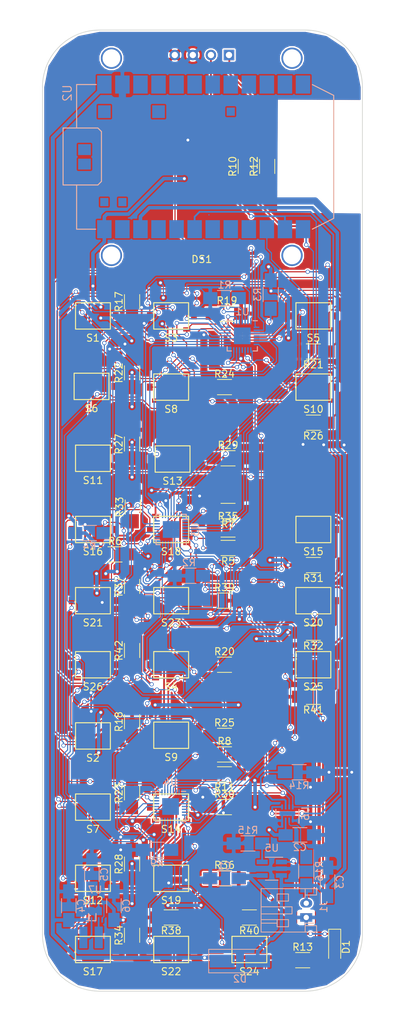
<source format=kicad_pcb>
(kicad_pcb (version 4) (host pcbnew 4.0.6)
  (layers (0 F.Cu signal) (31 B.Cu signal) (34 B.Paste user hide) (35 F.Paste user hide) (36 B.SilkS user) (37 F.SilkS user) (38 B.Mask user hide) (39 F.Mask user hide) (44 Edge.Cuts user))
  (net 0 "")
  (net 1 VIN)
  (net 2 GND)
  (net 3 +3V3)
  (net 4 VBAT)
  (net 5 "Net-(D1-Pad2)")
  (net 6 "Net-(D1-Pad1)")
  (net 7 "Net-(R1-Pad1)")
  (net 8 "Net-(R2-Pad1)")
  (net 9 "Net-(R3-Pad2)")
  (net 10 "Net-(R4-Pad2)")
  (net 11 "Net-(R5-Pad2)")
  (net 12 INT)
  (net 13 "Net-(R7-Pad2)")
  (net 14 "Net-(R8-Pad1)")
  (net 15 "Net-(R9-Pad2)")
  (net 16 SCL)
  (net 17 "Net-(R11-Pad2)")
  (net 18 SDA)
  (net 19 "Net-(R14-Pad1)")
  (net 20 "Net-(R15-Pad1)")
  (net 21 "Net-(R16-Pad2)")
  (net 22 "Net-(R17-Pad1)")
  (net 23 "Net-(R18-Pad1)")
  (net 24 "Net-(R19-Pad1)")
  (net 25 "Net-(R20-Pad1)")
  (net 26 "Net-(R21-Pad1)")
  (net 27 "Net-(R22-Pad1)")
  (net 28 "Net-(R23-Pad1)")
  (net 29 "Net-(R24-Pad1)")
  (net 30 "Net-(R25-Pad1)")
  (net 31 "Net-(R26-Pad1)")
  (net 32 "Net-(R27-Pad1)")
  (net 33 "Net-(R28-Pad1)")
  (net 34 "Net-(R29-Pad1)")
  (net 35 "Net-(R30-Pad1)")
  (net 36 "Net-(R31-Pad1)")
  (net 37 "Net-(R32-Pad1)")
  (net 38 "Net-(R33-Pad1)")
  (net 39 "Net-(R34-Pad1)")
  (net 40 "Net-(R35-Pad1)")
  (net 41 "Net-(R36-Pad1)")
  (net 42 "Net-(R37-Pad1)")
  (net 43 "Net-(R38-Pad1)")
  (net 44 "Net-(R39-Pad1)")
  (net 45 "Net-(R40-Pad1)")
  (net 46 "Net-(R41-Pad1)")
  (net 47 "Net-(R42-Pad1)")
  (net 48 "Net-(S1-Pad3)")
  (net 49 "Net-(S1-Pad2)")
  (net 50 "Net-(S2-Pad3)")
  (net 51 "Net-(S2-Pad2)")
  (net 52 "Net-(S3-Pad3)")
  (net 53 "Net-(S3-Pad2)")
  (net 54 "Net-(S4-Pad3)")
  (net 55 "Net-(S4-Pad2)")
  (net 56 "Net-(S5-Pad3)")
  (net 57 "Net-(S10-Pad1)")
  (net 58 "Net-(S6-Pad3)")
  (net 59 "Net-(S11-Pad1)")
  (net 60 "Net-(S7-Pad3)")
  (net 61 "Net-(S12-Pad1)")
  (net 62 "Net-(S8-Pad3)")
  (net 63 "Net-(S13-Pad1)")
  (net 64 "Net-(S9-Pad3)")
  (net 65 "Net-(S14-Pad1)")
  (net 66 "Net-(S10-Pad3)")
  (net 67 "Net-(S10-Pad2)")
  (net 68 "Net-(S11-Pad3)")
  (net 69 "Net-(S11-Pad2)")
  (net 70 "Net-(S12-Pad3)")
  (net 71 "Net-(S12-Pad2)")
  (net 72 "Net-(S13-Pad3)")
  (net 73 "Net-(S13-Pad2)")
  (net 74 "Net-(S14-Pad3)")
  (net 75 "Net-(S14-Pad2)")
  (net 76 "Net-(S15-Pad3)")
  (net 77 "Net-(S15-Pad2)")
  (net 78 "Net-(S16-Pad3)")
  (net 79 "Net-(S16-Pad2)")
  (net 80 "Net-(S17-Pad3)")
  (net 81 "Net-(S17-Pad2)")
  (net 82 "Net-(S18-Pad3)")
  (net 83 "Net-(S18-Pad2)")
  (net 84 "Net-(S19-Pad3)")
  (net 85 "Net-(S19-Pad2)")
  (net 86 "Net-(S20-Pad3)")
  (net 87 "Net-(S20-Pad2)")
  (net 88 "Net-(S21-Pad3)")
  (net 89 "Net-(S21-Pad2)")
  (net 90 "Net-(S22-Pad3)")
  (net 91 "Net-(S22-Pad2)")
  (net 92 "Net-(S23-Pad3)")
  (net 93 "Net-(S23-Pad2)")
  (net 94 "Net-(S24-Pad3)")
  (net 95 "Net-(S24-Pad2)")
  (net 96 "Net-(S25-Pad3)")
  (net 97 "Net-(S25-Pad2)")
  (net 98 "Net-(S26-Pad3)")
  (net 99 "Net-(S26-Pad2)")
  (net 100 /Keypad/LEDA3)
  (net 101 /Keypad/LEDA4)
  (net 102 /Keypad/LEDA5)
  (net 103 /Keypad/LEDA6)
  (net 104 /Keypad/LEDA7)
  (net 105 /Keypad/LEDA8)
  (net 106 "Net-(U1-Pad9)")
  (net 107 "Net-(U1-Pad11)")
  (net 108 /Keypad/LEDA9)
  (net 109 /Keypad/LEDA10)
  (net 110 /Keypad/LEDA11)
  (net 111 /Keypad/LEDA12)
  (net 112 /Keypad/LEDA13)
  (net 113 /Keypad/LEDA14)
  (net 114 /Keypad/LEDA15)
  (net 115 "Net-(U1-Pad22)")
  (net 116 /Keypad/LEDA1)
  (net 117 /Keypad/LEDA2)
  (net 118 "Net-(U2-Pad23)")
  (net 119 "Net-(U2-Pad3)")
  (net 120 "Net-(U2-Pad4)")
  (net 121 "Net-(U2-Pad20)")
  (net 122 "Net-(U2-Pad5)")
  (net 123 D6)
  (net 124 "Net-(U2-Pad6)")
  (net 125 "Net-(U2-Pad8)")
  (net 126 "Net-(U2-Pad16)")
  (net 127 "Net-(U2-Pad11)")
  (net 128 "Net-(U2-Pad12)")
  (net 129 /Keypad/COL4)
  (net 130 /Keypad/COL3)
  (net 131 /Keypad/COL2)
  (net 132 /Keypad/COL1)
  (net 133 "Net-(U3-Pad7)")
  (net 134 "Net-(U3-Pad8)")
  (net 135 "Net-(U3-Pad11)")
  (net 136 /Keypad/ROW1)
  (net 137 /Keypad/ROW2)
  (net 138 /Keypad/ROW3)
  (net 139 /Keypad/ROW4)
  (net 140 /Keypad/ROW5)
  (net 141 "Net-(U3-Pad20)")
  (net 142 "Net-(U3-Pad21)")
  (net 143 "Net-(U3-Pad22)")
  (net 144 /Keypad/COL6)
  (net 145 /Keypad/COL5)
  (net 146 "Net-(U4-Pad1)")
  (net 147 "Net-(U4-Pad2)")
  (net 148 "Net-(U4-Pad5)")
  (net 149 /Keypad/LEDB11)
  (net 150 /Keypad/LEDB10)
  (net 151 /Keypad/LEDB9)
  (net 152 "Net-(U4-Pad9)")
  (net 153 "Net-(U4-Pad11)")
  (net 154 /Keypad/LEDB8)
  (net 155 /Keypad/LEDB7)
  (net 156 /Keypad/LEDB6)
  (net 157 /Keypad/LEDB5)
  (net 158 /Keypad/LEDB4)
  (net 159 /Keypad/LEDB3)
  (net 160 /Keypad/LEDB2)
  (net 161 /Keypad/LEDB1)
  (net 162 "Net-(U4-Pad27)")
  (net 163 "Net-(U4-Pad28)")
  (net 164 "Net-(U2-Pad7)")
  (net 165 "Net-(U2-Pad9)")
  (net 166 "Net-(U2-Pad10)")
  (net 167 "Net-(L1-Pad2)")
  (net 168 "Net-(L1-Pad1)")
  (net 169 "Net-(C5-Pad1)")
  (net 170 "Net-(U2-Pad18)")
  (net 171 "Net-(U2-Pad17)")
  (module Capacitors_SMD:C_1206_HandSoldering (layer B.Cu) (at 70.95 148.85 90)
    (fp_text reference C6 (at 0 1.75 90) (layer B.SilkS) (effects (justify mirror)))
    (fp_text value 10)
    (pad 1 smd rect (at -2 0 90) (size 2 1.6) (layers B.Cu B.Paste B.Mask) (net 3 +3V3))
    (pad 2 smd rect (at 2 0 90) (size 2 1.6) (layers B.Cu B.Paste B.Mask) (net 2 GND))
  )
  (module Capacitors_SMD:C_1206_HandSoldering (layer B.Cu) (at 67.85 144.45 90)
    (fp_text reference C5 (at 0 1.75 90) (layer B.SilkS) (effects (justify mirror)))
    (fp_text value .1uF)
    (pad 1 smd rect (at -2 0 90) (size 2 1.6) (layers B.Cu B.Paste B.Mask) (net 169 "Net-(C5-Pad1)"))
    (pad 2 smd rect (at 2 0 90) (size 2 1.6) (layers B.Cu B.Paste B.Mask) (net 2 GND))
  )
  (module particle:photon_smd (layer B.Cu) (at 65.702137 33.502805 270)
    (fp_text reference U2 (at 1.2038 1.3084 270) (layer B.SilkS) (effects (font (size 1.2 1.2)) (justify mirror)))
    (fp_text value PHOTON)
    (pad 24 smd rect (at 20.317195 -3.897863) (size 2.032 2.54) (layers B.Cu B.Paste B.Mask) (net 3 +3V3))
    (pad 1 smd rect (at -0.002805 -3.897863) (size 2.032 2.54) (layers B.Cu B.Paste B.Mask) (net 1 VIN))
    (pad 23 smd rect (at 20.317195 -6.437863) (size 2.032 2.54) (layers B.Cu B.Paste B.Mask) (net 118 "Net-(U2-Pad23)"))
    (pad 2 smd rect (at -0.002805 -6.437863) (size 2.032 2.54) (layers B.Cu B.Paste B.Mask) (net 2 GND))
    (pad 22 smd rect (at 20.317195 -8.977863) (size 2.032 2.54) (layers B.Cu B.Paste B.Mask) (net 4 VBAT))
    (pad 3 smd rect (at -0.002805 -8.977863) (size 2.032 2.54) (layers B.Cu B.Paste B.Mask) (net 119 "Net-(U2-Pad3)"))
    (pad 21 smd rect (at 20.317195 -11.517863) (size 2.032 2.54) (layers B.Cu B.Paste B.Mask))
    (pad 4 smd rect (at -0.002805 -11.517863) (size 2.032 2.54) (layers B.Cu B.Paste B.Mask) (net 120 "Net-(U2-Pad4)"))
    (pad 20 smd rect (at 20.317195 -14.057863) (size 2.032 2.54) (layers B.Cu B.Paste B.Mask) (net 121 "Net-(U2-Pad20)"))
    (pad 5 smd rect (at -0.002805 -14.057863) (size 2.032 2.54) (layers B.Cu B.Paste B.Mask) (net 122 "Net-(U2-Pad5)"))
    (pad 19 smd rect (at 20.317195 -16.597863) (size 2.032 2.54) (layers B.Cu B.Paste B.Mask) (net 123 D6))
    (pad 6 smd rect (at -0.002805 -16.597863) (size 2.032 2.54) (layers B.Cu B.Paste B.Mask) (net 124 "Net-(U2-Pad6)"))
    (pad 18 smd rect (at 20.317195 -19.137863) (size 2.032 2.54) (layers B.Cu B.Paste B.Mask) (net 170 "Net-(U2-Pad18)"))
    (pad 7 smd rect (at -0.002805 -19.137863) (size 2.032 2.54) (layers B.Cu B.Paste B.Mask) (net 164 "Net-(U2-Pad7)"))
    (pad 17 smd rect (at 20.317195 -21.677863) (size 2.032 2.54) (layers B.Cu B.Paste B.Mask) (net 171 "Net-(U2-Pad17)"))
    (pad 8 smd rect (at -0.002805 -21.677863) (size 2.032 2.54) (layers B.Cu B.Paste B.Mask) (net 125 "Net-(U2-Pad8)"))
    (pad 16 smd rect (at 20.317195 -24.217863) (size 2.032 2.54) (layers B.Cu B.Paste B.Mask) (net 126 "Net-(U2-Pad16)"))
    (pad 9 smd rect (at -0.002805 -24.217863) (size 2.032 2.54) (layers B.Cu B.Paste B.Mask) (net 165 "Net-(U2-Pad9)"))
    (pad 15 smd rect (at 20.317195 -26.757863) (size 2.032 2.54) (layers B.Cu B.Paste B.Mask) (net 12 INT))
    (pad 10 smd rect (at -0.002805 -26.757863) (size 2.032 2.54) (layers B.Cu B.Paste B.Mask) (net 166 "Net-(U2-Pad10)"))
    (pad 14 smd rect (at 20.317195 -29.297863) (size 2.032 2.54) (layers B.Cu B.Paste B.Mask) (net 16 SCL))
    (pad 11 smd rect (at -0.002805 -29.297863) (size 2.032 2.54) (layers B.Cu B.Paste B.Mask) (net 127 "Net-(U2-Pad11)"))
    (pad 13 smd rect (at 20.317195 -31.837863) (size 2.032 2.54) (layers B.Cu B.Paste B.Mask) (net 18 SDA))
    (pad 12 smd rect (at -0.002805 -31.837863) (size 2.032 2.54) (layers B.Cu B.Paste B.Mask) (net 128 "Net-(U2-Pad12)"))
    (pad 27 smd rect (at 3.807195 -21.677863) (size 1.143 1.143) (layers B.Cu B.Paste B.Mask))
    (pad 26 smd rect (at 3.807195 -11.517863) (size 1.778 1.778) (layers B.Cu B.Paste B.Mask))
    (pad 25 smd rect (at 3.807195 -3.897863) (size 1.778 1.778) (layers B.Cu B.Paste B.Mask))
    (pad 29 smd rect (at 16.507195 -3.897863) (size 1.143 1.143) (layers B.Cu B.Paste B.Mask))
    (pad 28 smd rect (at 16.507195 -6.437863) (size 1.143 1.143) (layers B.Cu B.Paste B.Mask))
    (pad 30 smd rect (at 11.173195 -1.103863) (size 1.778 1.524) (layers B.Cu B.Paste B.Mask))
    (pad 31 smd rect (at 9.141195 -1.103863) (size 1.778 1.524) (layers B.Cu B.Paste B.Mask))
  )
  (module Capacitors_SMD:C_1206_HandSoldering (layer B.Cu) (at 64.6 148.85 90)
    (fp_text reference C4 (at 0 1.75 90) (layer B.SilkS) (effects (justify mirror)))
    (fp_text value 10)
    (pad 1 smd rect (at -2 0 90) (size 2 1.6) (layers B.Cu B.Paste B.Mask) (net 1 VIN))
    (pad 2 smd rect (at 2 0 90) (size 2 1.6) (layers B.Cu B.Paste B.Mask) (net 2 GND))
  )
  (module lib:10-WFDFN_Exposed_Pad (layer B.Cu) (at 68.3 149.616043)
    (fp_text reference U7 (at 0 -3) (layer B.SilkS) (effects (justify mirror)))
    (fp_text value TPS63031)
    (pad 5 smd rect (at -1 1.225) (size 0.23 0.75) (layers B.Cu B.Paste B.Mask) (net 1 VIN))
    (pad 4 smd rect (at -0.5 1.225) (size 0.23 0.75) (layers B.Cu B.Paste B.Mask) (net 168 "Net-(L1-Pad1)"))
    (pad 3 smd rect (at 0 1.225) (size 0.23 0.75) (layers B.Cu B.Paste B.Mask) (net 2 GND))
    (pad 2 smd rect (at 0.5 1.225) (size 0.23 0.75) (layers B.Cu B.Paste B.Mask) (net 167 "Net-(L1-Pad2)"))
    (pad 1 smd rect (at 1 1.225) (size 0.23 0.75) (layers B.Cu B.Paste B.Mask) (net 3 +3V3))
    (pad 6 smd rect (at -1 -1.225) (size 0.23 0.75) (layers B.Cu B.Paste B.Mask) (net 169 "Net-(C5-Pad1)"))
    (pad 7 smd rect (at -0.5 -1.225) (size 0.23 0.75) (layers B.Cu B.Paste B.Mask) (net 169 "Net-(C5-Pad1)"))
    (pad 8 smd rect (at 0 -1.225) (size 0.23 0.75) (layers B.Cu B.Paste B.Mask) (net 169 "Net-(C5-Pad1)"))
    (pad 9 smd rect (at 0.5 -1.225) (size 0.23 0.75) (layers B.Cu B.Paste B.Mask) (net 2 GND))
    (pad 10 smd rect (at 1 -1.225) (size 0.23 0.75) (layers B.Cu B.Paste B.Mask) (net 3 +3V3))
    (pad EP smd rect (at -0.535 0.335) (size 0.85 0.45) (layers B.Cu B.Paste B.Mask) (net 2 GND))
    (pad EP smd rect (at 0.535 0.335) (size 0.85 0.45) (layers B.Cu B.Paste B.Mask) (net 2 GND))
    (pad EP smd rect (at 0.535 -0.335) (size 0.85 0.45) (layers B.Cu B.Paste B.Mask) (net 2 GND))
    (pad EP smd rect (at -0.535 -0.335) (size 0.85 0.45) (layers B.Cu B.Paste B.Mask) (net 2 GND))
  )
  (module lib:LPS3015-152MRB (layer B.Cu) (at 67.73 153.3)
    (fp_text reference L1 (at 0.05 -2.8) (layer B.SilkS) (effects (justify mirror)))
    (fp_text value 1.5uH)
    (pad 2 smd rect (at 1.08 0) (size 1.14 3.05) (layers B.Cu B.Paste B.Mask) (net 167 "Net-(L1-Pad2)"))
    (pad 1 smd rect (at -1.08 0) (size 1.14 3.05) (layers B.Cu B.Paste B.Mask) (net 168 "Net-(L1-Pad1)"))
  )
  (module lib:1.3_OLED (layer F.Cu) (at 83.3 43.65)
    (fp_text reference DS1 (at 0 14.4) (layer F.SilkS))
    (fp_text value 1.3_OLED_I2C)
    (pad "" np_thru_hole circle (at 12.7 13.85) (size 3 3) (drill 2.5) (layers *.Cu *.Mask))
    (pad "" np_thru_hole circle (at -12.7 13.85) (size 3 3) (drill 2.5) (layers *.Cu *.Mask))
    (pad "" np_thru_hole circle (at 12.7 -13.85) (size 3 3) (drill 2.5) (layers *.Cu *.Mask))
    (pad "" np_thru_hole circle (at -12.7 -13.85) (size 3 3) (drill 2.5) (layers *.Cu *.Mask))
    (pad 2 thru_hole circle (at -1.25 -14.3) (size 1.5 1.5) (drill 0.889) (layers *.Cu *.Mask) (net 2 GND))
    (pad 3 thru_hole circle (at 1.29 -14.3) (size 1.5 1.5) (drill 0.889) (layers *.Cu *.Mask) (net 16 SCL))
    (pad 4 thru_hole rect (at 3.83 -14.3) (size 1.5 1.5) (drill 0.889) (layers *.Cu *.Mask) (net 18 SDA))
    (pad 1 thru_hole circle (at -3.79 -14.3) (size 1.5 1.5) (drill 0.889) (layers *.Cu *.Mask) (net 3 +3V3))
  )
  (module Housings_DFN_QFN:DFN-8-1EP_2x3mm_Pitch0.5mm (layer B.Cu) (at 95.35 135.9 90)
    (fp_text reference U6 (at 0 2.55 90) (layer B.SilkS) (effects (justify mirror)))
    (fp_text value MAX1704X)
    (pad 1 smd rect (at -0.925 0.75 90) (size 0.7 0.25) (layers B.Cu B.Paste B.Mask) (net 2 GND))
    (pad 2 smd rect (at -0.925 0.25 90) (size 0.7 0.25) (layers B.Cu B.Paste B.Mask) (net 21 "Net-(R16-Pad2)"))
    (pad 3 smd rect (at -0.925 -0.25 90) (size 0.7 0.25) (layers B.Cu B.Paste B.Mask) (net 3 +3V3))
    (pad 4 smd rect (at -0.925 -0.75 90) (size 0.7 0.25) (layers B.Cu B.Paste B.Mask) (net 2 GND))
    (pad 5 smd rect (at 0.925 -0.75 90) (size 0.7 0.25) (layers B.Cu B.Paste B.Mask) (net 123 D6))
    (pad 6 smd rect (at 0.925 -0.25 90) (size 0.7 0.25) (layers B.Cu B.Paste B.Mask) (net 19 "Net-(R14-Pad1)"))
    (pad 7 smd rect (at 0.925 0.25 90) (size 0.7 0.25) (layers B.Cu B.Paste B.Mask) (net 16 SCL))
    (pad 8 smd rect (at 0.925 0.75 90) (size 0.7 0.25) (layers B.Cu B.Paste B.Mask) (net 18 SDA))
    (pad 9 smd rect (at 0 -0.55 90) (size 0.61 1.1) (layers B.Cu B.Paste B.Mask) (net 2 GND))
    (pad 9 smd rect (at 0 0.55 90) (size 0.61 1.1) (layers B.Cu B.Paste B.Mask) (net 2 GND))
  )
  (module TO_SOT_Packages_SMD:SOT-23-5_HandSoldering (layer B.Cu) (at 93.15 143.65 180)
    (fp_text reference U5 (at 0 2.9 180) (layer B.SilkS) (effects (justify mirror)))
    (fp_text value MCP73831)
    (pad 1 smd rect (at -1.35 0.95 180) (size 1.56 0.65) (layers B.Cu B.Paste B.Mask) (net 6 "Net-(D1-Pad1)"))
    (pad 2 smd rect (at -1.35 0 180) (size 1.56 0.65) (layers B.Cu B.Paste B.Mask) (net 2 GND))
    (pad 3 smd rect (at -1.35 -0.95 180) (size 1.56 0.65) (layers B.Cu B.Paste B.Mask) (net 4 VBAT))
    (pad 4 smd rect (at 1.35 -0.95 180) (size 1.56 0.65) (layers B.Cu B.Paste B.Mask) (net 1 VIN))
    (pad 5 smd rect (at 1.35 0.95 180) (size 1.56 0.65) (layers B.Cu B.Paste B.Mask) (net 20 "Net-(R15-Pad1)"))
  )
  (module Housings_DFN_QFN:UQFN-28-1EP_4x4mm_Pitch0.4mm (layer B.Cu) (at 78.9125 134.9125 180)
    (fp_text reference U4 (at 0 3.4 180) (layer B.SilkS) (effects (justify mirror)))
    (fp_text value SX1509)
    (pad 1 smd rect (at -2 1.2 180) (size 0.8 0.2) (layers B.Cu B.Paste B.Mask) (net 146 "Net-(U4-Pad1)"))
    (pad 2 smd rect (at -2 0.8 180) (size 0.8 0.2) (layers B.Cu B.Paste B.Mask) (net 147 "Net-(U4-Pad2)"))
    (pad 3 smd rect (at -2 0.4 180) (size 0.8 0.2) (layers B.Cu B.Paste B.Mask) (net 2 GND))
    (pad 4 smd rect (at -2 0 180) (size 0.8 0.2) (layers B.Cu B.Paste B.Mask) (net 3 +3V3))
    (pad 5 smd rect (at -2 -0.4 180) (size 0.8 0.2) (layers B.Cu B.Paste B.Mask) (net 148 "Net-(U4-Pad5)"))
    (pad 6 smd rect (at -2 -0.8 180) (size 0.8 0.2) (layers B.Cu B.Paste B.Mask) (net 149 /Keypad/LEDB11))
    (pad 7 smd rect (at -2 -1.2 180) (size 0.8 0.2) (layers B.Cu B.Paste B.Mask) (net 150 /Keypad/LEDB10))
    (pad 8 smd rect (at -1.2 -2 90) (size 0.8 0.2) (layers B.Cu B.Paste B.Mask) (net 151 /Keypad/LEDB9))
    (pad 9 smd rect (at -0.8 -2 90) (size 0.8 0.2) (layers B.Cu B.Paste B.Mask) (net 152 "Net-(U4-Pad9)"))
    (pad 10 smd rect (at -0.4 -2 90) (size 0.8 0.2) (layers B.Cu B.Paste B.Mask) (net 15 "Net-(R9-Pad2)"))
    (pad 11 smd rect (at 0 -2 90) (size 0.8 0.2) (layers B.Cu B.Paste B.Mask) (net 153 "Net-(U4-Pad11)"))
    (pad 12 smd rect (at 0.4 -2 90) (size 0.8 0.2) (layers B.Cu B.Paste B.Mask) (net 3 +3V3))
    (pad 13 smd rect (at 0.8 -2 90) (size 0.8 0.2) (layers B.Cu B.Paste B.Mask) (net 154 /Keypad/LEDB8))
    (pad 14 smd rect (at 1.2 -2 90) (size 0.8 0.2) (layers B.Cu B.Paste B.Mask) (net 155 /Keypad/LEDB7))
    (pad 15 smd rect (at 2 -1.2 180) (size 0.8 0.2) (layers B.Cu B.Paste B.Mask) (net 156 /Keypad/LEDB6))
    (pad 16 smd rect (at 2 -0.8 180) (size 0.8 0.2) (layers B.Cu B.Paste B.Mask) (net 157 /Keypad/LEDB5))
    (pad 17 smd rect (at 2 -0.4 180) (size 0.8 0.2) (layers B.Cu B.Paste B.Mask) (net 2 GND))
    (pad 18 smd rect (at 2 0 180) (size 0.8 0.2) (layers B.Cu B.Paste B.Mask) (net 3 +3V3))
    (pad 19 smd rect (at 2 0.4 180) (size 0.8 0.2) (layers B.Cu B.Paste B.Mask) (net 158 /Keypad/LEDB4))
    (pad 20 smd rect (at 2 0.8 180) (size 0.8 0.2) (layers B.Cu B.Paste B.Mask) (net 159 /Keypad/LEDB3))
    (pad 21 smd rect (at 2 1.2 180) (size 0.8 0.2) (layers B.Cu B.Paste B.Mask) (net 160 /Keypad/LEDB2))
    (pad 22 smd rect (at 1.2 2 90) (size 0.8 0.2) (layers B.Cu B.Paste B.Mask) (net 161 /Keypad/LEDB1))
    (pad 23 smd rect (at 0.8 2 90) (size 0.8 0.2) (layers B.Cu B.Paste B.Mask) (net 14 "Net-(R8-Pad1)"))
    (pad 24 smd rect (at 0.4 2 90) (size 0.8 0.2) (layers B.Cu B.Paste B.Mask) (net 18 SDA))
    (pad 25 smd rect (at 0 2 90) (size 0.8 0.2) (layers B.Cu B.Paste B.Mask) (net 16 SCL))
    (pad 26 smd rect (at -0.4 2 90) (size 0.8 0.2) (layers B.Cu B.Paste B.Mask) (net 17 "Net-(R11-Pad2)"))
    (pad 27 smd rect (at -0.8 2 90) (size 0.8 0.2) (layers B.Cu B.Paste B.Mask) (net 162 "Net-(U4-Pad27)"))
    (pad 28 smd rect (at -1.2 2 90) (size 0.8 0.2) (layers B.Cu B.Paste B.Mask) (net 163 "Net-(U4-Pad28)"))
    (pad 29 smd rect (at 0.5875 -0.5875 180) (size 1.175 1.175) (layers B.Cu B.Paste B.Mask) (net 2 GND))
    (pad 29 smd rect (at 0.5875 0.5875 180) (size 1.175 1.175) (layers B.Cu B.Paste B.Mask) (net 2 GND))
    (pad 29 smd rect (at -0.5875 -0.5875 180) (size 1.175 1.175) (layers B.Cu B.Paste B.Mask) (net 2 GND))
    (pad 29 smd rect (at -0.5875 0.5875 180) (size 1.175 1.175) (layers B.Cu B.Paste B.Mask) (net 2 GND))
  )
  (module Housings_DFN_QFN:UQFN-28-1EP_4x4mm_Pitch0.4mm (layer B.Cu) (at 79 96 90)
    (fp_text reference U3 (at 0 3.4 90) (layer B.SilkS) (effects (justify mirror)))
    (fp_text value SX1509)
    (pad 1 smd rect (at -2 1.2 90) (size 0.8 0.2) (layers B.Cu B.Paste B.Mask) (net 129 /Keypad/COL4))
    (pad 2 smd rect (at -2 0.8 90) (size 0.8 0.2) (layers B.Cu B.Paste B.Mask) (net 130 /Keypad/COL3))
    (pad 3 smd rect (at -2 0.4 90) (size 0.8 0.2) (layers B.Cu B.Paste B.Mask) (net 2 GND))
    (pad 4 smd rect (at -2 0 90) (size 0.8 0.2) (layers B.Cu B.Paste B.Mask) (net 3 +3V3))
    (pad 5 smd rect (at -2 -0.4 90) (size 0.8 0.2) (layers B.Cu B.Paste B.Mask) (net 131 /Keypad/COL2))
    (pad 6 smd rect (at -2 -0.8 90) (size 0.8 0.2) (layers B.Cu B.Paste B.Mask) (net 132 /Keypad/COL1))
    (pad 7 smd rect (at -2 -1.2 90) (size 0.8 0.2) (layers B.Cu B.Paste B.Mask) (net 133 "Net-(U3-Pad7)"))
    (pad 8 smd rect (at -1.2 -2) (size 0.8 0.2) (layers B.Cu B.Paste B.Mask) (net 134 "Net-(U3-Pad8)"))
    (pad 9 smd rect (at -0.8 -2) (size 0.8 0.2) (layers B.Cu B.Paste B.Mask) (net 12 INT))
    (pad 10 smd rect (at -0.4 -2) (size 0.8 0.2) (layers B.Cu B.Paste B.Mask) (net 10 "Net-(R4-Pad2)"))
    (pad 11 smd rect (at 0 -2) (size 0.8 0.2) (layers B.Cu B.Paste B.Mask) (net 135 "Net-(U3-Pad11)"))
    (pad 12 smd rect (at 0.4 -2) (size 0.8 0.2) (layers B.Cu B.Paste B.Mask) (net 3 +3V3))
    (pad 13 smd rect (at 0.8 -2) (size 0.8 0.2) (layers B.Cu B.Paste B.Mask) (net 136 /Keypad/ROW1))
    (pad 14 smd rect (at 1.2 -2) (size 0.8 0.2) (layers B.Cu B.Paste B.Mask) (net 137 /Keypad/ROW2))
    (pad 15 smd rect (at 2 -1.2 90) (size 0.8 0.2) (layers B.Cu B.Paste B.Mask) (net 138 /Keypad/ROW3))
    (pad 16 smd rect (at 2 -0.8 90) (size 0.8 0.2) (layers B.Cu B.Paste B.Mask) (net 139 /Keypad/ROW4))
    (pad 17 smd rect (at 2 -0.4 90) (size 0.8 0.2) (layers B.Cu B.Paste B.Mask) (net 2 GND))
    (pad 18 smd rect (at 2 0 90) (size 0.8 0.2) (layers B.Cu B.Paste B.Mask) (net 3 +3V3))
    (pad 19 smd rect (at 2 0.4 90) (size 0.8 0.2) (layers B.Cu B.Paste B.Mask) (net 140 /Keypad/ROW5))
    (pad 20 smd rect (at 2 0.8 90) (size 0.8 0.2) (layers B.Cu B.Paste B.Mask) (net 141 "Net-(U3-Pad20)"))
    (pad 21 smd rect (at 2 1.2 90) (size 0.8 0.2) (layers B.Cu B.Paste B.Mask) (net 142 "Net-(U3-Pad21)"))
    (pad 22 smd rect (at 1.2 2) (size 0.8 0.2) (layers B.Cu B.Paste B.Mask) (net 143 "Net-(U3-Pad22)"))
    (pad 23 smd rect (at 0.8 2) (size 0.8 0.2) (layers B.Cu B.Paste B.Mask) (net 13 "Net-(R7-Pad2)"))
    (pad 24 smd rect (at 0.4 2) (size 0.8 0.2) (layers B.Cu B.Paste B.Mask) (net 18 SDA))
    (pad 25 smd rect (at 0 2) (size 0.8 0.2) (layers B.Cu B.Paste B.Mask) (net 16 SCL))
    (pad 26 smd rect (at -0.4 2) (size 0.8 0.2) (layers B.Cu B.Paste B.Mask) (net 11 "Net-(R5-Pad2)"))
    (pad 27 smd rect (at -0.8 2) (size 0.8 0.2) (layers B.Cu B.Paste B.Mask) (net 144 /Keypad/COL6))
    (pad 28 smd rect (at -1.2 2) (size 0.8 0.2) (layers B.Cu B.Paste B.Mask) (net 145 /Keypad/COL5))
    (pad 29 smd rect (at 0.5875 -0.5875 90) (size 1.175 1.175) (layers B.Cu B.Paste B.Mask) (net 2 GND))
    (pad 29 smd rect (at 0.5875 0.5875 90) (size 1.175 1.175) (layers B.Cu B.Paste B.Mask) (net 2 GND))
    (pad 29 smd rect (at -0.5875 -0.5875 90) (size 1.175 1.175) (layers B.Cu B.Paste B.Mask) (net 2 GND))
    (pad 29 smd rect (at -0.5875 0.5875 90) (size 1.175 1.175) (layers B.Cu B.Paste B.Mask) (net 2 GND))
  )
  (module Housings_DFN_QFN:UQFN-28-1EP_4x4mm_Pitch0.4mm (layer B.Cu) (at 89 68.8 180)
    (fp_text reference U1 (at 0 3.4 180) (layer B.SilkS) (effects (justify mirror)))
    (fp_text value SX1509)
    (pad 1 smd rect (at -2 1.2 180) (size 0.8 0.2) (layers B.Cu B.Paste B.Mask) (net 100 /Keypad/LEDA3))
    (pad 2 smd rect (at -2 0.8 180) (size 0.8 0.2) (layers B.Cu B.Paste B.Mask) (net 101 /Keypad/LEDA4))
    (pad 3 smd rect (at -2 0.4 180) (size 0.8 0.2) (layers B.Cu B.Paste B.Mask) (net 2 GND))
    (pad 4 smd rect (at -2 0 180) (size 0.8 0.2) (layers B.Cu B.Paste B.Mask) (net 3 +3V3))
    (pad 5 smd rect (at -2 -0.4 180) (size 0.8 0.2) (layers B.Cu B.Paste B.Mask) (net 102 /Keypad/LEDA5))
    (pad 6 smd rect (at -2 -0.8 180) (size 0.8 0.2) (layers B.Cu B.Paste B.Mask) (net 103 /Keypad/LEDA6))
    (pad 7 smd rect (at -2 -1.2 180) (size 0.8 0.2) (layers B.Cu B.Paste B.Mask) (net 104 /Keypad/LEDA7))
    (pad 8 smd rect (at -1.2 -2 90) (size 0.8 0.2) (layers B.Cu B.Paste B.Mask) (net 105 /Keypad/LEDA8))
    (pad 9 smd rect (at -0.8 -2 90) (size 0.8 0.2) (layers B.Cu B.Paste B.Mask) (net 106 "Net-(U1-Pad9)"))
    (pad 10 smd rect (at -0.4 -2 90) (size 0.8 0.2) (layers B.Cu B.Paste B.Mask) (net 8 "Net-(R2-Pad1)"))
    (pad 11 smd rect (at 0 -2 90) (size 0.8 0.2) (layers B.Cu B.Paste B.Mask) (net 107 "Net-(U1-Pad11)"))
    (pad 12 smd rect (at 0.4 -2 90) (size 0.8 0.2) (layers B.Cu B.Paste B.Mask) (net 3 +3V3))
    (pad 13 smd rect (at 0.8 -2 90) (size 0.8 0.2) (layers B.Cu B.Paste B.Mask) (net 108 /Keypad/LEDA9))
    (pad 14 smd rect (at 1.2 -2 90) (size 0.8 0.2) (layers B.Cu B.Paste B.Mask) (net 109 /Keypad/LEDA10))
    (pad 15 smd rect (at 2 -1.2 180) (size 0.8 0.2) (layers B.Cu B.Paste B.Mask) (net 110 /Keypad/LEDA11))
    (pad 16 smd rect (at 2 -0.8 180) (size 0.8 0.2) (layers B.Cu B.Paste B.Mask) (net 111 /Keypad/LEDA12))
    (pad 17 smd rect (at 2 -0.4 180) (size 0.8 0.2) (layers B.Cu B.Paste B.Mask) (net 2 GND))
    (pad 18 smd rect (at 2 0 180) (size 0.8 0.2) (layers B.Cu B.Paste B.Mask) (net 3 +3V3))
    (pad 19 smd rect (at 2 0.4 180) (size 0.8 0.2) (layers B.Cu B.Paste B.Mask) (net 112 /Keypad/LEDA13))
    (pad 20 smd rect (at 2 0.8 180) (size 0.8 0.2) (layers B.Cu B.Paste B.Mask) (net 113 /Keypad/LEDA14))
    (pad 21 smd rect (at 2 1.2 180) (size 0.8 0.2) (layers B.Cu B.Paste B.Mask) (net 114 /Keypad/LEDA15))
    (pad 22 smd rect (at 1.2 2 90) (size 0.8 0.2) (layers B.Cu B.Paste B.Mask) (net 115 "Net-(U1-Pad22)"))
    (pad 23 smd rect (at 0.8 2 90) (size 0.8 0.2) (layers B.Cu B.Paste B.Mask) (net 9 "Net-(R3-Pad2)"))
    (pad 24 smd rect (at 0.4 2 90) (size 0.8 0.2) (layers B.Cu B.Paste B.Mask) (net 18 SDA))
    (pad 25 smd rect (at 0 2 90) (size 0.8 0.2) (layers B.Cu B.Paste B.Mask) (net 16 SCL))
    (pad 26 smd rect (at -0.4 2 90) (size 0.8 0.2) (layers B.Cu B.Paste B.Mask) (net 7 "Net-(R1-Pad1)"))
    (pad 27 smd rect (at -0.8 2 90) (size 0.8 0.2) (layers B.Cu B.Paste B.Mask) (net 116 /Keypad/LEDA1))
    (pad 28 smd rect (at -1.2 2 90) (size 0.8 0.2) (layers B.Cu B.Paste B.Mask) (net 117 /Keypad/LEDA2))
    (pad 29 smd rect (at 0.5875 -0.5875 180) (size 1.175 1.175) (layers B.Cu B.Paste B.Mask) (net 2 GND))
    (pad 29 smd rect (at 0.5875 0.5875 180) (size 1.175 1.175) (layers B.Cu B.Paste B.Mask) (net 2 GND))
    (pad 29 smd rect (at -0.5875 -0.5875 180) (size 1.175 1.175) (layers B.Cu B.Paste B.Mask) (net 2 GND))
    (pad 29 smd rect (at -0.5875 0.5875 180) (size 1.175 1.175) (layers B.Cu B.Paste B.Mask) (net 2 GND))
  )
  (module lib:TL3215 (layer F.Cu) (at 68 115)
    (fp_text reference S26 (at 0 3.1) (layer F.SilkS))
    (fp_text value TL3215AF160RQ)
    (pad 2 smd rect (at 2.2 -1.9) (size 1 0.6) (layers F.Cu F.Paste F.Mask) (net 99 "Net-(S26-Pad2)"))
    (pad 4 smd rect (at 2.2 1.9) (size 1 0.6) (layers F.Cu F.Paste F.Mask) (net 144 /Keypad/COL6))
    (pad 3 smd rect (at -2.2 1.9) (size 1 0.6) (layers F.Cu F.Paste F.Mask) (net 98 "Net-(S26-Pad3)"))
    (pad 6 smd rect (at 3.2 0) (size 0.8 1) (layers F.Cu F.Paste F.Mask) (net 47 "Net-(R42-Pad1)"))
    (pad 5 smd rect (at -3 0) (size 0.8 1) (layers F.Cu F.Paste F.Mask) (net 149 /Keypad/LEDB11))
    (pad 1 smd rect (at -2.2 -1.9) (size 1 0.6) (layers F.Cu F.Paste F.Mask) (net 89 "Net-(S21-Pad2)"))
  )
  (module lib:TL3215 (layer F.Cu) (at 99 115)
    (fp_text reference S25 (at 0 3.1) (layer F.SilkS))
    (fp_text value TL3215AF160RQ)
    (pad 2 smd rect (at 2.2 -1.9) (size 1 0.6) (layers F.Cu F.Paste F.Mask) (net 97 "Net-(S25-Pad2)"))
    (pad 4 smd rect (at 2.2 1.9) (size 1 0.6) (layers F.Cu F.Paste F.Mask) (net 145 /Keypad/COL5))
    (pad 3 smd rect (at -2.2 1.9) (size 1 0.6) (layers F.Cu F.Paste F.Mask) (net 96 "Net-(S25-Pad3)"))
    (pad 6 smd rect (at 3.2 0) (size 0.8 1) (layers F.Cu F.Paste F.Mask) (net 46 "Net-(R41-Pad1)"))
    (pad 5 smd rect (at -3 0) (size 0.8 1) (layers F.Cu F.Paste F.Mask) (net 150 /Keypad/LEDB10))
    (pad 1 smd rect (at -2.2 -1.9) (size 1 0.6) (layers F.Cu F.Paste F.Mask) (net 87 "Net-(S20-Pad2)"))
  )
  (module lib:TL3215 (layer F.Cu) (at 90 155)
    (fp_text reference S24 (at 0 3.1) (layer F.SilkS))
    (fp_text value TL3215AF160RQ)
    (pad 2 smd rect (at 2.2 -1.9) (size 1 0.6) (layers F.Cu F.Paste F.Mask) (net 95 "Net-(S24-Pad2)"))
    (pad 4 smd rect (at 2.2 1.9) (size 1 0.6) (layers F.Cu F.Paste F.Mask) (net 145 /Keypad/COL5))
    (pad 3 smd rect (at -2.2 1.9) (size 1 0.6) (layers F.Cu F.Paste F.Mask) (net 94 "Net-(S24-Pad3)"))
    (pad 6 smd rect (at 3.2 0) (size 0.8 1) (layers F.Cu F.Paste F.Mask) (net 45 "Net-(R40-Pad1)"))
    (pad 5 smd rect (at -3 0) (size 0.8 1) (layers F.Cu F.Paste F.Mask) (net 151 /Keypad/LEDB9))
    (pad 1 smd rect (at -2.2 -1.9) (size 1 0.6) (layers F.Cu F.Paste F.Mask) (net 85 "Net-(S19-Pad2)"))
  )
  (module lib:TL3215 (layer F.Cu) (at 79 106)
    (fp_text reference S23 (at 0 3.1) (layer F.SilkS))
    (fp_text value TL3215AF160RQ)
    (pad 2 smd rect (at 2.2 -1.9) (size 1 0.6) (layers F.Cu F.Paste F.Mask) (net 93 "Net-(S23-Pad2)"))
    (pad 4 smd rect (at 2.2 1.9) (size 1 0.6) (layers F.Cu F.Paste F.Mask) (net 145 /Keypad/COL5))
    (pad 3 smd rect (at -2.2 1.9) (size 1 0.6) (layers F.Cu F.Paste F.Mask) (net 92 "Net-(S23-Pad3)"))
    (pad 6 smd rect (at 3.2 0) (size 0.8 1) (layers F.Cu F.Paste F.Mask) (net 44 "Net-(R39-Pad1)"))
    (pad 5 smd rect (at -3 0) (size 0.8 1) (layers F.Cu F.Paste F.Mask) (net 154 /Keypad/LEDB8))
    (pad 1 smd rect (at -2.2 -1.9) (size 1 0.6) (layers F.Cu F.Paste F.Mask) (net 83 "Net-(S18-Pad2)"))
  )
  (module lib:TL3215 (layer F.Cu) (at 79 155)
    (fp_text reference S22 (at 0 3.1) (layer F.SilkS))
    (fp_text value TL3215AF160RQ)
    (pad 2 smd rect (at 2.2 -1.9) (size 1 0.6) (layers F.Cu F.Paste F.Mask) (net 91 "Net-(S22-Pad2)"))
    (pad 4 smd rect (at 2.2 1.9) (size 1 0.6) (layers F.Cu F.Paste F.Mask) (net 145 /Keypad/COL5))
    (pad 3 smd rect (at -2.2 1.9) (size 1 0.6) (layers F.Cu F.Paste F.Mask) (net 90 "Net-(S22-Pad3)"))
    (pad 6 smd rect (at 3.2 0) (size 0.8 1) (layers F.Cu F.Paste F.Mask) (net 43 "Net-(R38-Pad1)"))
    (pad 5 smd rect (at -3 0) (size 0.8 1) (layers F.Cu F.Paste F.Mask) (net 155 /Keypad/LEDB7))
    (pad 1 smd rect (at -2.2 -1.9) (size 1 0.6) (layers F.Cu F.Paste F.Mask) (net 81 "Net-(S17-Pad2)"))
  )
  (module lib:TL3215 (layer F.Cu) (at 68 106)
    (fp_text reference S21 (at 0 3.1) (layer F.SilkS))
    (fp_text value TL3215AF160RQ)
    (pad 2 smd rect (at 2.2 -1.9) (size 1 0.6) (layers F.Cu F.Paste F.Mask) (net 89 "Net-(S21-Pad2)"))
    (pad 4 smd rect (at 2.2 1.9) (size 1 0.6) (layers F.Cu F.Paste F.Mask) (net 145 /Keypad/COL5))
    (pad 3 smd rect (at -2.2 1.9) (size 1 0.6) (layers F.Cu F.Paste F.Mask) (net 88 "Net-(S21-Pad3)"))
    (pad 6 smd rect (at 3.2 0) (size 0.8 1) (layers F.Cu F.Paste F.Mask) (net 42 "Net-(R37-Pad1)"))
    (pad 5 smd rect (at -3 0) (size 0.8 1) (layers F.Cu F.Paste F.Mask) (net 156 /Keypad/LEDB6))
    (pad 1 smd rect (at -2.2 -1.9) (size 1 0.6) (layers F.Cu F.Paste F.Mask) (net 79 "Net-(S16-Pad2)"))
  )
  (module lib:TL3215 (layer F.Cu) (at 99 106)
    (fp_text reference S20 (at 0 3.1) (layer F.SilkS))
    (fp_text value TL3215AF160RQ)
    (pad 2 smd rect (at 2.2 -1.9) (size 1 0.6) (layers F.Cu F.Paste F.Mask) (net 87 "Net-(S20-Pad2)"))
    (pad 4 smd rect (at 2.2 1.9) (size 1 0.6) (layers F.Cu F.Paste F.Mask) (net 129 /Keypad/COL4))
    (pad 3 smd rect (at -2.2 1.9) (size 1 0.6) (layers F.Cu F.Paste F.Mask) (net 86 "Net-(S20-Pad3)"))
    (pad 6 smd rect (at 3.2 0) (size 0.8 1) (layers F.Cu F.Paste F.Mask) (net 37 "Net-(R32-Pad1)"))
    (pad 5 smd rect (at -3 0) (size 0.8 1) (layers F.Cu F.Paste F.Mask) (net 157 /Keypad/LEDB5))
    (pad 1 smd rect (at -2.2 -1.9) (size 1 0.6) (layers F.Cu F.Paste F.Mask) (net 77 "Net-(S15-Pad2)"))
  )
  (module lib:TL3215 (layer F.Cu) (at 79 145)
    (fp_text reference S19 (at 0 3.1) (layer F.SilkS))
    (fp_text value TL3215AF160RQ)
    (pad 2 smd rect (at 2.2 -1.9) (size 1 0.6) (layers F.Cu F.Paste F.Mask) (net 85 "Net-(S19-Pad2)"))
    (pad 4 smd rect (at 2.2 1.9) (size 1 0.6) (layers F.Cu F.Paste F.Mask) (net 129 /Keypad/COL4))
    (pad 3 smd rect (at -2.2 1.9) (size 1 0.6) (layers F.Cu F.Paste F.Mask) (net 84 "Net-(S19-Pad3)"))
    (pad 6 smd rect (at 3.2 0) (size 0.8 1) (layers F.Cu F.Paste F.Mask) (net 41 "Net-(R36-Pad1)"))
    (pad 5 smd rect (at -3 0) (size 0.8 1) (layers F.Cu F.Paste F.Mask) (net 158 /Keypad/LEDB4))
    (pad 1 smd rect (at -2.2 -1.9) (size 1 0.6) (layers F.Cu F.Paste F.Mask) (net 75 "Net-(S14-Pad2)"))
  )
  (module lib:TL3215 (layer F.Cu) (at 79 96)
    (fp_text reference S18 (at 0 3.1) (layer F.SilkS))
    (fp_text value TL3215AF160RQ)
    (pad 2 smd rect (at 2.2 -1.9) (size 1 0.6) (layers F.Cu F.Paste F.Mask) (net 83 "Net-(S18-Pad2)"))
    (pad 4 smd rect (at 2.2 1.9) (size 1 0.6) (layers F.Cu F.Paste F.Mask) (net 129 /Keypad/COL4))
    (pad 3 smd rect (at -2.2 1.9) (size 1 0.6) (layers F.Cu F.Paste F.Mask) (net 82 "Net-(S18-Pad3)"))
    (pad 6 smd rect (at 3.2 0) (size 0.8 1) (layers F.Cu F.Paste F.Mask) (net 40 "Net-(R35-Pad1)"))
    (pad 5 smd rect (at -3 0) (size 0.8 1) (layers F.Cu F.Paste F.Mask) (net 159 /Keypad/LEDB3))
    (pad 1 smd rect (at -2.2 -1.9) (size 1 0.6) (layers F.Cu F.Paste F.Mask) (net 73 "Net-(S13-Pad2)"))
  )
  (module lib:TL3215 (layer F.Cu) (at 68 155)
    (fp_text reference S17 (at 0 3.1) (layer F.SilkS))
    (fp_text value TL3215AF160RQ)
    (pad 2 smd rect (at 2.2 -1.9) (size 1 0.6) (layers F.Cu F.Paste F.Mask) (net 81 "Net-(S17-Pad2)"))
    (pad 4 smd rect (at 2.2 1.9) (size 1 0.6) (layers F.Cu F.Paste F.Mask) (net 129 /Keypad/COL4))
    (pad 3 smd rect (at -2.2 1.9) (size 1 0.6) (layers F.Cu F.Paste F.Mask) (net 80 "Net-(S17-Pad3)"))
    (pad 6 smd rect (at 3.2 0) (size 0.8 1) (layers F.Cu F.Paste F.Mask) (net 39 "Net-(R34-Pad1)"))
    (pad 5 smd rect (at -3 0) (size 0.8 1) (layers F.Cu F.Paste F.Mask) (net 160 /Keypad/LEDB2))
    (pad 1 smd rect (at -2.2 -1.9) (size 1 0.6) (layers F.Cu F.Paste F.Mask) (net 71 "Net-(S12-Pad2)"))
  )
  (module lib:TL3215 (layer F.Cu) (at 68 96)
    (fp_text reference S16 (at 0 3.1) (layer F.SilkS))
    (fp_text value TL3215AF160RQ)
    (pad 2 smd rect (at 2.2 -1.9) (size 1 0.6) (layers F.Cu F.Paste F.Mask) (net 79 "Net-(S16-Pad2)"))
    (pad 4 smd rect (at 2.2 1.9) (size 1 0.6) (layers F.Cu F.Paste F.Mask) (net 129 /Keypad/COL4))
    (pad 3 smd rect (at -2.2 1.9) (size 1 0.6) (layers F.Cu F.Paste F.Mask) (net 78 "Net-(S16-Pad3)"))
    (pad 6 smd rect (at 3.2 0) (size 0.8 1) (layers F.Cu F.Paste F.Mask) (net 38 "Net-(R33-Pad1)"))
    (pad 5 smd rect (at -3 0) (size 0.8 1) (layers F.Cu F.Paste F.Mask) (net 161 /Keypad/LEDB1))
    (pad 1 smd rect (at -2.2 -1.9) (size 1 0.6) (layers F.Cu F.Paste F.Mask) (net 69 "Net-(S11-Pad2)"))
  )
  (module lib:TL3215 (layer F.Cu) (at 99 96)
    (fp_text reference S15 (at 0 3.1) (layer F.SilkS))
    (fp_text value TL3215AF160RQ)
    (pad 2 smd rect (at 2.2 -1.9) (size 1 0.6) (layers F.Cu F.Paste F.Mask) (net 77 "Net-(S15-Pad2)"))
    (pad 4 smd rect (at 2.2 1.9) (size 1 0.6) (layers F.Cu F.Paste F.Mask) (net 130 /Keypad/COL3))
    (pad 3 smd rect (at -2.2 1.9) (size 1 0.6) (layers F.Cu F.Paste F.Mask) (net 76 "Net-(S15-Pad3)"))
    (pad 6 smd rect (at 3.2 0) (size 0.8 1) (layers F.Cu F.Paste F.Mask) (net 36 "Net-(R31-Pad1)"))
    (pad 5 smd rect (at -3 0) (size 0.8 1) (layers F.Cu F.Paste F.Mask) (net 114 /Keypad/LEDA15))
    (pad 1 smd rect (at -2.2 -1.9) (size 1 0.6) (layers F.Cu F.Paste F.Mask) (net 67 "Net-(S10-Pad2)"))
  )
  (module lib:TL3215 (layer F.Cu) (at 79 135)
    (fp_text reference S14 (at 0 3.1) (layer F.SilkS))
    (fp_text value TL3215AF160RQ)
    (pad 2 smd rect (at 2.2 -1.9) (size 1 0.6) (layers F.Cu F.Paste F.Mask) (net 75 "Net-(S14-Pad2)"))
    (pad 4 smd rect (at 2.2 1.9) (size 1 0.6) (layers F.Cu F.Paste F.Mask) (net 130 /Keypad/COL3))
    (pad 3 smd rect (at -2.2 1.9) (size 1 0.6) (layers F.Cu F.Paste F.Mask) (net 74 "Net-(S14-Pad3)"))
    (pad 6 smd rect (at 3.2 0) (size 0.8 1) (layers F.Cu F.Paste F.Mask) (net 35 "Net-(R30-Pad1)"))
    (pad 5 smd rect (at -3 0) (size 0.8 1) (layers F.Cu F.Paste F.Mask) (net 113 /Keypad/LEDA14))
    (pad 1 smd rect (at -2.2 -1.9) (size 1 0.6) (layers F.Cu F.Paste F.Mask) (net 65 "Net-(S14-Pad1)"))
  )
  (module lib:TL3215 (layer F.Cu) (at 79.2 86.1)
    (fp_text reference S13 (at 0 3.1) (layer F.SilkS))
    (fp_text value TL3215AF160RQ)
    (pad 2 smd rect (at 2.2 -1.9) (size 1 0.6) (layers F.Cu F.Paste F.Mask) (net 73 "Net-(S13-Pad2)"))
    (pad 4 smd rect (at 2.2 1.9) (size 1 0.6) (layers F.Cu F.Paste F.Mask) (net 130 /Keypad/COL3))
    (pad 3 smd rect (at -2.2 1.9) (size 1 0.6) (layers F.Cu F.Paste F.Mask) (net 72 "Net-(S13-Pad3)"))
    (pad 6 smd rect (at 3.2 0) (size 0.8 1) (layers F.Cu F.Paste F.Mask) (net 34 "Net-(R29-Pad1)"))
    (pad 5 smd rect (at -3 0) (size 0.8 1) (layers F.Cu F.Paste F.Mask) (net 112 /Keypad/LEDA13))
    (pad 1 smd rect (at -2.2 -1.9) (size 1 0.6) (layers F.Cu F.Paste F.Mask) (net 63 "Net-(S13-Pad1)"))
  )
  (module lib:TL3215 (layer F.Cu) (at 68 145)
    (fp_text reference S12 (at 0 3.1) (layer F.SilkS))
    (fp_text value TL3215AF160RQ)
    (pad 2 smd rect (at 2.2 -1.9) (size 1 0.6) (layers F.Cu F.Paste F.Mask) (net 71 "Net-(S12-Pad2)"))
    (pad 4 smd rect (at 2.2 1.9) (size 1 0.6) (layers F.Cu F.Paste F.Mask) (net 130 /Keypad/COL3))
    (pad 3 smd rect (at -2.2 1.9) (size 1 0.6) (layers F.Cu F.Paste F.Mask) (net 70 "Net-(S12-Pad3)"))
    (pad 6 smd rect (at 3.2 0) (size 0.8 1) (layers F.Cu F.Paste F.Mask) (net 33 "Net-(R28-Pad1)"))
    (pad 5 smd rect (at -3 0) (size 0.8 1) (layers F.Cu F.Paste F.Mask) (net 111 /Keypad/LEDA12))
    (pad 1 smd rect (at -2.2 -1.9) (size 1 0.6) (layers F.Cu F.Paste F.Mask) (net 61 "Net-(S12-Pad1)"))
  )
  (module lib:TL3215 (layer F.Cu) (at 99 76)
    (fp_text reference S10 (at 0 3.1) (layer F.SilkS))
    (fp_text value TL3215AF160RQ)
    (pad 2 smd rect (at 2.2 -1.9) (size 1 0.6) (layers F.Cu F.Paste F.Mask) (net 67 "Net-(S10-Pad2)"))
    (pad 4 smd rect (at 2.2 1.9) (size 1 0.6) (layers F.Cu F.Paste F.Mask) (net 131 /Keypad/COL2))
    (pad 3 smd rect (at -2.2 1.9) (size 1 0.6) (layers F.Cu F.Paste F.Mask) (net 66 "Net-(S10-Pad3)"))
    (pad 6 smd rect (at 3.2 0) (size 0.8 1) (layers F.Cu F.Paste F.Mask) (net 31 "Net-(R26-Pad1)"))
    (pad 5 smd rect (at -3 0) (size 0.8 1) (layers F.Cu F.Paste F.Mask) (net 109 /Keypad/LEDA10))
    (pad 1 smd rect (at -2.2 -1.9) (size 1 0.6) (layers F.Cu F.Paste F.Mask) (net 57 "Net-(S10-Pad1)"))
  )
  (module lib:TL3215 (layer F.Cu) (at 79 124.9)
    (fp_text reference S9 (at 0 3.1) (layer F.SilkS))
    (fp_text value TL3215AF160RQ)
    (pad 2 smd rect (at 2.2 -1.9) (size 1 0.6) (layers F.Cu F.Paste F.Mask) (net 65 "Net-(S14-Pad1)"))
    (pad 4 smd rect (at 2.2 1.9) (size 1 0.6) (layers F.Cu F.Paste F.Mask) (net 131 /Keypad/COL2))
    (pad 3 smd rect (at -2.2 1.9) (size 1 0.6) (layers F.Cu F.Paste F.Mask) (net 64 "Net-(S9-Pad3)"))
    (pad 6 smd rect (at 3.2 0) (size 0.8 1) (layers F.Cu F.Paste F.Mask) (net 30 "Net-(R25-Pad1)"))
    (pad 5 smd rect (at -3 0) (size 0.8 1) (layers F.Cu F.Paste F.Mask) (net 108 /Keypad/LEDA9))
    (pad 1 smd rect (at -2.2 -1.9) (size 1 0.6) (layers F.Cu F.Paste F.Mask) (net 55 "Net-(S4-Pad2)"))
  )
  (module lib:TL3215 (layer F.Cu) (at 79 76)
    (fp_text reference S8 (at 0 3.1) (layer F.SilkS))
    (fp_text value TL3215AF160RQ)
    (pad 2 smd rect (at 2.2 -1.9) (size 1 0.6) (layers F.Cu F.Paste F.Mask) (net 63 "Net-(S13-Pad1)"))
    (pad 4 smd rect (at 2.2 1.9) (size 1 0.6) (layers F.Cu F.Paste F.Mask) (net 131 /Keypad/COL2))
    (pad 3 smd rect (at -2.2 1.9) (size 1 0.6) (layers F.Cu F.Paste F.Mask) (net 62 "Net-(S8-Pad3)"))
    (pad 6 smd rect (at 3.2 0) (size 0.8 1) (layers F.Cu F.Paste F.Mask) (net 29 "Net-(R24-Pad1)"))
    (pad 5 smd rect (at -3 0) (size 0.8 1) (layers F.Cu F.Paste F.Mask) (net 105 /Keypad/LEDA8))
    (pad 1 smd rect (at -2.2 -1.9) (size 1 0.6) (layers F.Cu F.Paste F.Mask) (net 53 "Net-(S3-Pad2)"))
  )
  (module lib:TL3215 (layer F.Cu) (at 68 135)
    (fp_text reference S7 (at 0 3.1) (layer F.SilkS))
    (fp_text value TL3215AF160RQ)
    (pad 2 smd rect (at 2.2 -1.9) (size 1 0.6) (layers F.Cu F.Paste F.Mask) (net 61 "Net-(S12-Pad1)"))
    (pad 4 smd rect (at 2.2 1.9) (size 1 0.6) (layers F.Cu F.Paste F.Mask) (net 131 /Keypad/COL2))
    (pad 3 smd rect (at -2.2 1.9) (size 1 0.6) (layers F.Cu F.Paste F.Mask) (net 60 "Net-(S7-Pad3)"))
    (pad 6 smd rect (at 3.2 0) (size 0.8 1) (layers F.Cu F.Paste F.Mask) (net 28 "Net-(R23-Pad1)"))
    (pad 5 smd rect (at -3 0) (size 0.8 1) (layers F.Cu F.Paste F.Mask) (net 104 /Keypad/LEDA7))
    (pad 1 smd rect (at -2.2 -1.9) (size 1 0.6) (layers F.Cu F.Paste F.Mask) (net 51 "Net-(S2-Pad2)"))
  )
  (module lib:TL3215 (layer F.Cu) (at 67.8 75.9)
    (fp_text reference S6 (at 0 3.1) (layer F.SilkS))
    (fp_text value TL3215AF160RQ)
    (pad 2 smd rect (at 2.2 -1.9) (size 1 0.6) (layers F.Cu F.Paste F.Mask) (net 59 "Net-(S11-Pad1)"))
    (pad 4 smd rect (at 2.2 1.9) (size 1 0.6) (layers F.Cu F.Paste F.Mask) (net 131 /Keypad/COL2))
    (pad 3 smd rect (at -2.2 1.9) (size 1 0.6) (layers F.Cu F.Paste F.Mask) (net 58 "Net-(S6-Pad3)"))
    (pad 6 smd rect (at 3.2 0) (size 0.8 1) (layers F.Cu F.Paste F.Mask) (net 27 "Net-(R22-Pad1)"))
    (pad 5 smd rect (at -3 0) (size 0.8 1) (layers F.Cu F.Paste F.Mask) (net 103 /Keypad/LEDA6))
    (pad 1 smd rect (at -2.2 -1.9) (size 1 0.6) (layers F.Cu F.Paste F.Mask) (net 49 "Net-(S1-Pad2)"))
  )
  (module lib:TL3215 (layer F.Cu) (at 79 115)
    (fp_text reference S4 (at 0 3.1) (layer F.SilkS))
    (fp_text value TL3215AF160RQ)
    (pad 2 smd rect (at 2.2 -1.9) (size 1 0.6) (layers F.Cu F.Paste F.Mask) (net 55 "Net-(S4-Pad2)"))
    (pad 4 smd rect (at 2.2 1.9) (size 1 0.6) (layers F.Cu F.Paste F.Mask) (net 132 /Keypad/COL1))
    (pad 3 smd rect (at -2.2 1.9) (size 1 0.6) (layers F.Cu F.Paste F.Mask) (net 54 "Net-(S4-Pad3)"))
    (pad 6 smd rect (at 3.2 0) (size 0.8 1) (layers F.Cu F.Paste F.Mask) (net 25 "Net-(R20-Pad1)"))
    (pad 5 smd rect (at -3 0) (size 0.8 1) (layers F.Cu F.Paste F.Mask) (net 101 /Keypad/LEDA4))
    (pad 1 smd rect (at -2.2 -1.9) (size 1 0.6) (layers F.Cu F.Paste F.Mask) (net 139 /Keypad/ROW4))
  )
  (module lib:TL3215 (layer F.Cu) (at 79 66)
    (fp_text reference S3 (at 0 3.1) (layer F.SilkS))
    (fp_text value TL3215AF160RQ)
    (pad 2 smd rect (at 2.2 -1.9) (size 1 0.6) (layers F.Cu F.Paste F.Mask) (net 53 "Net-(S3-Pad2)"))
    (pad 4 smd rect (at 2.2 1.9) (size 1 0.6) (layers F.Cu F.Paste F.Mask) (net 132 /Keypad/COL1))
    (pad 3 smd rect (at -2.2 1.9) (size 1 0.6) (layers F.Cu F.Paste F.Mask) (net 52 "Net-(S3-Pad3)"))
    (pad 6 smd rect (at 3.2 0) (size 0.8 1) (layers F.Cu F.Paste F.Mask) (net 24 "Net-(R19-Pad1)"))
    (pad 5 smd rect (at -3 0) (size 0.8 1) (layers F.Cu F.Paste F.Mask) (net 100 /Keypad/LEDA3))
    (pad 1 smd rect (at -2.2 -1.9) (size 1 0.6) (layers F.Cu F.Paste F.Mask) (net 138 /Keypad/ROW3))
  )
  (module lib:TL3215 (layer F.Cu) (at 68 125)
    (fp_text reference S2 (at 0 3.1) (layer F.SilkS))
    (fp_text value TL3215AF160RQ)
    (pad 2 smd rect (at 2.2 -1.9) (size 1 0.6) (layers F.Cu F.Paste F.Mask) (net 51 "Net-(S2-Pad2)"))
    (pad 4 smd rect (at 2.2 1.9) (size 1 0.6) (layers F.Cu F.Paste F.Mask) (net 132 /Keypad/COL1))
    (pad 3 smd rect (at -2.2 1.9) (size 1 0.6) (layers F.Cu F.Paste F.Mask) (net 50 "Net-(S2-Pad3)"))
    (pad 6 smd rect (at 3.2 0) (size 0.8 1) (layers F.Cu F.Paste F.Mask) (net 23 "Net-(R18-Pad1)"))
    (pad 5 smd rect (at -3 0) (size 0.8 1) (layers F.Cu F.Paste F.Mask) (net 117 /Keypad/LEDA2))
    (pad 1 smd rect (at -2.2 -1.9) (size 1 0.6) (layers F.Cu F.Paste F.Mask) (net 137 /Keypad/ROW2))
  )
  (module lib:TL3215 (layer F.Cu) (at 68 66)
    (fp_text reference S1 (at 0 3.1) (layer F.SilkS))
    (fp_text value TL3215AF160RQ)
    (pad 2 smd rect (at 2.2 -1.9) (size 1 0.6) (layers F.Cu F.Paste F.Mask) (net 49 "Net-(S1-Pad2)"))
    (pad 4 smd rect (at 2.2 1.9) (size 1 0.6) (layers F.Cu F.Paste F.Mask) (net 132 /Keypad/COL1))
    (pad 3 smd rect (at -2.2 1.9) (size 1 0.6) (layers F.Cu F.Paste F.Mask) (net 48 "Net-(S1-Pad3)"))
    (pad 6 smd rect (at 3.2 0) (size 0.8 1) (layers F.Cu F.Paste F.Mask) (net 22 "Net-(R17-Pad1)"))
    (pad 5 smd rect (at -3 0) (size 0.8 1) (layers F.Cu F.Paste F.Mask) (net 116 /Keypad/LEDA1))
    (pad 1 smd rect (at -2.2 -1.9) (size 1 0.6) (layers F.Cu F.Paste F.Mask) (net 136 /Keypad/ROW1))
  )
  (module Resistors_SMD:R_1206_HandSoldering (layer F.Cu) (at 73.5 113 90)
    (fp_text reference R42 (at 0 -1.85 90) (layer F.SilkS))
    (fp_text value 100)
    (pad 1 smd rect (at -2 0 90) (size 2 1.7) (layers F.Cu F.Paste F.Mask) (net 47 "Net-(R42-Pad1)"))
    (pad 2 smd rect (at 2 0 90) (size 2 1.7) (layers F.Cu F.Paste F.Mask) (net 3 +3V3))
  )
  (module Resistors_SMD:R_1206_HandSoldering (layer F.Cu) (at 99 119.5 180)
    (fp_text reference R41 (at 0 -1.85 180) (layer F.SilkS))
    (fp_text value 100)
    (pad 1 smd rect (at -2 0 180) (size 2 1.7) (layers F.Cu F.Paste F.Mask) (net 46 "Net-(R41-Pad1)"))
    (pad 2 smd rect (at 2 0 180) (size 2 1.7) (layers F.Cu F.Paste F.Mask) (net 3 +3V3))
  )
  (module Resistors_SMD:R_1206_HandSoldering (layer F.Cu) (at 90 150.5 180)
    (fp_text reference R40 (at 0 -1.85 180) (layer F.SilkS))
    (fp_text value 100)
    (pad 1 smd rect (at -2 0 180) (size 2 1.7) (layers F.Cu F.Paste F.Mask) (net 45 "Net-(R40-Pad1)"))
    (pad 2 smd rect (at 2 0 180) (size 2 1.7) (layers F.Cu F.Paste F.Mask) (net 3 +3V3))
  )
  (module Resistors_SMD:R_1206_HandSoldering (layer F.Cu) (at 86.5 106)
    (fp_text reference R39 (at 0 -1.85) (layer F.SilkS))
    (fp_text value 100)
    (pad 1 smd rect (at -2 0) (size 2 1.7) (layers F.Cu F.Paste F.Mask) (net 44 "Net-(R39-Pad1)"))
    (pad 2 smd rect (at 2 0) (size 2 1.7) (layers F.Cu F.Paste F.Mask) (net 3 +3V3))
  )
  (module Resistors_SMD:R_1206_HandSoldering (layer F.Cu) (at 79 150.5 180)
    (fp_text reference R38 (at 0 -1.85 180) (layer F.SilkS))
    (fp_text value 100)
    (pad 1 smd rect (at -2 0 180) (size 2 1.7) (layers F.Cu F.Paste F.Mask) (net 43 "Net-(R38-Pad1)"))
    (pad 2 smd rect (at 2 0 180) (size 2 1.7) (layers F.Cu F.Paste F.Mask) (net 3 +3V3))
  )
  (module Resistors_SMD:R_1206_HandSoldering (layer F.Cu) (at 73.5 104 90)
    (fp_text reference R37 (at 0 -1.85 90) (layer F.SilkS))
    (fp_text value 100)
    (pad 1 smd rect (at -2 0 90) (size 2 1.7) (layers F.Cu F.Paste F.Mask) (net 42 "Net-(R37-Pad1)"))
    (pad 2 smd rect (at 2 0 90) (size 2 1.7) (layers F.Cu F.Paste F.Mask) (net 3 +3V3))
  )
  (module Resistors_SMD:R_1206_HandSoldering (layer F.Cu) (at 86.5 145)
    (fp_text reference R36 (at 0 -1.85) (layer F.SilkS))
    (fp_text value 100)
    (pad 1 smd rect (at -2 0) (size 2 1.7) (layers F.Cu F.Paste F.Mask) (net 41 "Net-(R36-Pad1)"))
    (pad 2 smd rect (at 2 0) (size 2 1.7) (layers F.Cu F.Paste F.Mask) (net 3 +3V3))
  )
  (module Resistors_SMD:R_1206_HandSoldering (layer F.Cu) (at 87 96)
    (fp_text reference R35 (at 0 -1.85) (layer F.SilkS))
    (fp_text value 100)
    (pad 1 smd rect (at -2 0) (size 2 1.7) (layers F.Cu F.Paste F.Mask) (net 40 "Net-(R35-Pad1)"))
    (pad 2 smd rect (at 2 0) (size 2 1.7) (layers F.Cu F.Paste F.Mask) (net 3 +3V3))
  )
  (module Resistors_SMD:R_1206_HandSoldering (layer F.Cu) (at 73.5 153 90)
    (fp_text reference R34 (at 0 -1.85 90) (layer F.SilkS))
    (fp_text value 100)
    (pad 1 smd rect (at -2 0 90) (size 2 1.7) (layers F.Cu F.Paste F.Mask) (net 39 "Net-(R34-Pad1)"))
    (pad 2 smd rect (at 2 0 90) (size 2 1.7) (layers F.Cu F.Paste F.Mask) (net 3 +3V3))
  )
  (module Resistors_SMD:R_1206_HandSoldering (layer F.Cu) (at 73.6 92.85 90)
    (fp_text reference R33 (at 0 -1.85 90) (layer F.SilkS))
    (fp_text value 100)
    (pad 1 smd rect (at -2 0 90) (size 2 1.7) (layers F.Cu F.Paste F.Mask) (net 38 "Net-(R33-Pad1)"))
    (pad 2 smd rect (at 2 0 90) (size 2 1.7) (layers F.Cu F.Paste F.Mask) (net 3 +3V3))
  )
  (module Resistors_SMD:R_1206_HandSoldering (layer F.Cu) (at 99 110.5 180)
    (fp_text reference R32 (at 0 -1.85 180) (layer F.SilkS))
    (fp_text value 100)
    (pad 1 smd rect (at -2 0 180) (size 2 1.7) (layers F.Cu F.Paste F.Mask) (net 37 "Net-(R32-Pad1)"))
    (pad 2 smd rect (at 2 0 180) (size 2 1.7) (layers F.Cu F.Paste F.Mask) (net 3 +3V3))
  )
  (module Resistors_SMD:R_1206_HandSoldering (layer F.Cu) (at 99 101 180)
    (fp_text reference R31 (at 0 -1.85 180) (layer F.SilkS))
    (fp_text value 100)
    (pad 1 smd rect (at -2 0 180) (size 2 1.7) (layers F.Cu F.Paste F.Mask) (net 36 "Net-(R31-Pad1)"))
    (pad 2 smd rect (at 2 0 180) (size 2 1.7) (layers F.Cu F.Paste F.Mask) (net 3 +3V3))
  )
  (module Resistors_SMD:R_1206_HandSoldering (layer F.Cu) (at 86.5 135)
    (fp_text reference R30 (at 0 -1.85) (layer F.SilkS))
    (fp_text value 100)
    (pad 1 smd rect (at -2 0) (size 2 1.7) (layers F.Cu F.Paste F.Mask) (net 35 "Net-(R30-Pad1)"))
    (pad 2 smd rect (at 2 0) (size 2 1.7) (layers F.Cu F.Paste F.Mask) (net 3 +3V3))
  )
  (module Resistors_SMD:R_1206_HandSoldering (layer F.Cu) (at 87 86)
    (fp_text reference R29 (at 0 -1.85) (layer F.SilkS))
    (fp_text value 100)
    (pad 1 smd rect (at -2 0) (size 2 1.7) (layers F.Cu F.Paste F.Mask) (net 34 "Net-(R29-Pad1)"))
    (pad 2 smd rect (at 2 0) (size 2 1.7) (layers F.Cu F.Paste F.Mask) (net 3 +3V3))
  )
  (module Resistors_SMD:R_1206_HandSoldering (layer F.Cu) (at 73.5 143 90)
    (fp_text reference R28 (at 0 -1.85 90) (layer F.SilkS))
    (fp_text value 100)
    (pad 1 smd rect (at -2 0 90) (size 2 1.7) (layers F.Cu F.Paste F.Mask) (net 33 "Net-(R28-Pad1)"))
    (pad 2 smd rect (at 2 0 90) (size 2 1.7) (layers F.Cu F.Paste F.Mask) (net 3 +3V3))
  )
  (module Resistors_SMD:R_1206_HandSoldering (layer F.Cu) (at 73.5 84 90)
    (fp_text reference R27 (at 0 -1.85 90) (layer F.SilkS))
    (fp_text value 100)
    (pad 1 smd rect (at -2 0 90) (size 2 1.7) (layers F.Cu F.Paste F.Mask) (net 32 "Net-(R27-Pad1)"))
    (pad 2 smd rect (at 2 0 90) (size 2 1.7) (layers F.Cu F.Paste F.Mask) (net 3 +3V3))
  )
  (module Resistors_SMD:R_1206_HandSoldering (layer F.Cu) (at 99 81 180)
    (fp_text reference R26 (at 0 -1.85 180) (layer F.SilkS))
    (fp_text value 100)
    (pad 1 smd rect (at -2 0 180) (size 2 1.7) (layers F.Cu F.Paste F.Mask) (net 31 "Net-(R26-Pad1)"))
    (pad 2 smd rect (at 2 0 180) (size 2 1.7) (layers F.Cu F.Paste F.Mask) (net 3 +3V3))
  )
  (module Resistors_SMD:R_1206_HandSoldering (layer F.Cu) (at 86.5 125)
    (fp_text reference R25 (at 0 -1.85) (layer F.SilkS))
    (fp_text value 100)
    (pad 1 smd rect (at -2 0) (size 2 1.7) (layers F.Cu F.Paste F.Mask) (net 30 "Net-(R25-Pad1)"))
    (pad 2 smd rect (at 2 0) (size 2 1.7) (layers F.Cu F.Paste F.Mask) (net 3 +3V3))
  )
  (module Resistors_SMD:R_1206_HandSoldering (layer F.Cu) (at 86.5 76)
    (fp_text reference R24 (at 0 -1.85) (layer F.SilkS))
    (fp_text value 100)
    (pad 1 smd rect (at -2 0) (size 2 1.7) (layers F.Cu F.Paste F.Mask) (net 29 "Net-(R24-Pad1)"))
    (pad 2 smd rect (at 2 0) (size 2 1.7) (layers F.Cu F.Paste F.Mask) (net 3 +3V3))
  )
  (module Resistors_SMD:R_1206_HandSoldering (layer F.Cu) (at 73.5 133 90)
    (fp_text reference R23 (at 0 -1.85 90) (layer F.SilkS))
    (fp_text value 100)
    (pad 1 smd rect (at -2 0 90) (size 2 1.7) (layers F.Cu F.Paste F.Mask) (net 28 "Net-(R23-Pad1)"))
    (pad 2 smd rect (at 2 0 90) (size 2 1.7) (layers F.Cu F.Paste F.Mask) (net 3 +3V3))
  )
  (module Resistors_SMD:R_1206_HandSoldering (layer F.Cu) (at 73.5 74 90)
    (fp_text reference R22 (at 0 -1.85 90) (layer F.SilkS))
    (fp_text value 100)
    (pad 1 smd rect (at -2 0 90) (size 2 1.7) (layers F.Cu F.Paste F.Mask) (net 27 "Net-(R22-Pad1)"))
    (pad 2 smd rect (at 2 0 90) (size 2 1.7) (layers F.Cu F.Paste F.Mask) (net 3 +3V3))
  )
  (module Resistors_SMD:R_1206_HandSoldering (layer F.Cu) (at 99 71 180)
    (fp_text reference R21 (at 0 -1.85 180) (layer F.SilkS))
    (fp_text value 100)
    (pad 1 smd rect (at -2 0 180) (size 2 1.7) (layers F.Cu F.Paste F.Mask) (net 26 "Net-(R21-Pad1)"))
    (pad 2 smd rect (at 2 0 180) (size 2 1.7) (layers F.Cu F.Paste F.Mask) (net 3 +3V3))
  )
  (module Resistors_SMD:R_1206_HandSoldering (layer F.Cu) (at 86.5 115)
    (fp_text reference R20 (at 0 -1.85) (layer F.SilkS))
    (fp_text value 100)
    (pad 1 smd rect (at -2 0) (size 2 1.7) (layers F.Cu F.Paste F.Mask) (net 25 "Net-(R20-Pad1)"))
    (pad 2 smd rect (at 2 0) (size 2 1.7) (layers F.Cu F.Paste F.Mask) (net 3 +3V3))
  )
  (module Resistors_SMD:R_1206_HandSoldering (layer F.Cu) (at 86.85 65.7)
    (fp_text reference R19 (at 0 -1.85) (layer F.SilkS))
    (fp_text value 100)
    (pad 1 smd rect (at -2 0) (size 2 1.7) (layers F.Cu F.Paste F.Mask) (net 24 "Net-(R19-Pad1)"))
    (pad 2 smd rect (at 2 0) (size 2 1.7) (layers F.Cu F.Paste F.Mask) (net 3 +3V3))
  )
  (module Resistors_SMD:R_1206_HandSoldering (layer F.Cu) (at 73.5 123 90)
    (fp_text reference R18 (at 0 -1.85 90) (layer F.SilkS))
    (fp_text value 100)
    (pad 1 smd rect (at -2 0 90) (size 2 1.7) (layers F.Cu F.Paste F.Mask) (net 23 "Net-(R18-Pad1)"))
    (pad 2 smd rect (at 2 0 90) (size 2 1.7) (layers F.Cu F.Paste F.Mask) (net 3 +3V3))
  )
  (module Resistors_SMD:R_1206_HandSoldering (layer F.Cu) (at 73.5 64 90)
    (fp_text reference R17 (at 0 -1.85 90) (layer F.SilkS))
    (fp_text value 100)
    (pad 1 smd rect (at -2 0 90) (size 2 1.7) (layers F.Cu F.Paste F.Mask) (net 22 "Net-(R17-Pad1)"))
    (pad 2 smd rect (at 2 0 90) (size 2 1.7) (layers F.Cu F.Paste F.Mask) (net 3 +3V3))
  )
  (module Resistors_SMD:R_1206_HandSoldering (layer B.Cu) (at 98 144 90)
    (fp_text reference R16 (at 0 1.85 90) (layer B.SilkS) (effects (justify mirror)))
    (fp_text value 1K)
    (pad 1 smd rect (at -2 0 90) (size 2 1.7) (layers B.Cu B.Paste B.Mask) (net 4 VBAT))
    (pad 2 smd rect (at 2 0 90) (size 2 1.7) (layers B.Cu B.Paste B.Mask) (net 21 "Net-(R16-Pad2)"))
  )
  (module Resistors_SMD:R_1206_HandSoldering (layer B.Cu) (at 89.8 140.1 180)
    (fp_text reference R15 (at 0 1.85 180) (layer B.SilkS) (effects (justify mirror)))
    (fp_text value 2.0k)
    (pad 1 smd rect (at -2 0 180) (size 2 1.7) (layers B.Cu B.Paste B.Mask) (net 20 "Net-(R15-Pad1)"))
    (pad 2 smd rect (at 2 0 180) (size 2 1.7) (layers B.Cu B.Paste B.Mask) (net 2 GND))
  )
  (module Resistors_SMD:R_1206_HandSoldering (layer B.Cu) (at 97 130.1)
    (fp_text reference R14 (at 0 1.85) (layer B.SilkS) (effects (justify mirror)))
    (fp_text value 10k)
    (pad 1 smd rect (at -2 0) (size 2 1.7) (layers B.Cu B.Paste B.Mask) (net 19 "Net-(R14-Pad1)"))
    (pad 2 smd rect (at 2 0) (size 2 1.7) (layers B.Cu B.Paste B.Mask) (net 2 GND))
  )
  (module Resistors_SMD:R_1206_HandSoldering (layer F.Cu) (at 97.5 156.5)
    (fp_text reference R13 (at 0 -1.85) (layer F.SilkS))
    (fp_text value 330)
    (pad 1 smd rect (at -2 0) (size 2 1.7) (layers F.Cu F.Paste F.Mask) (net 1 VIN))
    (pad 2 smd rect (at 2 0) (size 2 1.7) (layers F.Cu F.Paste F.Mask) (net 5 "Net-(D1-Pad2)"))
  )
  (module Resistors_SMD:R_1206_HandSoldering (layer F.Cu) (at 92.5 45 90)
    (fp_text reference R12 (at 0 -1.85 90) (layer F.SilkS))
    (fp_text value 10k)
    (pad 1 smd rect (at -2 0 90) (size 2 1.7) (layers F.Cu F.Paste F.Mask) (net 3 +3V3))
    (pad 2 smd rect (at 2 0 90) (size 2 1.7) (layers F.Cu F.Paste F.Mask) (net 18 SDA))
  )
  (module Resistors_SMD:R_1206_HandSoldering (layer F.Cu) (at 86.5 130.4 180)
    (fp_text reference R11 (at 0 -1.85 180) (layer F.SilkS))
    (fp_text value 10k)
    (pad 1 smd rect (at -2 0 180) (size 2 1.7) (layers F.Cu F.Paste F.Mask) (net 3 +3V3))
    (pad 2 smd rect (at 2 0 180) (size 2 1.7) (layers F.Cu F.Paste F.Mask) (net 17 "Net-(R11-Pad2)"))
  )
  (module Resistors_SMD:R_1206_HandSoldering (layer F.Cu) (at 89.5 45 90)
    (fp_text reference R10 (at 0 -1.85 90) (layer F.SilkS))
    (fp_text value 10k)
    (pad 1 smd rect (at -2 0 90) (size 2 1.7) (layers F.Cu F.Paste F.Mask) (net 3 +3V3))
    (pad 2 smd rect (at 2 0 90) (size 2 1.7) (layers F.Cu F.Paste F.Mask) (net 16 SCL))
  )
  (module Resistors_SMD:R_1206_HandSoldering (layer B.Cu) (at 77 141)
    (fp_text reference R9 (at 0 1.85) (layer B.SilkS) (effects (justify mirror)))
    (fp_text value 10k)
    (pad 1 smd rect (at -2 0) (size 2 1.7) (layers B.Cu B.Paste B.Mask) (net 2 GND))
    (pad 2 smd rect (at 2 0) (size 2 1.7) (layers B.Cu B.Paste B.Mask) (net 15 "Net-(R9-Pad2)"))
  )
  (module Resistors_SMD:R_1206_HandSoldering (layer F.Cu) (at 86.5 127.6)
    (fp_text reference R8 (at 0 -1.85) (layer F.SilkS))
    (fp_text value 10k)
    (pad 1 smd rect (at -2 0) (size 2 1.7) (layers F.Cu F.Paste F.Mask) (net 14 "Net-(R8-Pad1)"))
    (pad 2 smd rect (at 2 0) (size 2 1.7) (layers F.Cu F.Paste F.Mask) (net 3 +3V3))
  )
  (module Resistors_SMD:R_1206_HandSoldering (layer F.Cu) (at 87 93.4 180)
    (fp_text reference R7 (at 0 -1.85 180) (layer F.SilkS))
    (fp_text value 10k)
    (pad 1 smd rect (at -2 0 180) (size 2 1.7) (layers F.Cu F.Paste F.Mask) (net 3 +3V3))
    (pad 2 smd rect (at 2 0 180) (size 2 1.7) (layers F.Cu F.Paste F.Mask) (net 13 "Net-(R7-Pad2)"))
  )
  (module Resistors_SMD:R_1206_HandSoldering (layer F.Cu) (at 71.1 99.5)
    (fp_text reference R6 (at 0 -1.85) (layer F.SilkS))
    (fp_text value 10k)
    (pad 1 smd rect (at -2 0) (size 2 1.7) (layers F.Cu F.Paste F.Mask) (net 3 +3V3))
    (pad 2 smd rect (at 2 0) (size 2 1.7) (layers F.Cu F.Paste F.Mask) (net 12 INT))
  )
  (module Resistors_SMD:R_1206_HandSoldering (layer F.Cu) (at 87 98.6 180)
    (fp_text reference R5 (at 0 -1.85 180) (layer F.SilkS))
    (fp_text value 10k)
    (pad 1 smd rect (at -2 0 180) (size 2 1.7) (layers F.Cu F.Paste F.Mask) (net 3 +3V3))
    (pad 2 smd rect (at 2 0 180) (size 2 1.7) (layers F.Cu F.Paste F.Mask) (net 11 "Net-(R5-Pad2)"))
  )
  (module Resistors_SMD:R_1206_HandSoldering (layer B.Cu) (at 67.5 96.5)
    (fp_text reference R4 (at 0 1.85) (layer B.SilkS) (effects (justify mirror)))
    (fp_text value 10k)
    (pad 1 smd rect (at -2 0) (size 2 1.7) (layers B.Cu B.Paste B.Mask) (net 3 +3V3))
    (pad 2 smd rect (at 2 0) (size 2 1.7) (layers B.Cu B.Paste B.Mask) (net 10 "Net-(R4-Pad2)"))
  )
  (module Resistors_SMD:R_1206_HandSoldering (layer B.Cu) (at 93 63 270)
    (fp_text reference R3 (at 0 1.85 270) (layer B.SilkS) (effects (justify mirror)))
    (fp_text value 10k)
    (pad 1 smd rect (at -2 0 270) (size 2 1.7) (layers B.Cu B.Paste B.Mask) (net 3 +3V3))
    (pad 2 smd rect (at 2 0 270) (size 2 1.7) (layers B.Cu B.Paste B.Mask) (net 9 "Net-(R3-Pad2)"))
  )
  (module Resistors_SMD:R_1206_HandSoldering (layer B.Cu) (at 81.5 102.5 180)
    (fp_text reference R2 (at 0 1.85 180) (layer B.SilkS) (effects (justify mirror)))
    (fp_text value 10k)
    (pad 1 smd rect (at -2 0 180) (size 2 1.7) (layers B.Cu B.Paste B.Mask) (net 8 "Net-(R2-Pad1)"))
    (pad 2 smd rect (at 2 0 180) (size 2 1.7) (layers B.Cu B.Paste B.Mask) (net 2 GND))
  )
  (module Resistors_SMD:R_1206_HandSoldering (layer B.Cu) (at 86.5 63.5 180)
    (fp_text reference R1 (at 0 1.85 180) (layer B.SilkS) (effects (justify mirror)))
    (fp_text value 10k)
    (pad 1 smd rect (at -2 0 180) (size 2 1.7) (layers B.Cu B.Paste B.Mask) (net 7 "Net-(R1-Pad1)"))
    (pad 2 smd rect (at 2 0 180) (size 2 1.7) (layers B.Cu B.Paste B.Mask) (net 2 GND))
  )
  (module Connectors_JST:JST_PH_S2B-PH-K_02x2.00mm_Angled (layer B.Cu) (at 98 150.5 90)
    (fp_text reference J1 (at 1.5 2.45 90) (layer B.SilkS) (effects (justify mirror)))
    (fp_text value "JST Right-Angle Connector - Through-Hole 2-Pin PH")
    (pad 1 thru_hole rect (at 0 0 90) (size 1.2 1.7) (drill 0.75) (layers *.Cu *.Mask) (net 2 GND))
    (pad 2 thru_hole oval (at 2 0 90) (size 1.2 1.7) (drill 0.75) (layers *.Cu *.Mask) (net 4 VBAT))
  )
  (module Diodes_SMD:D_SMA_Handsoldering (layer B.Cu) (at 88.675 156.625)
    (fp_text reference D2 (at 0 2.5) (layer B.SilkS) (effects (justify mirror)))
    (fp_text value MBRA140)
    (pad 1 smd rect (at -2.5 0) (size 3.5 1.8) (layers B.Cu B.Paste B.Mask) (net 1 VIN))
    (pad 2 smd rect (at 2.5 0) (size 3.5 1.8) (layers B.Cu B.Paste B.Mask) (net 4 VBAT))
  )
  (module LEDs:LED_1206 (layer F.Cu) (at 102 154.65 270)
    (fp_text reference D1 (at 0 -1.6 270) (layer F.SilkS))
    (fp_text value LED)
    (pad 2 smd rect (at 1.65 0 90) (size 1.5 1.5) (layers F.Cu F.Paste F.Mask) (net 5 "Net-(D1-Pad2)"))
    (pad 1 smd rect (at -1.65 0 90) (size 1.5 1.5) (layers F.Cu F.Paste F.Mask) (net 6 "Net-(D1-Pad1)"))
  )
  (module Capacitors_SMD:C_1206_HandSoldering (layer B.Cu) (at 101 145.5 90)
    (fp_text reference C3 (at 0 1.75 90) (layer B.SilkS) (effects (justify mirror)))
    (fp_text value 4.7uF)
    (pad 1 smd rect (at -2 0 90) (size 2 1.6) (layers B.Cu B.Paste B.Mask) (net 4 VBAT))
    (pad 2 smd rect (at 2 0 90) (size 2 1.6) (layers B.Cu B.Paste B.Mask) (net 2 GND))
  )
  (module Capacitors_SMD:C_1206_HandSoldering (layer B.Cu) (at 97.1 138.9)
    (fp_text reference C2 (at 0 1.75) (layer B.SilkS) (effects (justify mirror)))
    (fp_text value 1.0uF)
    (pad 1 smd rect (at -2 0) (size 2 1.6) (layers B.Cu B.Paste B.Mask) (net 3 +3V3))
    (pad 2 smd rect (at 2 0) (size 2 1.6) (layers B.Cu B.Paste B.Mask) (net 2 GND))
  )
  (module Capacitors_SMD:C_1206_HandSoldering (layer B.Cu) (at 86.5 145 180)
    (fp_text reference C1 (at 0 1.75 180) (layer B.SilkS) (effects (justify mirror)))
    (fp_text value 4.7uF)
    (pad 1 smd rect (at -2 0 180) (size 2 1.6) (layers B.Cu B.Paste B.Mask) (net 1 VIN))
    (pad 2 smd rect (at 2 0 180) (size 2 1.6) (layers B.Cu B.Paste B.Mask) (net 2 GND))
  )
  (module lib:TL3215 (layer F.Cu) (at 99 66)
    (fp_text reference S5 (at 0 3.1) (layer F.SilkS))
    (fp_text value TL3215AF160RQ)
    (pad 2 smd rect (at 2.2 -1.9) (size 1 0.6) (layers F.Cu F.Paste F.Mask) (net 57 "Net-(S10-Pad1)"))
    (pad 4 smd rect (at 2.2 1.9) (size 1 0.6) (layers F.Cu F.Paste F.Mask) (net 132 /Keypad/COL1))
    (pad 3 smd rect (at -2.2 1.9) (size 1 0.6) (layers F.Cu F.Paste F.Mask) (net 56 "Net-(S5-Pad3)"))
    (pad 6 smd rect (at 3.2 0) (size 0.8 1) (layers F.Cu F.Paste F.Mask) (net 26 "Net-(R21-Pad1)"))
    (pad 5 smd rect (at -3 0) (size 0.8 1) (layers F.Cu F.Paste F.Mask) (net 102 /Keypad/LEDA5))
    (pad 1 smd rect (at -2.2 -1.9) (size 1 0.6) (layers F.Cu F.Paste F.Mask) (net 140 /Keypad/ROW5))
  )
  (module lib:TL3215 (layer F.Cu) (at 68 86)
    (fp_text reference S11 (at 0 3.1) (layer F.SilkS))
    (fp_text value TL3215AF160RQ)
    (pad 2 smd rect (at 2.2 -1.9) (size 1 0.6) (layers F.Cu F.Paste F.Mask) (net 69 "Net-(S11-Pad2)"))
    (pad 4 smd rect (at 2.2 1.9) (size 1 0.6) (layers F.Cu F.Paste F.Mask) (net 130 /Keypad/COL3))
    (pad 3 smd rect (at -2.2 1.9) (size 1 0.6) (layers F.Cu F.Paste F.Mask) (net 68 "Net-(S11-Pad3)"))
    (pad 6 smd rect (at 3.2 0) (size 0.8 1) (layers F.Cu F.Paste F.Mask) (net 32 "Net-(R27-Pad1)"))
    (pad 5 smd rect (at -3 0) (size 0.8 1) (layers F.Cu F.Paste F.Mask) (net 110 /Keypad/LEDA11))
    (pad 1 smd rect (at -2.2 -1.9) (size 1 0.6) (layers F.Cu F.Paste F.Mask) (net 59 "Net-(S11-Pad1)"))
  )
  (gr_line (start 68.9 160.85) (end 97.9 160.85) (layer Edge.Cuts) (width 0.1))
  (gr_arc (start 68.9 33.85) (end 68.9 25.85) (angle -90) (layer Edge.Cuts) (width 0.1))
  (gr_arc (start 68.9 152.85) (end 60.9 152.85) (angle -90) (layer Edge.Cuts) (width 0.1))
  (gr_line (start 68.9 25.85) (end 97.9 25.85) (layer Edge.Cuts) (width 0.1))
  (gr_line (start 60.9 33.85) (end 60.9 152.85) (layer Edge.Cuts) (width 0.1))
  (gr_line (start 105.9 33.85) (end 105.9 152.85) (layer Edge.Cuts) (width 0.1))
  (gr_arc (start 97.9 33.85) (end 105.9 33.85) (angle -90) (layer Edge.Cuts) (width 0.1))
  (gr_arc (start 97.9 152.85) (end 97.9 160.85) (angle -90) (layer Edge.Cuts) (width 0.1))
  (segment (start 84.309417 51.800021) (end 84.321566 51.81217) (width 0.16) (layer B.Cu) (net 0))
  (segment (start 64.6 150.85) (end 64.59 150.86) (width 0.5) (layer B.Cu) (net 1))
  (segment (start 64.59 150.86) (end 62.67 150.86) (width 0.5) (layer B.Cu) (net 1))
  (segment (start 62.67 150.86) (end 62.35 151.18) (width 0.5) (layer B.Cu) (net 1))
  (segment (start 62.35 151.18) (end 62.35 152.7) (width 0.5) (layer B.Cu) (net 1))
  (segment (start 83.7 156.15) (end 85.7 156.15) (width 0.58) (layer B.Cu) (net 1))
  (segment (start 85.7 156.15) (end 86.175 156.625) (width 0.58) (layer B.Cu) (net 1))
  (segment (start 95.5 150.275) (end 93.274999 148.049999) (width 0.5) (layer F.Cu) (net 1))
  (segment (start 95.5 156.5) (end 95.5 150.275) (width 0.5) (layer F.Cu) (net 1))
  (segment (start 92.675001 147.450001) (end 92.975 147.75) (width 0.5) (layer B.Cu) (net 1))
  (segment (start 93.274999 148.049999) (end 92.975 147.75) (width 0.5) (layer F.Cu) (net 1))
  (segment (start 90.225 145) (end 92.675001 147.450001) (width 0.5) (layer B.Cu) (net 1))
  (segment (start 88.5 145) (end 90.225 145) (width 0.5) (layer B.Cu) (net 1))
  (via (at 92.975 147.75) (size 0.6) (drill 0.4) (layers F.Cu B.Cu) (net 1))
  (segment (start 84.174262 156.100002) (end 84.124264 156.15) (width 0.58) (layer F.Cu) (net 1))
  (segment (start 93.520002 156.100002) (end 84.174262 156.100002) (width 0.58) (layer F.Cu) (net 1))
  (segment (start 93.92 156.5) (end 93.520002 156.100002) (width 0.58) (layer F.Cu) (net 1))
  (segment (start 95.5 156.5) (end 93.92 156.5) (width 0.58) (layer F.Cu) (net 1))
  (segment (start 83.275736 156.15) (end 83.7 156.15) (width 0.58) (layer B.Cu) (net 1))
  (segment (start 84.124264 156.15) (end 83.7 156.15) (width 0.58) (layer F.Cu) (net 1))
  (segment (start 62.35 152.85) (end 65.65 156.15) (width 0.58) (layer B.Cu) (net 1))
  (segment (start 69.6 33.754) (end 62.35 41.004) (width 0.58) (layer B.Cu) (net 1))
  (segment (start 62.35 41.004) (end 62.35 152.85) (width 0.58) (layer B.Cu) (net 1))
  (segment (start 65.65 156.15) (end 83.275736 156.15) (width 0.58) (layer B.Cu) (net 1))
  (segment (start 69.6 33.5) (end 69.6 33.754) (width 0.58) (layer B.Cu) (net 1))
  (via (at 83.7 156.15) (size 0.6) (drill 0.4) (layers F.Cu B.Cu) (net 1))
  (segment (start 64.6 150.85) (end 67.216033 150.85) (width 0.5) (layer B.Cu) (net 1))
  (segment (start 67.216033 150.85) (end 67.22499 150.841043) (width 0.5) (layer B.Cu) (net 1))
  (segment (start 91.8 144.6) (end 88.9 144.6) (width 0.5) (layer B.Cu) (net 1))
  (segment (start 88.9 144.6) (end 88.5 145) (width 0.5) (layer B.Cu) (net 1))
  (segment (start 83.35 57.9) (end 79.54 54.09) (width 0.16) (layer F.Cu) (net 2))
  (segment (start 79.54 54.09) (end 79.54 43.11) (width 0.16) (layer F.Cu) (net 2))
  (segment (start 79.54 43.11) (end 81.35 41.3) (width 0.16) (layer F.Cu) (net 2))
  (segment (start 83.6 68.65) (end 83.6 74.15) (width 1) (layer F.Cu) (net 2))
  (segment (start 83.6 74.15) (end 83.71 74.26) (width 1) (layer F.Cu) (net 2))
  (segment (start 83.71 74.26) (end 85.656898 74.26) (width 1) (layer F.Cu) (net 2))
  (segment (start 85.656898 74.26) (end 86.5 75.103102) (width 1) (layer F.Cu) (net 2))
  (segment (start 86.5 75.103102) (end 86.5 76.9) (width 1) (layer F.Cu) (net 2))
  (segment (start 86.5 76.9) (end 87.85 78.25) (width 1) (layer F.Cu) (net 2))
  (segment (start 67.75 118.949998) (end 67.725 118.924998) (width 0.25) (layer F.Cu) (net 2))
  (segment (start 67.75 121.55) (end 67.75 118.949998) (width 0.25) (layer F.Cu) (net 2))
  (segment (start 67.725 118.500734) (end 67.725 118.924998) (width 0.25) (layer B.Cu) (net 2))
  (segment (start 67.725 107.825) (end 67.725 118.500734) (width 0.25) (layer B.Cu) (net 2))
  (segment (start 69.3 106.25) (end 67.725 107.825) (width 0.25) (layer B.Cu) (net 2))
  (via (at 67.725 118.924998) (size 0.6) (drill 0.4) (layers F.Cu B.Cu) (net 2))
  (segment (start 96.1 136.825) (end 96.1 136.1) (width 0.25) (layer B.Cu) (net 2))
  (segment (start 96.1 136.1) (end 95.9 135.9) (width 0.25) (layer B.Cu) (net 2))
  (segment (start 94.6 136.825) (end 94.6 136.1) (width 0.25) (layer B.Cu) (net 2))
  (segment (start 94.6 136.1) (end 94.8 135.9) (width 0.25) (layer B.Cu) (net 2))
  (segment (start 85.4 49.85) (end 99.25 49.85) (width 1) (layer B.Cu) (net 2))
  (segment (start 104.374999 83.075001) (end 103.624999 83.825001) (width 1) (layer B.Cu) (net 2))
  (segment (start 81.25 39.15) (end 81.25 45.7) (width 1) (layer B.Cu) (net 2))
  (segment (start 81.25 45.7) (end 85.4 49.85) (width 1) (layer B.Cu) (net 2))
  (segment (start 104.374999 54.974999) (end 104.374999 83.075001) (width 1) (layer B.Cu) (net 2))
  (segment (start 103.624999 83.825001) (end 103.325 84.125) (width 1) (layer B.Cu) (net 2))
  (segment (start 99.25 49.85) (end 104.374999 54.974999) (width 1) (layer B.Cu) (net 2))
  (segment (start 103.624999 84.424999) (end 103.325 84.125) (width 1) (layer B.Cu) (net 2))
  (segment (start 104.4 130.099976) (end 104.4 85.2) (width 1) (layer B.Cu) (net 2))
  (segment (start 100.45 84.1) (end 103.3 84.1) (width 1) (layer F.Cu) (net 2))
  (segment (start 104.4 85.2) (end 103.624999 84.424999) (width 1) (layer B.Cu) (net 2))
  (segment (start 103.3 84.1) (end 103.325 84.125) (width 1) (layer F.Cu) (net 2))
  (via (at 103.325 84.125) (size 0.6) (drill 0.4) (layers F.Cu B.Cu) (net 2))
  (segment (start 64.6 146.85) (end 66.125 146.85) (width 0.25) (layer B.Cu) (net 2))
  (segment (start 66.125 146.85) (end 66.724999 146.250001) (width 0.25) (layer B.Cu) (net 2))
  (segment (start 66.724999 146.250001) (end 66.724999 145.189999) (width 0.25) (layer B.Cu) (net 2))
  (segment (start 66.724999 145.189999) (end 66.789999 145.124999) (width 0.25) (layer B.Cu) (net 2))
  (segment (start 66.789999 145.124999) (end 67.85 145.124999) (width 0.25) (layer B.Cu) (net 2))
  (segment (start 67.85 145.124999) (end 67.85 142.45) (width 0.25) (layer B.Cu) (net 2))
  (segment (start 67.85 142.45) (end 69.45 142.45) (width 0.25) (layer B.Cu) (net 2))
  (segment (start 69.45 142.45) (end 70.95 143.95) (width 0.25) (layer B.Cu) (net 2))
  (segment (start 70.95 143.95) (end 70.95 146.85) (width 0.25) (layer B.Cu) (net 2))
  (segment (start 64.6 146.85) (end 64.6 146.041044) (width 0.25) (layer B.Cu) (net 2))
  (segment (start 67.765 149.281043) (end 65.681043 149.281043) (width 0.25) (layer B.Cu) (net 2))
  (segment (start 65.681043 149.281043) (end 64.6 148.2) (width 0.25) (layer B.Cu) (net 2))
  (segment (start 64.6 148.2) (end 64.6 146.85) (width 0.25) (layer B.Cu) (net 2))
  (segment (start 64.6 146.85) (end 64.6 148.1) (width 0.25) (layer B.Cu) (net 2))
  (segment (start 64.6 148.1) (end 66.15 149.65) (width 0.25) (layer B.Cu) (net 2))
  (segment (start 66.15 149.65) (end 67.263957 149.65) (width 0.8) (layer B.Cu) (net 2))
  (segment (start 67.765 149.281043) (end 68.44 149.281043) (width 0.25) (layer B.Cu) (net 2))
  (segment (start 68.44 149.281043) (end 68.789991 148.931052) (width 0.25) (layer B.Cu) (net 2))
  (segment (start 68.789991 148.931052) (end 68.789991 148.629219) (width 0.25) (layer B.Cu) (net 2))
  (segment (start 67.765 149.951043) (end 67.965 149.951043) (width 0.25) (layer B.Cu) (net 2))
  (segment (start 67.965 149.951043) (end 68.635 149.281043) (width 0.25) (layer B.Cu) (net 2))
  (segment (start 68.635 149.281043) (end 67.765 149.281043) (width 0.25) (layer B.Cu) (net 2))
  (segment (start 68.3 150.841043) (end 68.3 150.216043) (width 0.25) (layer B.Cu) (net 2))
  (segment (start 68.3 150.216043) (end 68.565 149.951043) (width 0.25) (layer B.Cu) (net 2))
  (segment (start 68.565 149.951043) (end 68.835 149.951043) (width 0.25) (layer B.Cu) (net 2))
  (segment (start 69.134991 149.615009) (end 69.134991 149.284991) (width 0.25) (layer B.Cu) (net 2))
  (segment (start 69.134991 149.284991) (end 68.789991 148.939991) (width 0.25) (layer B.Cu) (net 2))
  (segment (start 68.789991 148.939991) (end 68.789991 148.629219) (width 0.25) (layer B.Cu) (net 2))
  (segment (start 68.789991 148.629219) (end 68.789991 148.391043) (width 0.25) (layer B.Cu) (net 2))
  (segment (start 67.565 149.951043) (end 67.263957 149.65) (width 0.25) (layer B.Cu) (net 2))
  (segment (start 67.263957 149.65) (end 69.1 149.65) (width 0.25) (layer B.Cu) (net 2))
  (segment (start 69.1 149.65) (end 69.134991 149.615009) (width 0.25) (layer B.Cu) (net 2))
  (segment (start 68.3 149.281043) (end 68.835 149.281043) (width 0.25) (layer B.Cu) (net 2))
  (segment (start 67.765 149.281043) (end 68.3 149.281043) (width 0.25) (layer B.Cu) (net 2))
  (segment (start 68.3 149.281043) (end 68.3 149.951043) (width 0.25) (layer B.Cu) (net 2))
  (segment (start 68.835 149.951043) (end 68.3 149.951043) (width 0.25) (layer B.Cu) (net 2))
  (segment (start 68.3 149.951043) (end 67.765 149.951043) (width 0.25) (layer B.Cu) (net 2))
  (segment (start 67.765 149.6) (end 67.765 149.951043) (width 0.25) (layer B.Cu) (net 2))
  (segment (start 67.765 149.281043) (end 67.765 149.6) (width 0.25) (layer B.Cu) (net 2))
  (segment (start 68.835 149.281043) (end 68.835 149.6) (width 0.25) (layer B.Cu) (net 2))
  (segment (start 68.835 149.6) (end 68.835 149.951043) (width 0.25) (layer B.Cu) (net 2))
  (segment (start 67.765 149.6) (end 68.835 149.6) (width 0.25) (layer B.Cu) (net 2))
  (segment (start 64.608956 146.841044) (end 64.6 146.85) (width 0.25) (layer B.Cu) (net 2))
  (segment (start 67.765 149.951043) (end 67.565 149.951043) (width 0.25) (layer B.Cu) (net 2))
  (segment (start 68.3 150.841043) (end 68.3 150.266041) (width 0.25) (layer B.Cu) (net 2))
  (segment (start 68.3 150.266041) (end 67.985002 149.951043) (width 0.25) (layer B.Cu) (net 2))
  (segment (start 67.985002 149.951043) (end 67.765 149.951043) (width 0.25) (layer B.Cu) (net 2))
  (segment (start 66.9 98.05) (end 66.95 98.1) (width 0.25) (layer F.Cu) (net 2))
  (segment (start 66.9 95.3) (end 66.9 98.05) (width 0.25) (layer F.Cu) (net 2))
  (via (at 66.95 98.1) (size 0.6) (drill 0.4) (layers F.Cu B.Cu) (net 2))
  (segment (start 66.8 98.1) (end 66.95 98.1) (width 0.25) (layer B.Cu) (net 2))
  (segment (start 66.8 105.1) (end 66.8 98.1) (width 0.25) (layer B.Cu) (net 2))
  (segment (start 67.95 106.25) (end 66.8 105.1) (width 0.25) (layer B.Cu) (net 2))
  (segment (start 69.3 106.25) (end 67.95 106.25) (width 0.25) (layer B.Cu) (net 2))
  (segment (start 82.4 65.45) (end 84.35 63.5) (width 0.16) (layer B.Cu) (net 2))
  (segment (start 74.700001 67.549999) (end 74.900001 67.349999) (width 0.25) (layer B.Cu) (net 2))
  (segment (start 74.300001 70.249999) (end 74.700001 69.849999) (width 0.25) (layer B.Cu) (net 2))
  (via (at 75.2 67.05) (size 0.6) (drill 0.4) (layers F.Cu B.Cu) (net 2))
  (segment (start 74.850002 64.8) (end 74.850002 66.700002) (width 0.25) (layer F.Cu) (net 2))
  (segment (start 74.700001 69.849999) (end 74.700001 67.549999) (width 0.25) (layer B.Cu) (net 2))
  (segment (start 72.799999 70.249999) (end 74.300001 70.249999) (width 0.25) (layer B.Cu) (net 2))
  (segment (start 74.850002 66.700002) (end 74.900001 66.750001) (width 0.25) (layer F.Cu) (net 2))
  (segment (start 74.900001 66.750001) (end 75.2 67.05) (width 0.25) (layer F.Cu) (net 2))
  (segment (start 72.5 69.95) (end 72.799999 70.249999) (width 0.25) (layer B.Cu) (net 2))
  (segment (start 75.8 67.85) (end 78.2 65.45) (width 0.16) (layer B.Cu) (net 2))
  (segment (start 84.35 69.2) (end 76.95 69.2) (width 0.16) (layer B.Cu) (net 2))
  (segment (start 75.8 68.05) (end 75.8 67.85) (width 0.16) (layer B.Cu) (net 2))
  (segment (start 74.900001 67.349999) (end 75.2 67.05) (width 0.25) (layer B.Cu) (net 2))
  (segment (start 76.95 69.2) (end 75.8 68.05) (width 0.16) (layer B.Cu) (net 2))
  (segment (start 78.2 65.45) (end 82.4 65.45) (width 0.16) (layer B.Cu) (net 2))
  (segment (start 84.35 63.5) (end 84.5 63.5) (width 0.16) (layer B.Cu) (net 2))
  (segment (start 75.274266 64.8) (end 74.850002 64.8) (width 0.25) (layer B.Cu) (net 2))
  (segment (start 75.424271 64.950005) (end 75.274266 64.8) (width 0.25) (layer B.Cu) (net 2))
  (segment (start 76.149995 64.950005) (end 75.424271 64.950005) (width 0.25) (layer B.Cu) (net 2))
  (segment (start 76.95 64.15) (end 76.149995 64.950005) (width 0.25) (layer B.Cu) (net 2))
  (segment (start 79.5 64.15) (end 76.95 64.15) (width 0.25) (layer B.Cu) (net 2))
  (segment (start 74.850002 64.700002) (end 74.850002 64.8) (width 0.25) (layer B.Cu) (net 2))
  (segment (start 74.7 64.55) (end 74.850002 64.700002) (width 0.25) (layer B.Cu) (net 2))
  (segment (start 80.2 63.45) (end 79.5 64.15) (width 0.25) (layer B.Cu) (net 2))
  (via (at 74.850002 64.8) (size 0.6) (drill 0.4) (layers F.Cu B.Cu) (net 2))
  (segment (start 104.399976 130.1) (end 104.4 130.099976) (width 1) (layer F.Cu) (net 2))
  (segment (start 101.2 130.1) (end 104.399976 130.1) (width 1) (layer F.Cu) (net 2))
  (via (at 104.4 130.099976) (size 0.6) (drill 0.4) (layers F.Cu B.Cu) (net 2))
  (segment (start 81.25 39.15) (end 73 39.15) (width 1) (layer B.Cu) (net 2))
  (segment (start 81.35 41.3) (end 81.35 39.25) (width 0.16) (layer B.Cu) (net 2))
  (segment (start 81.35 39.25) (end 81.25 39.15) (width 0.16) (layer B.Cu) (net 2))
  (segment (start 81.3 41.25) (end 81.35 41.3) (width 0.16) (layer F.Cu) (net 2))
  (via (at 81.35 41.3) (size 0.6) (drill 0.4) (layers F.Cu B.Cu) (net 2))
  (via (at 83.35 57.9) (size 0.6) (drill 0.4) (layers F.Cu B.Cu) (net 2))
  (segment (start 83.35 57.9) (end 89.2 57.9) (width 0.16) (layer B.Cu) (net 2))
  (segment (start 89.2 57.9) (end 89.65 57.45) (width 0.16) (layer B.Cu) (net 2))
  (segment (start 89.65 57.45) (end 89.65 59.9) (width 0.16) (layer B.Cu) (net 2))
  (segment (start 89.65 56.2) (end 89.65 57.45) (width 0.16) (layer B.Cu) (net 2))
  (segment (start 70.35 70.65) (end 71.8 70.65) (width 0.25) (layer F.Cu) (net 2))
  (segment (start 71.8 70.65) (end 72.5 69.95) (width 0.25) (layer F.Cu) (net 2))
  (via (at 72.5 69.95) (size 0.6) (drill 0.4) (layers F.Cu B.Cu) (net 2))
  (segment (start 70.35 91.85) (end 70.35 70.65) (width 0.25) (layer B.Cu) (net 2))
  (via (at 70.35 70.65) (size 0.6) (drill 0.4) (layers F.Cu B.Cu) (net 2))
  (segment (start 66.9 95.3) (end 70.35 91.85) (width 0.25) (layer B.Cu) (net 2))
  (via (at 66.9 95.3) (size 0.6) (drill 0.4) (layers F.Cu B.Cu) (net 2))
  (via (at 69.3 106.25) (size 0.6) (drill 0.4) (layers F.Cu B.Cu) (net 2))
  (segment (start 69.3 106.25) (end 70.7 104.85) (width 0.25) (layer F.Cu) (net 2))
  (segment (start 70.7 104.85) (end 71.85 104.85) (width 0.25) (layer F.Cu) (net 2))
  (segment (start 71.9 141) (end 75 141) (width 0.25) (layer B.Cu) (net 2))
  (segment (start 71.9 139.2) (end 71.9 141) (width 0.25) (layer F.Cu) (net 2))
  (via (at 71.9 141) (size 0.6) (drill 0.4) (layers F.Cu B.Cu) (net 2))
  (via (at 71.9 139.2) (size 0.6) (drill 0.4) (layers F.Cu B.Cu) (net 2))
  (segment (start 71.9 139.2) (end 70.700001 138.000001) (width 0.25) (layer B.Cu) (net 2))
  (segment (start 70.700001 138.000001) (end 70.700001 132.450001) (width 0.25) (layer B.Cu) (net 2))
  (segment (start 70.700001 132.450001) (end 67.75 129.5) (width 0.25) (layer B.Cu) (net 2))
  (segment (start 67.75 129.5) (end 67.75 121.55) (width 0.25) (layer B.Cu) (net 2))
  (via (at 67.75 121.55) (size 0.6) (drill 0.4) (layers F.Cu B.Cu) (net 2))
  (segment (start 75.3 101.55) (end 72 104.85) (width 0.25) (layer B.Cu) (net 2))
  (segment (start 72 104.85) (end 71.85 104.85) (width 0.25) (layer B.Cu) (net 2))
  (via (at 71.85 104.85) (size 0.6) (drill 0.4) (layers F.Cu B.Cu) (net 2))
  (segment (start 75.7 101.95) (end 75.3 101.55) (width 0.25) (layer F.Cu) (net 2))
  (segment (start 75.7 103.05) (end 75.7 101.95) (width 0.25) (layer F.Cu) (net 2))
  (via (at 75.3 101.55) (size 0.6) (drill 0.4) (layers F.Cu B.Cu) (net 2))
  (segment (start 79.5 102.5) (end 76.25 102.5) (width 0.25) (layer B.Cu) (net 2))
  (segment (start 76.25 102.5) (end 75.7 103.05) (width 0.25) (layer B.Cu) (net 2))
  (via (at 75.7 103.05) (size 0.6) (drill 0.4) (layers F.Cu B.Cu) (net 2))
  (segment (start 96.1 136.825) (end 98.375 136.825) (width 0.16) (layer B.Cu) (net 2))
  (segment (start 98.375 136.825) (end 99.1 137.55) (width 0.16) (layer B.Cu) (net 2))
  (segment (start 101 143.5) (end 101 139.25) (width 0.16) (layer B.Cu) (net 2))
  (segment (start 101 139.25) (end 100.65 138.9) (width 0.16) (layer B.Cu) (net 2))
  (segment (start 100.65 138.9) (end 99.1 138.9) (width 0.16) (layer B.Cu) (net 2))
  (segment (start 98.6 132.2) (end 99 131.8) (width 0.16) (layer B.Cu) (net 2))
  (segment (start 99 131.8) (end 99 130.1) (width 0.16) (layer B.Cu) (net 2))
  (segment (start 92.55 58.25) (end 92.5 58.2) (width 0.16) (layer B.Cu) (net 2))
  (segment (start 91 68.4) (end 93.15 68.4) (width 0.16) (layer B.Cu) (net 2))
  (segment (start 93.15 68.4) (end 94.65 66.9) (width 0.16) (layer B.Cu) (net 2))
  (segment (start 81.95 62.35) (end 82.3 62) (width 0.16) (layer B.Cu) (net 2))
  (segment (start 91.7 59.1) (end 92.55 58.25) (width 0.16) (layer B.Cu) (net 2))
  (segment (start 94.65 66.9) (end 94.65 64.15) (width 0.16) (layer B.Cu) (net 2))
  (segment (start 90 60.25) (end 90 60.8) (width 0.16) (layer B.Cu) (net 2))
  (segment (start 94.65 64.15) (end 93.7 63.2) (width 0.16) (layer B.Cu) (net 2))
  (segment (start 93.7 63.2) (end 92.25 63.2) (width 0.16) (layer B.Cu) (net 2))
  (segment (start 92.25 63.2) (end 91.7 62.65) (width 0.16) (layer B.Cu) (net 2))
  (segment (start 80.1 63.35) (end 80.2 63.45) (width 0.16) (layer B.Cu) (net 2))
  (segment (start 80.2 63.45) (end 81.55 63.45) (width 0.16) (layer B.Cu) (net 2))
  (segment (start 91.7 62.65) (end 91.7 59.1) (width 0.16) (layer B.Cu) (net 2))
  (segment (start 89.65 59.9) (end 90 60.25) (width 0.16) (layer B.Cu) (net 2))
  (segment (start 92.5 58.2) (end 92.5 57.2) (width 0.16) (layer B.Cu) (net 2))
  (segment (start 92.5 57.2) (end 91.2 55.9) (width 0.16) (layer B.Cu) (net 2))
  (segment (start 89.95 55.9) (end 89.65 56.2) (width 0.16) (layer B.Cu) (net 2))
  (segment (start 91.2 55.9) (end 89.95 55.9) (width 0.16) (layer B.Cu) (net 2))
  (segment (start 80.75 61.15) (end 80.1 61.8) (width 0.16) (layer B.Cu) (net 2))
  (segment (start 83 62) (end 84.5 63.5) (width 0.16) (layer B.Cu) (net 2))
  (segment (start 90 60.8) (end 89.65 61.15) (width 0.16) (layer B.Cu) (net 2))
  (segment (start 81.95 63.05) (end 81.95 62.35) (width 0.16) (layer B.Cu) (net 2))
  (segment (start 89.65 61.15) (end 80.75 61.15) (width 0.16) (layer B.Cu) (net 2))
  (segment (start 80.1 61.8) (end 80.1 63.35) (width 0.16) (layer B.Cu) (net 2))
  (segment (start 81.55 63.45) (end 81.95 63.05) (width 0.16) (layer B.Cu) (net 2))
  (segment (start 82.3 62) (end 83 62) (width 0.16) (layer B.Cu) (net 2))
  (segment (start 86.1 133.6) (end 86.35 133.85) (width 0.5) (layer F.Cu) (net 2))
  (segment (start 86.35 133.85) (end 86.35 135.8) (width 0.5) (layer F.Cu) (net 2))
  (segment (start 83.45 133.6) (end 86.1 133.6) (width 0.5) (layer F.Cu) (net 2))
  (segment (start 86.1 133.6) (end 86.2 133.7) (width 0.5) (layer F.Cu) (net 2))
  (segment (start 86.649999 136.099999) (end 86.35 135.8) (width 0.16) (layer B.Cu) (net 2))
  (segment (start 87.8 137.25) (end 86.649999 136.099999) (width 0.16) (layer B.Cu) (net 2))
  (segment (start 87.8 140.1) (end 87.8 137.25) (width 0.16) (layer B.Cu) (net 2))
  (via (at 86.35 135.8) (size 0.6) (drill 0.4) (layers F.Cu B.Cu) (net 2))
  (segment (start 86.3 135.55) (end 86.300004 135.550004) (width 0.16) (layer F.Cu) (net 2))
  (segment (start 98.899999 137.349999) (end 98.6 137.05) (width 0.16) (layer B.Cu) (net 2))
  (segment (start 99.1 137.55) (end 98.899999 137.349999) (width 0.16) (layer B.Cu) (net 2))
  (segment (start 99.1 138.9) (end 99.1 137.55) (width 0.16) (layer B.Cu) (net 2))
  (segment (start 98.6 136.85) (end 98.6 137.05) (width 0.16) (layer F.Cu) (net 2))
  (via (at 98.6 137.05) (size 0.6) (drill 0.4) (layers F.Cu B.Cu) (net 2))
  (segment (start 87.85 84.15) (end 88.149999 84.449999) (width 1) (layer F.Cu) (net 2))
  (segment (start 88.149999 84.449999) (end 97.150001 84.449999) (width 1) (layer F.Cu) (net 2))
  (segment (start 97.150001 84.449999) (end 97.45 84.15) (width 1) (layer F.Cu) (net 2))
  (segment (start 97.55 84.05) (end 97.6 84.1) (width 0.16) (layer B.Cu) (net 2))
  (segment (start 97.6 84.1) (end 100.45 84.1) (width 1) (layer B.Cu) (net 2))
  (via (at 100.45 84.1) (size 0.6) (drill 0.4) (layers F.Cu B.Cu) (net 2))
  (segment (start 97.45 84.15) (end 97.55 84.05) (width 0.16) (layer F.Cu) (net 2))
  (via (at 97.55 84.05) (size 0.6) (drill 0.4) (layers F.Cu B.Cu) (net 2))
  (segment (start 94.5 143.65) (end 100.85 143.65) (width 0.16) (layer B.Cu) (net 2))
  (segment (start 100.85 143.65) (end 101 143.5) (width 0.16) (layer B.Cu) (net 2))
  (segment (start 87.8 142.4) (end 89.05 143.65) (width 0.16) (layer B.Cu) (net 2))
  (segment (start 89.05 143.65) (end 94.5 143.65) (width 0.16) (layer B.Cu) (net 2))
  (segment (start 87.8 140.1) (end 87.8 142.4) (width 0.16) (layer B.Cu) (net 2))
  (segment (start 88.85 140.1) (end 92.125 136.825) (width 0.16) (layer B.Cu) (net 2))
  (segment (start 92.125 136.825) (end 94.6 136.825) (width 0.16) (layer B.Cu) (net 2))
  (segment (start 87.8 140.1) (end 88.85 140.1) (width 0.16) (layer B.Cu) (net 2))
  (segment (start 84.5 140.9) (end 85.3 140.1) (width 0.25) (layer B.Cu) (net 2))
  (segment (start 85.3 140.1) (end 87.8 140.1) (width 0.25) (layer B.Cu) (net 2))
  (segment (start 84.5 145) (end 84.5 140.9) (width 0.25) (layer B.Cu) (net 2))
  (segment (start 73 39.15) (end 72.14 38.29) (width 1) (layer B.Cu) (net 2))
  (via (at 101.2 130.1) (size 0.6) (drill 0.4) (layers F.Cu B.Cu) (net 2))
  (segment (start 99 130.1) (end 101.2 130.1) (width 1) (layer B.Cu) (net 2))
  (segment (start 72.14 38.29) (end 72.14 33.5) (width 1) (layer B.Cu) (net 2))
  (segment (start 87.85 78.25) (end 87.85 78.45) (width 0.16) (layer F.Cu) (net 2))
  (segment (start 87.85 78.45) (end 87.85 84.15) (width 1) (layer F.Cu) (net 2))
  (segment (start 83.6 68.65) (end 83.6 69.2) (width 0.16) (layer B.Cu) (net 2))
  (segment (start 83.6 69.2) (end 84.35 69.2) (width 0.16) (layer B.Cu) (net 2))
  (via (at 83.6 68.65) (size 0.6) (drill 0.4) (layers F.Cu B.Cu) (net 2))
  (via (at 78.65 145.65) (size 0.6) (drill 0.4) (layers F.Cu B.Cu) (net 2))
  (segment (start 78.65 145.65) (end 79.05 145.25) (width 1) (layer F.Cu) (net 2))
  (segment (start 79.05 145.25) (end 80.55 145.25) (width 1) (layer F.Cu) (net 2))
  (segment (start 75 143.15) (end 75 141) (width 1) (layer B.Cu) (net 2))
  (segment (start 78.65 145.65) (end 77.5 145.65) (width 1) (layer B.Cu) (net 2))
  (segment (start 77.5 145.65) (end 75 143.15) (width 1) (layer B.Cu) (net 2))
  (via (at 81.1 145.25) (size 0.6) (drill 0.4) (layers F.Cu B.Cu) (net 2))
  (segment (start 81.1 145.25) (end 84.25 145.25) (width 1) (layer B.Cu) (net 2))
  (segment (start 84.25 145.25) (end 84.5 145) (width 0.25) (layer B.Cu) (net 2))
  (segment (start 81.1 145.25) (end 81.05 145.25) (width 0.5) (layer F.Cu) (net 2))
  (segment (start 80.55 145.25) (end 81.05 145.25) (width 1) (layer F.Cu) (net 2))
  (segment (start 80.55 145.25) (end 80.15 145.25) (width 0.25) (layer F.Cu) (net 2))
  (segment (start 87 69.2) (end 84.35 69.2) (width 0.16) (layer B.Cu) (net 2))
  (segment (start 83 90.4) (end 87.85 85.55) (width 0.16) (layer B.Cu) (net 2))
  (segment (start 87.85 85.55) (end 87.85 84.15) (width 0.16) (layer B.Cu) (net 2))
  (via (at 87.85 84.15) (size 0.6) (drill 0.4) (layers F.Cu B.Cu) (net 2))
  (segment (start 83 91.3) (end 83 90.4) (width 0.16) (layer B.Cu) (net 2))
  (segment (start 79.3 90.85) (end 82.55 90.85) (width 0.5) (layer F.Cu) (net 2))
  (segment (start 82.55 90.85) (end 83 91.3) (width 0.5) (layer F.Cu) (net 2))
  (via (at 83 91.3) (size 0.6) (drill 0.4) (layers F.Cu B.Cu) (net 2))
  (segment (start 78.25 91.9) (end 79.3 90.85) (width 0.5) (layer F.Cu) (net 2))
  (segment (start 78.25 91.95) (end 78.25 91.9) (width 0.16) (layer F.Cu) (net 2))
  (segment (start 78.6 94) (end 78.6 92.3) (width 0.16) (layer B.Cu) (net 2))
  (segment (start 78.6 92.3) (end 78.25 91.95) (width 0.16) (layer B.Cu) (net 2))
  (via (at 78.25 91.95) (size 0.6) (drill 0.4) (layers F.Cu B.Cu) (net 2))
  (segment (start 98.6 136.85) (end 98.6 132.2) (width 0.5) (layer F.Cu) (net 2))
  (via (at 98.6 132.2) (size 0.6) (drill 0.4) (layers F.Cu B.Cu) (net 2))
  (segment (start 82.5375 134.5125) (end 80.9125 134.5125) (width 0.16) (layer B.Cu) (net 2))
  (segment (start 83.45 133.6) (end 82.5375 134.5125) (width 0.16) (layer B.Cu) (net 2))
  (via (at 83.45 133.6) (size 0.6) (drill 0.4) (layers F.Cu B.Cu) (net 2))
  (segment (start 87 69.2) (end 88.225 69.2) (width 0.16) (layer B.Cu) (net 2))
  (segment (start 88.225 69.2) (end 88.4125 69.3875) (width 0.16) (layer B.Cu) (net 2))
  (segment (start 89.5875 69.3875) (end 89.5875 68.2125) (width 0.16) (layer B.Cu) (net 2))
  (segment (start 89.5875 69.3875) (end 88.4125 69.3875) (width 0.16) (layer B.Cu) (net 2))
  (segment (start 88.4125 68.2125) (end 88.4125 69.3875) (width 0.16) (layer B.Cu) (net 2))
  (segment (start 89.5875 68.2125) (end 88.4125 68.2125) (width 0.16) (layer B.Cu) (net 2))
  (segment (start 91 68.4) (end 89.775 68.4) (width 0.16) (layer B.Cu) (net 2))
  (segment (start 89.775 68.4) (end 89.5875 68.2125) (width 0.16) (layer B.Cu) (net 2))
  (segment (start 76.9125 135.3125) (end 78.1375 135.3125) (width 0.16) (layer B.Cu) (net 2))
  (segment (start 78.1375 135.3125) (end 78.325 135.5) (width 0.16) (layer B.Cu) (net 2))
  (segment (start 79.5 135.5) (end 79.5 134.325) (width 0.16) (layer B.Cu) (net 2))
  (segment (start 78.325 135.5) (end 79.5 135.5) (width 0.16) (layer B.Cu) (net 2))
  (segment (start 78.325 134.325) (end 78.325 135.5) (width 0.16) (layer B.Cu) (net 2))
  (segment (start 79.5 134.325) (end 78.325 134.325) (width 0.16) (layer B.Cu) (net 2))
  (segment (start 80.9125 134.5125) (end 79.6875 134.5125) (width 0.16) (layer B.Cu) (net 2))
  (segment (start 79.6875 134.5125) (end 79.5 134.325) (width 0.16) (layer B.Cu) (net 2))
  (segment (start 78.4125 95.4125) (end 78.4125 96.5875) (width 0.16) (layer B.Cu) (net 2))
  (segment (start 79.5875 95.4125) (end 79.5875 96.5875) (width 0.16) (layer B.Cu) (net 2))
  (segment (start 79.5875 95.4125) (end 78.4125 95.4125) (width 0.16) (layer B.Cu) (net 2))
  (segment (start 78.4125 96.5875) (end 79.5875 96.5875) (width 0.16) (layer B.Cu) (net 2))
  (segment (start 78.6 94) (end 78.6 95.225) (width 0.16) (layer B.Cu) (net 2))
  (segment (start 78.6 95.225) (end 78.4125 95.4125) (width 0.16) (layer B.Cu) (net 2))
  (segment (start 79.4 98) (end 79.4 96.775) (width 0.16) (layer B.Cu) (net 2))
  (segment (start 79.4 96.775) (end 79.5875 96.5875) (width 0.16) (layer B.Cu) (net 2))
  (segment (start 79.85 99.55) (end 79.4 99.1) (width 0.16) (layer B.Cu) (net 2))
  (segment (start 79.4 99.1) (end 79.4 98) (width 0.16) (layer B.Cu) (net 2))
  (segment (start 79.85 100.55) (end 79.85 99.55) (width 0.25) (layer B.Cu) (net 2))
  (segment (start 79.5 100.9) (end 79.85 100.55) (width 0.25) (layer B.Cu) (net 2))
  (segment (start 79.5 102.5) (end 79.5 100.9) (width 0.25) (layer B.Cu) (net 2))
  (via (at 73 92.629978) (size 0.6) (drill 0.4) (layers F.Cu B.Cu) (net 3))
  (segment (start 73.299999 92.329979) (end 73 92.629978) (width 0.5) (layer F.Cu) (net 3))
  (segment (start 73.5 90.6) (end 73.5 92.129978) (width 0.5) (layer F.Cu) (net 3))
  (segment (start 72.700001 92.929977) (end 73 92.629978) (width 0.5) (layer B.Cu) (net 3))
  (segment (start 73.5 92.129978) (end 73.299999 92.329979) (width 0.5) (layer F.Cu) (net 3))
  (segment (start 71.4 94.229978) (end 72.700001 92.929977) (width 0.5) (layer B.Cu) (net 3))
  (segment (start 71.4 101.9) (end 71.4 94.229978) (width 0.5) (layer B.Cu) (net 3))
  (segment (start 78.85 100.1) (end 78.51 99.76) (width 0.16) (layer F.Cu) (net 3))
  (segment (start 73.5 102) (end 73.5 101.85) (width 0.16) (layer F.Cu) (net 3))
  (segment (start 75.345736 99.76) (end 75.77 99.76) (width 0.16) (layer B.Cu) (net 3))
  (segment (start 73.85 98.264264) (end 75.345736 99.76) (width 0.16) (layer B.Cu) (net 3))
  (segment (start 75.35 95.6) (end 73.85 97.1) (width 0.16) (layer B.Cu) (net 3))
  (segment (start 76.194264 99.76) (end 75.77 99.76) (width 0.16) (layer F.Cu) (net 3))
  (segment (start 73.85 97.1) (end 73.85 98.264264) (width 0.16) (layer B.Cu) (net 3))
  (segment (start 78.51 99.76) (end 76.194264 99.76) (width 0.16) (layer F.Cu) (net 3))
  (segment (start 73.5 101.85) (end 75.59 99.76) (width 0.16) (layer F.Cu) (net 3))
  (segment (start 77 95.6) (end 75.35 95.6) (width 0.16) (layer B.Cu) (net 3))
  (segment (start 75.59 99.76) (end 75.77 99.76) (width 0.16) (layer F.Cu) (net 3))
  (via (at 75.77 99.76) (size 0.6) (drill 0.4) (layers F.Cu B.Cu) (net 3))
  (segment (start 73.5 121) (end 73.5 119.05) (width 0.5) (layer F.Cu) (net 3))
  (segment (start 73.5 119.05) (end 75.574264 119.05) (width 0.5) (layer F.Cu) (net 3))
  (segment (start 75.574264 119.05) (end 76.75 120.225736) (width 0.5) (layer F.Cu) (net 3))
  (segment (start 76.75 120.225736) (end 76.75 120.65) (width 0.5) (layer F.Cu) (net 3))
  (segment (start 79.51 29.35) (end 82.138271 31.978271) (width 0.5) (layer F.Cu) (net 3))
  (segment (start 77.960746 46.715) (end 80.426508 46.715) (width 0.5) (layer B.Cu) (net 3))
  (segment (start 81.150771 46.415001) (end 80.850772 46.715) (width 0.5) (layer F.Cu) (net 3))
  (segment (start 92.7 57.714964) (end 81.700036 46.715) (width 0.5) (layer F.Cu) (net 3))
  (segment (start 82.138271 31.978271) (end 82.138271 45.427501) (width 0.5) (layer F.Cu) (net 3))
  (segment (start 81.275036 46.715) (end 80.850772 46.715) (width 0.5) (layer F.Cu) (net 3))
  (segment (start 92.7 59.1) (end 92.7 57.714964) (width 0.5) (layer F.Cu) (net 3))
  (segment (start 80.426508 46.715) (end 80.850772 46.715) (width 0.5) (layer B.Cu) (net 3))
  (segment (start 72.975746 51.7) (end 77.960746 46.715) (width 0.5) (layer B.Cu) (net 3))
  (segment (start 82.138271 45.427501) (end 81.150771 46.415001) (width 0.5) (layer F.Cu) (net 3))
  (segment (start 81.700036 46.715) (end 81.275036 46.715) (width 0.5) (layer F.Cu) (net 3))
  (segment (start 69.95 51.7) (end 72.975746 51.7) (width 0.5) (layer B.Cu) (net 3))
  (segment (start 69.6 52.05) (end 69.95 51.7) (width 0.5) (layer B.Cu) (net 3))
  (segment (start 69.6 53.82) (end 69.6 52.05) (width 0.5) (layer B.Cu) (net 3))
  (via (at 80.850772 46.715) (size 0.6) (drill 0.4) (layers F.Cu B.Cu) (net 3))
  (segment (start 72.25 150.85) (end 73.35 150.85) (width 0.5) (layer F.Cu) (net 3))
  (segment (start 73.35 150.85) (end 73.5 151) (width 0.5) (layer F.Cu) (net 3))
  (segment (start 70.95 150.85) (end 72.25 150.85) (width 0.5) (layer B.Cu) (net 3))
  (via (at 72.25 150.85) (size 0.6) (drill 0.4) (layers F.Cu B.Cu) (net 3))
  (segment (start 69.3 150.841043) (end 69.3 150.581043) (width 0.16) (layer B.Cu) (net 3))
  (segment (start 69.3 150.581043) (end 69.540001 150.341042) (width 0.16) (layer B.Cu) (net 3))
  (segment (start 69.540001 150.341042) (end 69.540001 148.566043) (width 0.16) (layer B.Cu) (net 3))
  (segment (start 69.540001 148.566043) (end 69.365001 148.391043) (width 0.16) (layer B.Cu) (net 3))
  (segment (start 70.95 150.85) (end 70.95 149.35) (width 0.5) (layer B.Cu) (net 3))
  (segment (start 70.95 149.35) (end 69.991043 148.391043) (width 0.5) (layer B.Cu) (net 3))
  (segment (start 69.991043 148.391043) (end 69.365001 148.391043) (width 0.5) (layer B.Cu) (net 3))
  (segment (start 68 61.375736) (end 68 61.8) (width 0.5) (layer B.Cu) (net 3))
  (segment (start 69.6 53.82) (end 69.6 55.59) (width 0.5) (layer B.Cu) (net 3))
  (segment (start 68.2 62) (end 68 61.8) (width 0.5) (layer F.Cu) (net 3))
  (segment (start 73.5 62) (end 68.2 62) (width 0.5) (layer F.Cu) (net 3))
  (segment (start 67.575736 61.8) (end 68 61.8) (width 0.5) (layer F.Cu) (net 3))
  (segment (start 68 57.19) (end 68 61.375736) (width 0.5) (layer B.Cu) (net 3))
  (segment (start 64.05 61.8) (end 67.575736 61.8) (width 0.5) (layer F.Cu) (net 3))
  (segment (start 63.65 62.2) (end 64.05 61.8) (width 0.5) (layer F.Cu) (net 3))
  (segment (start 63.65 93.15) (end 63.65 62.2) (width 0.5) (layer F.Cu) (net 3))
  (segment (start 64.6 94.1) (end 63.65 93.15) (width 0.5) (layer F.Cu) (net 3))
  (segment (start 68 62.224264) (end 68 61.8) (width 0.5) (layer B.Cu) (net 3))
  (segment (start 69.1 64.75) (end 68 63.65) (width 0.5) (layer B.Cu) (net 3))
  (segment (start 69.6 55.59) (end 68 57.19) (width 0.5) (layer B.Cu) (net 3))
  (via (at 68 61.8) (size 0.6) (drill 0.4) (layers F.Cu B.Cu) (net 3))
  (segment (start 68 63.65) (end 68 62.224264) (width 0.5) (layer B.Cu) (net 3))
  (segment (start 68.5 102.2) (end 69.8 102.2) (width 0.5) (layer F.Cu) (net 3))
  (segment (start 68.55 103.15) (end 68.55 102.25) (width 0.5) (layer B.Cu) (net 3))
  (segment (start 68.55 102.25) (end 68.5 102.2) (width 0.5) (layer B.Cu) (net 3))
  (via (at 68.5 102.2) (size 0.6) (drill 0.4) (layers F.Cu B.Cu) (net 3))
  (segment (start 68.55 104.95) (end 68.55 103.15) (width 0.5) (layer B.Cu) (net 3))
  (segment (start 68.5 109.75) (end 68.5 105) (width 0.5) (layer F.Cu) (net 3))
  (segment (start 68.5 105) (end 68.55 104.95) (width 0.5) (layer F.Cu) (net 3))
  (via (at 68.55 104.95) (size 0.6) (drill 0.4) (layers F.Cu B.Cu) (net 3))
  (segment (start 73.5 111) (end 69.75 111) (width 0.5) (layer F.Cu) (net 3))
  (segment (start 69.75 111) (end 68.5 109.75) (width 0.5) (layer F.Cu) (net 3))
  (segment (start 65.5 96.5) (end 65.5 95) (width 0.5) (layer B.Cu) (net 3))
  (segment (start 65.5 95) (end 64.6 94.1) (width 0.5) (layer B.Cu) (net 3))
  (via (at 64.6 94.1) (size 0.6) (drill 0.4) (layers F.Cu B.Cu) (net 3))
  (via (at 69.1 66.3) (size 0.6) (drill 0.4) (layers F.Cu B.Cu) (net 3))
  (segment (start 69.1 66.3) (end 69.1 64.75) (width 0.5) (layer F.Cu) (net 3))
  (segment (start 69.1 66.3) (end 70.25 66.3) (width 0.5) (layer B.Cu) (net 3))
  (segment (start 70.25 66.3) (end 73.45 69.5) (width 0.5) (layer B.Cu) (net 3))
  (via (at 69.1 64.75) (size 0.6) (drill 0.4) (layers F.Cu B.Cu) (net 3))
  (segment (start 73.5 72) (end 73.5 69.55) (width 0.5) (layer F.Cu) (net 3))
  (segment (start 73.5 69.55) (end 73.45 69.5) (width 0.5) (layer F.Cu) (net 3))
  (via (at 73.45 69.5) (size 0.6) (drill 0.4) (layers F.Cu B.Cu) (net 3))
  (segment (start 88.6 107.3) (end 88.6 106.1) (width 0.5) (layer F.Cu) (net 3))
  (segment (start 88.6 106.1) (end 88.5 106) (width 0.5) (layer F.Cu) (net 3))
  (segment (start 88.6 108.6) (end 88.6 107.3) (width 0.5) (layer B.Cu) (net 3))
  (via (at 88.6 107.3) (size 0.6) (drill 0.4) (layers F.Cu B.Cu) (net 3))
  (segment (start 91 111.35) (end 91 111) (width 0.5) (layer F.Cu) (net 3))
  (segment (start 91 111) (end 88.6 108.6) (width 0.5) (layer F.Cu) (net 3))
  (via (at 88.6 108.6) (size 0.6) (drill 0.4) (layers F.Cu B.Cu) (net 3))
  (segment (start 88.5 106) (end 89.55 106) (width 0.5) (layer F.Cu) (net 3))
  (segment (start 89.55 106) (end 92.9 102.65) (width 0.5) (layer F.Cu) (net 3))
  (segment (start 69.1 101.5) (end 69.1 99.5) (width 0.5) (layer F.Cu) (net 3))
  (segment (start 69.8 102.2) (end 69.1 101.5) (width 0.5) (layer F.Cu) (net 3))
  (segment (start 71.4 101.9) (end 70.1 101.9) (width 0.5) (layer B.Cu) (net 3))
  (segment (start 70.1 101.9) (end 69.8 102.2) (width 0.5) (layer B.Cu) (net 3))
  (via (at 69.8 102.2) (size 0.6) (drill 0.4) (layers F.Cu B.Cu) (net 3))
  (via (at 71.4 101.9) (size 0.6) (drill 0.4) (layers F.Cu B.Cu) (net 3))
  (segment (start 71.4 101.9) (end 71.5 102) (width 0.5) (layer F.Cu) (net 3))
  (segment (start 71.5 102) (end 73.5 102) (width 0.5) (layer F.Cu) (net 3))
  (segment (start 90 73.05) (end 90 74.5) (width 0.16) (layer F.Cu) (net 3))
  (segment (start 90 74.5) (end 88.5 76) (width 0.16) (layer F.Cu) (net 3))
  (segment (start 88.95 72) (end 90 73.05) (width 0.16) (layer F.Cu) (net 3))
  (segment (start 88.8 72) (end 88.95 72) (width 0.16) (layer F.Cu) (net 3))
  (segment (start 88.6 70.8) (end 88.6 71.8) (width 0.16) (layer B.Cu) (net 3))
  (segment (start 88.6 71.8) (end 88.8 72) (width 0.16) (layer B.Cu) (net 3))
  (via (at 88.8 72) (size 0.6) (drill 0.4) (layers F.Cu B.Cu) (net 3))
  (segment (start 75.25 61.7) (end 74.95 62) (width 0.16) (layer F.Cu) (net 3))
  (segment (start 74.95 62) (end 73.5 62) (width 0.16) (layer F.Cu) (net 3))
  (segment (start 75.25 61.35) (end 75.25 61.7) (width 0.16) (layer F.Cu) (net 3))
  (segment (start 77.5 61.35) (end 75.25 61.35) (width 0.16) (layer F.Cu) (net 3))
  (segment (start 77.9 63.45) (end 77.9 61.75) (width 0.16) (layer B.Cu) (net 3))
  (segment (start 77.9 61.75) (end 77.5 61.35) (width 0.16) (layer B.Cu) (net 3))
  (via (at 77.5 61.35) (size 0.6) (drill 0.4) (layers F.Cu B.Cu) (net 3))
  (segment (start 77.75 67.1) (end 77.9 66.95) (width 0.16) (layer F.Cu) (net 3))
  (segment (start 77.9 66.95) (end 77.9 63.45) (width 0.16) (layer F.Cu) (net 3))
  (via (at 77.9 63.45) (size 0.6) (drill 0.4) (layers F.Cu B.Cu) (net 3))
  (segment (start 83.8 67.9) (end 78.55 67.9) (width 0.16) (layer B.Cu) (net 3))
  (segment (start 78.55 67.9) (end 77.75 67.1) (width 0.16) (layer B.Cu) (net 3))
  (via (at 77.75 67.1) (size 0.6) (drill 0.4) (layers F.Cu B.Cu) (net 3))
  (segment (start 84.7 68.8) (end 83.8 67.9) (width 0.16) (layer B.Cu) (net 3))
  (segment (start 85.35 68.8) (end 84.7 68.8) (width 0.16) (layer B.Cu) (net 3))
  (segment (start 87 68.8) (end 85.35 68.8) (width 0.16) (layer B.Cu) (net 3))
  (segment (start 93.05 62.5) (end 93.05 63.05) (width 0.5) (layer F.Cu) (net 3))
  (segment (start 93.05 63.05) (end 90.45 65.65) (width 0.5) (layer F.Cu) (net 3))
  (segment (start 90.45 65.65) (end 88.85 65.65) (width 0.5) (layer F.Cu) (net 3))
  (segment (start 91.2 98.6) (end 89 98.6) (width 0.5) (layer F.Cu) (net 3))
  (via (at 95.4 110.45) (size 0.6) (drill 0.4) (layers F.Cu B.Cu) (net 3))
  (segment (start 91 111.35) (end 94.5 111.35) (width 0.5) (layer B.Cu) (net 3))
  (segment (start 94.5 111.35) (end 95.4 110.45) (width 0.5) (layer B.Cu) (net 3))
  (segment (start 95.4 110.45) (end 95.45 110.5) (width 0.5) (layer F.Cu) (net 3))
  (segment (start 95.45 110.5) (end 97 110.5) (width 0.5) (layer F.Cu) (net 3))
  (via (at 91 111.35) (size 0.6) (drill 0.4) (layers F.Cu B.Cu) (net 3))
  (segment (start 91 111.35) (end 91.1 111.45) (width 0.5) (layer F.Cu) (net 3))
  (segment (start 91.1 111.45) (end 91.1 114.35) (width 0.5) (layer F.Cu) (net 3))
  (segment (start 91.1 114.35) (end 90.45 115) (width 0.5) (layer F.Cu) (net 3))
  (segment (start 90.45 115) (end 88.5 115) (width 0.5) (layer F.Cu) (net 3))
  (segment (start 77 150.5) (end 77 150.35) (width 0.5) (layer F.Cu) (net 3))
  (segment (start 77 150.35) (end 78.55 148.8) (width 0.5) (layer F.Cu) (net 3))
  (via (at 78.55 148.8) (size 0.6) (drill 0.4) (layers F.Cu B.Cu) (net 3))
  (segment (start 82.75 136.1) (end 84.1 137.45) (width 0.16) (layer F.Cu) (net 3))
  (segment (start 84.1 137.45) (end 88.5 137.45) (width 0.16) (layer F.Cu) (net 3))
  (segment (start 80.9125 134.9125) (end 81.5625 134.9125) (width 0.16) (layer B.Cu) (net 3))
  (segment (start 81.5625 134.9125) (end 82.75 136.1) (width 0.16) (layer B.Cu) (net 3))
  (via (at 82.75 136.1) (size 0.6) (drill 0.4) (layers F.Cu B.Cu) (net 3))
  (segment (start 88.5 135) (end 88.5 136.2) (width 0.5) (layer F.Cu) (net 3))
  (segment (start 88.5 136.2) (end 90.5 138.2) (width 0.5) (layer F.Cu) (net 3))
  (segment (start 90.5 138.2) (end 92.8 138.2) (width 0.5) (layer F.Cu) (net 3))
  (segment (start 88.5 145) (end 88.5 137.45) (width 0.5) (layer F.Cu) (net 3))
  (segment (start 88.5 137.45) (end 88.5 135) (width 0.5) (layer F.Cu) (net 3))
  (segment (start 90.8 135) (end 88.5 135) (width 0.5) (layer F.Cu) (net 3))
  (segment (start 90.75 131.25) (end 90.8 131.3) (width 0.5) (layer B.Cu) (net 3))
  (segment (start 90.8 131.3) (end 90.8 135) (width 0.5) (layer B.Cu) (net 3))
  (via (at 90.8 135) (size 0.6) (drill 0.4) (layers F.Cu B.Cu) (net 3))
  (segment (start 88.5 130.4) (end 89.9 130.4) (width 0.5) (layer F.Cu) (net 3))
  (segment (start 89.9 130.4) (end 90.75 131.25) (width 0.5) (layer F.Cu) (net 3))
  (via (at 90.75 131.25) (size 0.6) (drill 0.4) (layers F.Cu B.Cu) (net 3))
  (segment (start 88.5 127.6) (end 88.5 130.4) (width 0.5) (layer F.Cu) (net 3))
  (segment (start 88.5 125) (end 88.5 127.6) (width 0.5) (layer F.Cu) (net 3))
  (segment (start 88.5 145) (end 88.5 150) (width 0.5) (layer F.Cu) (net 3))
  (segment (start 88.5 150) (end 88 150.5) (width 0.5) (layer F.Cu) (net 3))
  (segment (start 73.5 142.95) (end 73.5 141) (width 0.5) (layer F.Cu) (net 3))
  (segment (start 73.5 148.55) (end 73.5 142.95) (width 0.5) (layer B.Cu) (net 3))
  (via (at 73.5 142.95) (size 0.6) (drill 0.4) (layers F.Cu B.Cu) (net 3))
  (segment (start 73.5 151) (end 73.5 148.55) (width 0.5) (layer F.Cu) (net 3))
  (via (at 73.5 148.55) (size 0.6) (drill 0.4) (layers F.Cu B.Cu) (net 3))
  (segment (start 77 150.5) (end 74 150.5) (width 0.5) (layer F.Cu) (net 3))
  (segment (start 74 150.5) (end 73.5 151) (width 0.5) (layer F.Cu) (net 3))
  (segment (start 69.1 121.7) (end 69.8 121) (width 0.5) (layer F.Cu) (net 3))
  (segment (start 69.8 121) (end 73.5 121) (width 0.5) (layer F.Cu) (net 3))
  (segment (start 68.8 127.35) (end 68.8 122) (width 0.5) (layer B.Cu) (net 3))
  (segment (start 68.8 122) (end 69.1 121.7) (width 0.5) (layer B.Cu) (net 3))
  (via (at 69.1 121.7) (size 0.6) (drill 0.4) (layers F.Cu B.Cu) (net 3))
  (segment (start 73.5 131) (end 72.45 131) (width 0.5) (layer F.Cu) (net 3))
  (segment (start 72.45 131) (end 68.8 127.35) (width 0.5) (layer F.Cu) (net 3))
  (via (at 68.8 127.35) (size 0.6) (drill 0.4) (layers F.Cu B.Cu) (net 3))
  (segment (start 73.55 136.95) (end 73.5 137) (width 0.16) (layer F.Cu) (net 3))
  (segment (start 73.5 137) (end 73.5 141) (width 0.16) (layer F.Cu) (net 3))
  (segment (start 75.7375 134.9125) (end 75.5875 134.9125) (width 0.16) (layer B.Cu) (net 3))
  (segment (start 75.5875 134.9125) (end 73.55 136.95) (width 0.16) (layer B.Cu) (net 3))
  (via (at 73.55 136.95) (size 0.6) (drill 0.4) (layers F.Cu B.Cu) (net 3))
  (segment (start 76.9125 134.9125) (end 75.7375 134.9125) (width 0.16) (layer B.Cu) (net 3))
  (segment (start 75 140.8) (end 74.8 141) (width 0.16) (layer F.Cu) (net 3))
  (segment (start 74.8 141) (end 73.5 141) (width 0.16) (layer F.Cu) (net 3))
  (segment (start 75 139.7) (end 75 140.8) (width 0.16) (layer F.Cu) (net 3))
  (segment (start 75.1 139.6) (end 75 139.7) (width 0.16) (layer F.Cu) (net 3))
  (segment (start 76.6 138.85) (end 75.85 138.85) (width 0.16) (layer B.Cu) (net 3))
  (segment (start 75.85 138.85) (end 75.1 139.6) (width 0.16) (layer B.Cu) (net 3))
  (via (at 75.1 139.6) (size 0.6) (drill 0.4) (layers F.Cu B.Cu) (net 3))
  (segment (start 78.8 138.85) (end 76.6 138.85) (width 0.16) (layer F.Cu) (net 3))
  (via (at 76.6 138.85) (size 0.6) (drill 0.4) (layers F.Cu B.Cu) (net 3))
  (segment (start 78.5125 136.9125) (end 78.5125 138.5625) (width 0.16) (layer B.Cu) (net 3))
  (segment (start 78.5125 138.5625) (end 78.8 138.85) (width 0.16) (layer B.Cu) (net 3))
  (via (at 78.8 138.85) (size 0.6) (drill 0.4) (layers F.Cu B.Cu) (net 3))
  (segment (start 88.45 120.65) (end 88.45 124.95) (width 0.5) (layer F.Cu) (net 3))
  (segment (start 88.45 124.95) (end 88.5 125) (width 0.5) (layer F.Cu) (net 3))
  (segment (start 88.45 120.65) (end 88.45 115.05) (width 0.5) (layer F.Cu) (net 3))
  (segment (start 88.45 115.05) (end 88.5 115) (width 0.5) (layer F.Cu) (net 3))
  (segment (start 76.75 120.65) (end 88.45 120.65) (width 0.5) (layer B.Cu) (net 3))
  (via (at 88.45 120.65) (size 0.6) (drill 0.4) (layers F.Cu B.Cu) (net 3))
  (via (at 76.75 120.65) (size 0.6) (drill 0.4) (layers F.Cu B.Cu) (net 3))
  (segment (start 73.5 90.6) (end 73.5 88.65) (width 0.5) (layer F.Cu) (net 3))
  (segment (start 76.25 90.5) (end 73.6 90.5) (width 0.16) (layer F.Cu) (net 3))
  (segment (start 73.6 90.5) (end 73.5 90.6) (width 0.16) (layer F.Cu) (net 3))
  (segment (start 79 91) (end 78.5 90.5) (width 0.16) (layer B.Cu) (net 3))
  (segment (start 78.5 90.5) (end 76.25 90.5) (width 0.16) (layer B.Cu) (net 3))
  (via (at 76.25 90.5) (size 0.6) (drill 0.4) (layers F.Cu B.Cu) (net 3))
  (segment (start 79 94) (end 79 91) (width 0.16) (layer B.Cu) (net 3))
  (segment (start 92.9 102.65) (end 92.9 100.3) (width 0.5) (layer F.Cu) (net 3))
  (segment (start 79 98) (end 79 99.95) (width 0.16) (layer B.Cu) (net 3))
  (segment (start 79 99.95) (end 78.85 100.1) (width 0.16) (layer B.Cu) (net 3))
  (via (at 78.85 100.1) (size 0.6) (drill 0.4) (layers F.Cu B.Cu) (net 3))
  (segment (start 65.5 96.5) (end 66.95 96.5) (width 0.5) (layer B.Cu) (net 3))
  (segment (start 69.1 98) (end 68.45 98) (width 0.5) (layer B.Cu) (net 3))
  (segment (start 68.45 98) (end 66.95 96.5) (width 0.5) (layer B.Cu) (net 3))
  (segment (start 69.1 99.5) (end 69.1 98) (width 0.5) (layer F.Cu) (net 3))
  (via (at 69.1 98) (size 0.6) (drill 0.4) (layers F.Cu B.Cu) (net 3))
  (segment (start 73.5 73.95) (end 73.5 72) (width 0.5) (layer F.Cu) (net 3))
  (segment (start 73.5 78.75) (end 73.5 73.95) (width 0.5) (layer B.Cu) (net 3))
  (via (at 73.5 73.95) (size 0.6) (drill 0.4) (layers F.Cu B.Cu) (net 3))
  (segment (start 73.5 82) (end 73.5 78.75) (width 0.5) (layer F.Cu) (net 3))
  (via (at 73.5 78.75) (size 0.6) (drill 0.4) (layers F.Cu B.Cu) (net 3))
  (segment (start 73.5 83.75) (end 73.5 82) (width 0.5) (layer F.Cu) (net 3))
  (segment (start 73.5 88.65) (end 73.5 83.75) (width 0.5) (layer B.Cu) (net 3))
  (via (at 73.5 83.75) (size 0.6) (drill 0.4) (layers F.Cu B.Cu) (net 3))
  (via (at 73.5 88.65) (size 0.6) (drill 0.4) (layers F.Cu B.Cu) (net 3))
  (via (at 95.45 101) (size 0.6) (drill 0.4) (layers F.Cu B.Cu) (net 3))
  (segment (start 95.45 101) (end 94.75 100.3) (width 0.5) (layer B.Cu) (net 3))
  (segment (start 95.45 101) (end 97 101) (width 0.5) (layer F.Cu) (net 3))
  (segment (start 94.75 100.3) (end 92.9 100.3) (width 0.5) (layer B.Cu) (net 3))
  (segment (start 91.2 98.6) (end 92.9 100.3) (width 0.5) (layer F.Cu) (net 3))
  (via (at 92.9 100.3) (size 0.6) (drill 0.4) (layers F.Cu B.Cu) (net 3))
  (via (at 93.05 62.5) (size 0.6) (drill 0.4) (layers F.Cu B.Cu) (net 3))
  (segment (start 93.05 62.5) (end 93.7 62.5) (width 0.16) (layer B.Cu) (net 3))
  (segment (start 93.4 68.8) (end 91 68.8) (width 0.16) (layer B.Cu) (net 3))
  (segment (start 93.7 62.5) (end 95.4 64.2) (width 0.16) (layer B.Cu) (net 3))
  (segment (start 95.4 64.2) (end 95.4 66.8) (width 0.16) (layer B.Cu) (net 3))
  (segment (start 94.6 62.5) (end 95.5 63.4) (width 0.5) (layer B.Cu) (net 3))
  (segment (start 95.4 66.8) (end 93.4 68.8) (width 0.16) (layer B.Cu) (net 3))
  (segment (start 93.05 62.5) (end 93 62.45) (width 0.5) (layer B.Cu) (net 3))
  (segment (start 93 62.45) (end 93 61) (width 0.5) (layer B.Cu) (net 3))
  (segment (start 93.05 62.5) (end 94.6 62.5) (width 0.5) (layer B.Cu) (net 3))
  (segment (start 95.5 63.4) (end 95.5 69.1) (width 0.5) (layer B.Cu) (net 3))
  (segment (start 97 70) (end 96.1 69.1) (width 0.5) (layer F.Cu) (net 3))
  (segment (start 96.1 69.1) (end 95.5 69.1) (width 0.5) (layer F.Cu) (net 3))
  (via (at 95.5 69.1) (size 0.6) (drill 0.4) (layers F.Cu B.Cu) (net 3))
  (segment (start 97 71) (end 97 70) (width 0.5) (layer F.Cu) (net 3))
  (segment (start 93 61) (end 93 59.4) (width 0.5) (layer B.Cu) (net 3))
  (segment (start 93 59.4) (end 92.7 59.1) (width 0.5) (layer B.Cu) (net 3))
  (via (at 92.7 59.1) (size 0.6) (drill 0.4) (layers F.Cu B.Cu) (net 3))
  (segment (start 95.1 136.825) (end 95.1 138.9) (width 0.25) (layer B.Cu) (net 3))
  (segment (start 92.8 138.2) (end 93.5 138.9) (width 0.5) (layer B.Cu) (net 3))
  (segment (start 93.5 138.9) (end 95.1 138.9) (width 0.5) (layer B.Cu) (net 3))
  (via (at 92.8 138.2) (size 0.6) (drill 0.4) (layers F.Cu B.Cu) (net 3))
  (segment (start 83.2 148.8) (end 78.55 148.8) (width 0.5) (layer B.Cu) (net 3))
  (via (at 83.2 148.8) (size 0.6) (drill 0.4) (layers F.Cu B.Cu) (net 3))
  (segment (start 85.65 150.5) (end 88 150.5) (width 0.5) (layer F.Cu) (net 3))
  (segment (start 83.95 148.8) (end 85.65 150.5) (width 0.5) (layer F.Cu) (net 3))
  (segment (start 83.2 148.8) (end 83.95 148.8) (width 0.5) (layer F.Cu) (net 3))
  (segment (start 74.68 53.82) (end 74.68 52.05) (width 0.5) (layer B.Cu) (net 4))
  (segment (start 74.68 52.05) (end 75.929989 50.800011) (width 0.5) (layer B.Cu) (net 4))
  (segment (start 102.37499 54.32499) (end 102.37499 84.518508) (width 0.5) (layer B.Cu) (net 4))
  (segment (start 75.929989 50.800011) (end 98.850011 50.800011) (width 0.5) (layer B.Cu) (net 4))
  (segment (start 98.850011 50.800011) (end 102.37499 54.32499) (width 0.5) (layer B.Cu) (net 4))
  (segment (start 102.37499 84.518508) (end 103.4 85.543518) (width 0.5) (layer B.Cu) (net 4))
  (segment (start 103.4 85.543518) (end 103.4 143.6) (width 0.5) (layer B.Cu) (net 4))
  (segment (start 103.4 143.6) (end 101 146) (width 0.5) (layer B.Cu) (net 4))
  (segment (start 101 146) (end 101 147.5) (width 0.5) (layer B.Cu) (net 4))
  (segment (start 93.3 153.5) (end 92.9 153.5) (width 0.5) (layer B.Cu) (net 4))
  (segment (start 92.9 153.5) (end 91.175 155.225) (width 0.5) (layer B.Cu) (net 4))
  (segment (start 91.175 155.225) (end 91.175 156.625) (width 0.5) (layer B.Cu) (net 4))
  (segment (start 94.5 152.3) (end 94.5 146.1) (width 0.5) (layer B.Cu) (net 4))
  (segment (start 93.3 153.5) (end 94.5 152.3) (width 0.5) (layer B.Cu) (net 4))
  (segment (start 98 146) (end 99.5 146) (width 0.5) (layer B.Cu) (net 4))
  (segment (start 99.5 146) (end 101 147.5) (width 0.5) (layer B.Cu) (net 4))
  (segment (start 98 148.5) (end 98 146) (width 0.5) (layer B.Cu) (net 4))
  (segment (start 94.5 146.1) (end 94.5 144.6) (width 0.5) (layer B.Cu) (net 4))
  (segment (start 98 146) (end 94.6 146) (width 0.5) (layer B.Cu) (net 4))
  (segment (start 94.6 146) (end 94.5 146.1) (width 0.5) (layer B.Cu) (net 4))
  (segment (start 102 156.3) (end 99.7 156.3) (width 0.25) (layer F.Cu) (net 5))
  (segment (start 99.7 156.3) (end 99.5 156.5) (width 0.25) (layer F.Cu) (net 5))
  (segment (start 100.6 152.8) (end 101.8 152.8) (width 0.25) (layer F.Cu) (net 6))
  (segment (start 101.8 152.8) (end 102 153) (width 0.25) (layer F.Cu) (net 6))
  (segment (start 98.6 152.8) (end 100.6 152.8) (width 0.25) (layer B.Cu) (net 6))
  (via (at 100.6 152.8) (size 0.6) (drill 0.4) (layers F.Cu B.Cu) (net 6))
  (segment (start 96.6 152.2) (end 97.2 152.8) (width 0.25) (layer F.Cu) (net 6))
  (segment (start 97.2 152.8) (end 98.6 152.8) (width 0.25) (layer F.Cu) (net 6))
  (via (at 98.6 152.8) (size 0.6) (drill 0.4) (layers F.Cu B.Cu) (net 6))
  (segment (start 96.6 143) (end 96.6 152.2) (width 0.25) (layer F.Cu) (net 6))
  (segment (start 96.2 142.6) (end 96.6 143) (width 0.25) (layer F.Cu) (net 6))
  (segment (start 94.5 142.7) (end 96.1 142.7) (width 0.25) (layer B.Cu) (net 6))
  (via (at 96.2 142.6) (size 0.6) (drill 0.4) (layers F.Cu B.Cu) (net 6))
  (segment (start 96.1 142.7) (end 96.2 142.6) (width 0.25) (layer B.Cu) (net 6))
  (segment (start 89.4 66.8) (end 89.4 64.4) (width 0.16) (layer B.Cu) (net 7))
  (segment (start 89.4 64.4) (end 88.5 63.5) (width 0.16) (layer B.Cu) (net 7))
  (segment (start 91.380001 82.560001) (end 91.68 82.86) (width 0.16) (layer F.Cu) (net 8))
  (segment (start 90.800001 81.980001) (end 91.380001 82.560001) (width 0.16) (layer F.Cu) (net 8))
  (segment (start 90.800001 73.000001) (end 90.800001 81.980001) (width 0.16) (layer F.Cu) (net 8))
  (segment (start 91.68 83.284264) (end 91.68 82.86) (width 0.16) (layer B.Cu) (net 8))
  (segment (start 88.2 102.1) (end 91.68 98.62) (width 0.16) (layer B.Cu) (net 8))
  (segment (start 88.2 104.4) (end 88.2 102.1) (width 0.16) (layer B.Cu) (net 8))
  (segment (start 91.68 98.62) (end 91.68 83.284264) (width 0.16) (layer B.Cu) (net 8))
  (segment (start 89.75 71.95) (end 90.800001 73.000001) (width 0.16) (layer F.Cu) (net 8))
  (via (at 91.68 82.86) (size 0.6) (drill 0.4) (layers F.Cu B.Cu) (net 8))
  (via (at 89.75 71.95) (size 0.6) (drill 0.4) (layers F.Cu B.Cu) (net 8))
  (segment (start 89.75 71.95) (end 89.4 71.6) (width 0.16) (layer B.Cu) (net 8))
  (segment (start 89.4 71.6) (end 89.4 70.8) (width 0.16) (layer B.Cu) (net 8))
  (segment (start 83.8 104.4) (end 83.8 102.8) (width 0.16) (layer B.Cu) (net 8))
  (segment (start 83.8 102.8) (end 83.5 102.5) (width 0.16) (layer B.Cu) (net 8))
  (segment (start 88.2 104.4) (end 83.8 104.4) (width 0.16) (layer F.Cu) (net 8))
  (via (at 83.8 104.4) (size 0.6) (drill 0.4) (layers F.Cu B.Cu) (net 8))
  (via (at 88.2 104.4) (size 0.6) (drill 0.4) (layers F.Cu B.Cu) (net 8))
  (segment (start 87 66.1) (end 87 67.2) (width 0.16) (layer F.Cu) (net 9))
  (segment (start 92.3 68.525) (end 92.8 68.025) (width 0.16) (layer F.Cu) (net 9))
  (segment (start 87 67.2) (end 88.325 68.525) (width 0.16) (layer F.Cu) (net 9))
  (segment (start 88.325 68.525) (end 92.3 68.525) (width 0.16) (layer F.Cu) (net 9))
  (segment (start 92.8 68.025) (end 92.8 66.8) (width 0.16) (layer F.Cu) (net 9))
  (via (at 87 66.1) (size 0.6) (drill 0.4) (layers F.Cu B.Cu) (net 9))
  (segment (start 87 66.1) (end 88.1 66.1) (width 0.16) (layer B.Cu) (net 9))
  (segment (start 88.1 66.1) (end 88.2 66.2) (width 0.16) (layer B.Cu) (net 9))
  (segment (start 88.2 66.2) (end 88.2 66.8) (width 0.16) (layer B.Cu) (net 9))
  (segment (start 93 65) (end 93 66.6) (width 0.25) (layer B.Cu) (net 9))
  (segment (start 93 66.6) (end 92.8 66.8) (width 0.25) (layer B.Cu) (net 9))
  (via (at 92.8 66.8) (size 0.6) (drill 0.4) (layers F.Cu B.Cu) (net 9))
  (segment (start 72.35 96.19) (end 72.34 96.18) (width 0.16) (layer B.Cu) (net 10))
  (segment (start 72.35 96.4) (end 72.35 96.19) (width 0.16) (layer B.Cu) (net 10))
  (via (at 72.34 96.18) (size 0.6) (drill 0.4) (layers F.Cu B.Cu) (net 10))
  (segment (start 69.7 95) (end 71.584264 95) (width 0.16) (layer F.Cu) (net 10))
  (segment (start 71.584264 95) (end 72.34 95.755736) (width 0.16) (layer F.Cu) (net 10))
  (segment (start 72.35 97.95) (end 72.35 96.4) (width 0.16) (layer B.Cu) (net 10))
  (segment (start 72.34 95.755736) (end 72.34 96.18) (width 0.16) (layer F.Cu) (net 10))
  (via (at 72.35 97.95) (size 0.6) (drill 0.4) (layers F.Cu B.Cu) (net 10))
  (segment (start 72.35 97.95) (end 72.4 98) (width 0.16) (layer F.Cu) (net 10))
  (segment (start 72.4 98) (end 74.7 98) (width 0.16) (layer F.Cu) (net 10))
  (segment (start 74.7 98) (end 74.7 97.2) (width 0.16) (layer B.Cu) (net 10))
  (segment (start 74.7 97.2) (end 75.5 96.4) (width 0.16) (layer B.Cu) (net 10))
  (segment (start 75.5 96.4) (end 77 96.4) (width 0.16) (layer B.Cu) (net 10))
  (via (at 74.7 98) (size 0.6) (drill 0.4) (layers F.Cu B.Cu) (net 10))
  (segment (start 69.5 96.5) (end 69.5 95.2) (width 0.16) (layer B.Cu) (net 10))
  (segment (start 69.5 95.2) (end 69.7 95) (width 0.16) (layer B.Cu) (net 10))
  (via (at 69.7 95) (size 0.6) (drill 0.4) (layers F.Cu B.Cu) (net 10))
  (segment (start 83.5 97) (end 82.9 96.4) (width 0.16) (layer B.Cu) (net 11))
  (segment (start 82.9 96.4) (end 81 96.4) (width 0.16) (layer B.Cu) (net 11))
  (segment (start 83.5 98.6) (end 83.5 97) (width 0.16) (layer B.Cu) (net 11))
  (segment (start 85 98.6) (end 83.5 98.6) (width 0.16) (layer F.Cu) (net 11))
  (via (at 83.5 98.6) (size 0.6) (drill 0.4) (layers F.Cu B.Cu) (net 11))
  (segment (start 75.7 97.54) (end 75.7 97.629998) (width 0.16) (layer B.Cu) (net 12))
  (segment (start 77 96.8) (end 76.44 96.8) (width 0.16) (layer B.Cu) (net 12))
  (segment (start 80.05 93.279998) (end 75.999999 97.329999) (width 0.16) (layer F.Cu) (net 12))
  (segment (start 75.7 98.06) (end 75.7 98.054262) (width 0.16) (layer F.Cu) (net 12))
  (segment (start 76.44 96.8) (end 75.7 97.54) (width 0.16) (layer B.Cu) (net 12))
  (segment (start 75.999999 97.329999) (end 75.7 97.629998) (width 0.16) (layer F.Cu) (net 12))
  (segment (start 74.26 99.5) (end 75.7 98.06) (width 0.16) (layer F.Cu) (net 12))
  (segment (start 80.05 91.95) (end 80.05 93.279998) (width 0.16) (layer F.Cu) (net 12))
  (segment (start 73.1 99.5) (end 74.26 99.5) (width 0.16) (layer F.Cu) (net 12))
  (via (at 75.7 97.629998) (size 0.6) (drill 0.4) (layers F.Cu B.Cu) (net 12))
  (segment (start 75.7 98.054262) (end 75.7 97.629998) (width 0.16) (layer F.Cu) (net 12))
  (via (at 80.05 91.95) (size 0.6) (drill 0.4) (layers F.Cu B.Cu) (net 12))
  (segment (start 92.46 56.51) (end 92.46 53.82) (width 0.16) (layer B.Cu) (net 12))
  (segment (start 80.05 91.95) (end 80.05 90.95) (width 0.16) (layer B.Cu) (net 12))
  (segment (start 80.05 90.95) (end 98.5 72.5) (width 0.16) (layer B.Cu) (net 12))
  (segment (start 98.5 72.5) (end 98.5 63.5) (width 0.16) (layer B.Cu) (net 12))
  (segment (start 98.5 63.5) (end 93.1 58.1) (width 0.16) (layer B.Cu) (net 12))
  (segment (start 93.1 58.1) (end 93.1 57.15) (width 0.16) (layer B.Cu) (net 12))
  (segment (start 93.1 57.15) (end 92.46 56.51) (width 0.16) (layer B.Cu) (net 12))
  (via (at 83.5 93.4) (size 0.6) (drill 0.4) (layers F.Cu B.Cu) (net 13))
  (segment (start 83.5 93.4) (end 81.7 95.2) (width 0.16) (layer B.Cu) (net 13))
  (segment (start 83.5 93.4) (end 85 93.4) (width 0.16) (layer F.Cu) (net 13))
  (segment (start 81.7 95.2) (end 81 95.2) (width 0.16) (layer B.Cu) (net 13))
  (segment (start 78.1125 132.9125) (end 78.1125 131.6875) (width 0.16) (layer B.Cu) (net 14))
  (segment (start 78.1125 131.6875) (end 82 127.8) (width 0.16) (layer B.Cu) (net 14))
  (segment (start 82 127.8) (end 82.4 127.8) (width 0.16) (layer B.Cu) (net 14))
  (segment (start 82.4 127.8) (end 82.6 127.6) (width 0.16) (layer F.Cu) (net 14))
  (segment (start 82.6 127.6) (end 84.5 127.6) (width 0.16) (layer F.Cu) (net 14))
  (via (at 82.4 127.8) (size 0.6) (drill 0.4) (layers F.Cu B.Cu) (net 14))
  (segment (start 79 141) (end 79.55 140.45) (width 0.16) (layer B.Cu) (net 15))
  (segment (start 79.3125 137.9875) (end 79.3125 136.9125) (width 0.16) (layer B.Cu) (net 15))
  (segment (start 79.55 140.45) (end 79.55 138.225) (width 0.16) (layer B.Cu) (net 15))
  (segment (start 79.55 138.225) (end 79.3125 137.9875) (width 0.16) (layer B.Cu) (net 15))
  (segment (start 99.4 60.6) (end 99.4 52.772772) (width 0.16) (layer B.Cu) (net 16))
  (segment (start 99.4 52.772772) (end 98.587228 51.96) (width 0.16) (layer B.Cu) (net 16))
  (segment (start 98.587228 51.96) (end 95.04 51.96) (width 0.16) (layer B.Cu) (net 16))
  (segment (start 95.04 51.96) (end 95 52) (width 0.16) (layer B.Cu) (net 16))
  (segment (start 84.59 29.38) (end 84.59 41.16) (width 0.25) (layer F.Cu) (net 16))
  (segment (start 84.59 41.16) (end 84.59 46.340032) (width 0.25) (layer F.Cu) (net 16))
  (segment (start 89.5 43) (end 86.43 43) (width 0.25) (layer F.Cu) (net 16))
  (segment (start 86.43 43) (end 84.59 41.16) (width 0.25) (layer F.Cu) (net 16))
  (segment (start 84.59 46.340032) (end 89.950001 51.700033) (width 0.25) (layer F.Cu) (net 16))
  (segment (start 89.950001 51.700033) (end 90.25 52.000032) (width 0.25) (layer F.Cu) (net 16))
  (segment (start 94.999968 52.000032) (end 90.674264 52.000032) (width 0.25) (layer B.Cu) (net 16))
  (segment (start 95 52) (end 94.999968 52.000032) (width 0.25) (layer B.Cu) (net 16))
  (via (at 90.25 52.000032) (size 0.6) (drill 0.4) (layers F.Cu B.Cu) (net 16))
  (segment (start 90.674264 52.000032) (end 90.25 52.000032) (width 0.25) (layer B.Cu) (net 16))
  (segment (start 95 52) (end 95 53.82) (width 0.25) (layer B.Cu) (net 16))
  (segment (start 78.9125 132.9125) (end 78.9125 132.0875) (width 0.16) (layer B.Cu) (net 16))
  (segment (start 84.850001 132.549991) (end 85.15 132.84999) (width 0.16) (layer B.Cu) (net 16))
  (segment (start 84.10001 131.8) (end 84.850001 132.549991) (width 0.16) (layer B.Cu) (net 16))
  (segment (start 78.9125 132.0875) (end 79.2 131.8) (width 0.16) (layer B.Cu) (net 16))
  (segment (start 79.2 131.8) (end 84.10001 131.8) (width 0.16) (layer B.Cu) (net 16))
  (via (at 85.15 132.84999) (size 0.6) (drill 0.4) (layers F.Cu B.Cu) (net 16))
  (segment (start 94.7 133) (end 85.30001 133) (width 0.16) (layer F.Cu) (net 16))
  (segment (start 85.30001 133) (end 85.15 132.84999) (width 0.16) (layer F.Cu) (net 16))
  (segment (start 89 66.8) (end 89 65.1) (width 0.16) (layer B.Cu) (net 16))
  (segment (start 89 65.1) (end 88.7 64.8) (width 0.16) (layer B.Cu) (net 16))
  (segment (start 87.2 64.8) (end 87 64.8) (width 0.16) (layer B.Cu) (net 16))
  (segment (start 88.7 64.8) (end 87.2 64.8) (width 0.16) (layer B.Cu) (net 16))
  (via (at 94.7 133) (size 0.6) (drill 0.4) (layers F.Cu B.Cu) (net 16))
  (segment (start 94.7 133) (end 94.8 133) (width 0.16) (layer B.Cu) (net 16))
  (segment (start 94.8 133) (end 95.6 133.8) (width 0.16) (layer B.Cu) (net 16))
  (segment (start 95.6 133.8) (end 95.6 134.975) (width 0.16) (layer B.Cu) (net 16))
  (segment (start 94.7 133) (end 92.4 130.7) (width 0.16) (layer F.Cu) (net 16))
  (segment (start 92.4 130.7) (end 92.4 111) (width 0.16) (layer F.Cu) (net 16))
  (segment (start 92.4 111) (end 90 108.6) (width 0.16) (layer F.Cu) (net 16))
  (segment (start 95 53.82) (end 95 52.5) (width 0.16) (layer B.Cu) (net 16))
  (segment (start 89.6 93.4) (end 89.6 88.6) (width 0.16) (layer B.Cu) (net 16))
  (segment (start 89.6 88.6) (end 89.6 82.6) (width 0.16) (layer B.Cu) (net 16))
  (segment (start 90.2 88.6) (end 89.6 88.6) (width 0.16) (layer B.Cu) (net 16))
  (segment (start 93.6 88.6) (end 90.2 88.6) (width 0.16) (layer F.Cu) (net 16))
  (via (at 90.2 88.6) (size 0.6) (drill 0.4) (layers F.Cu B.Cu) (net 16))
  (segment (start 93.8 88.8) (end 93.6 88.6) (width 0.16) (layer F.Cu) (net 16))
  (segment (start 93.8 103) (end 93.8 88.8) (width 0.16) (layer F.Cu) (net 16))
  (segment (start 90 106.8) (end 93.8 103) (width 0.16) (layer F.Cu) (net 16))
  (segment (start 90 107.2) (end 90 106.8) (width 0.16) (layer F.Cu) (net 16))
  (segment (start 90 108.6) (end 90 107.2) (width 0.16) (layer B.Cu) (net 16))
  (via (at 90 107.2) (size 0.6) (drill 0.4) (layers F.Cu B.Cu) (net 16))
  (via (at 90 108.6) (size 0.6) (drill 0.4) (layers F.Cu B.Cu) (net 16))
  (segment (start 100 60.6) (end 93.8 60.6) (width 0.16) (layer F.Cu) (net 16))
  (segment (start 93.8 60.6) (end 92.8 61.6) (width 0.16) (layer F.Cu) (net 16))
  (segment (start 92.8 61.6) (end 88 61.6) (width 0.16) (layer F.Cu) (net 16))
  (segment (start 88 61.6) (end 87 62.6) (width 0.16) (layer F.Cu) (net 16))
  (segment (start 87 62.6) (end 87 64.8) (width 0.16) (layer F.Cu) (net 16))
  (segment (start 99.4 72.8) (end 99.4 60.6) (width 0.16) (layer B.Cu) (net 16))
  (segment (start 100 60.6) (end 99.4 60.6) (width 0.16) (layer B.Cu) (net 16))
  (via (at 100 60.6) (size 0.6) (drill 0.4) (layers F.Cu B.Cu) (net 16))
  (via (at 87 64.8) (size 0.6) (drill 0.4) (layers F.Cu B.Cu) (net 16))
  (segment (start 89.6 82.6) (end 99.4 72.8) (width 0.16) (layer B.Cu) (net 16))
  (segment (start 87 96) (end 89.6 93.4) (width 0.16) (layer B.Cu) (net 16))
  (segment (start 81 96) (end 87 96) (width 0.16) (layer B.Cu) (net 16))
  (via (at 82.45 132.65) (size 0.6) (drill 0.4) (layers F.Cu B.Cu) (net 17))
  (segment (start 82.45 132.65) (end 84.5 130.6) (width 0.16) (layer F.Cu) (net 17))
  (segment (start 84.5 130.6) (end 84.5 130.4) (width 0.16) (layer F.Cu) (net 17))
  (segment (start 82.45 132.65) (end 82 132.2) (width 0.16) (layer B.Cu) (net 17))
  (segment (start 79.3125 132.2875) (end 79.3125 132.9125) (width 0.16) (layer B.Cu) (net 17))
  (segment (start 82 132.2) (end 79.4 132.2) (width 0.16) (layer B.Cu) (net 17))
  (segment (start 79.4 132.2) (end 79.3125 132.2875) (width 0.16) (layer B.Cu) (net 17))
  (segment (start 99 59.8) (end 99 56.95) (width 0.16) (layer B.Cu) (net 18))
  (segment (start 99 56.95) (end 98.01 55.96) (width 0.16) (layer B.Cu) (net 18))
  (segment (start 98 56) (end 98 54.33) (width 0.25) (layer F.Cu) (net 18))
  (segment (start 98 54.33) (end 97.06 53.39) (width 0.25) (layer F.Cu) (net 18))
  (segment (start 97.06 53.39) (end 94.5 53.39) (width 0.25) (layer F.Cu) (net 18))
  (segment (start 91.11 50) (end 91.11 42.84) (width 0.25) (layer F.Cu) (net 18))
  (segment (start 94.5 53.39) (end 91.11 50) (width 0.25) (layer F.Cu) (net 18))
  (segment (start 91.11 42.84) (end 91.11 35.87) (width 0.25) (layer F.Cu) (net 18))
  (segment (start 91.27 43) (end 92.5 43) (width 0.25) (layer F.Cu) (net 18))
  (segment (start 91.11 42.84) (end 91.27 43) (width 0.25) (layer F.Cu) (net 18))
  (segment (start 87.18 31.94) (end 87.18 29.32) (width 0.25) (layer F.Cu) (net 18))
  (segment (start 91.11 35.87) (end 87.18 31.94) (width 0.25) (layer F.Cu) (net 18))
  (segment (start 96.385 134.975) (end 96.1 134.975) (width 0.16) (layer B.Cu) (net 18))
  (segment (start 100.225 134.975) (end 96.385 134.975) (width 0.16) (layer B.Cu) (net 18))
  (segment (start 102.35 132.85) (end 100.225 134.975) (width 0.16) (layer B.Cu) (net 18))
  (segment (start 101.394969 84.924447) (end 102.35 85.879478) (width 0.16) (layer B.Cu) (net 18))
  (segment (start 101.394968 59.194968) (end 101.394969 84.924447) (width 0.16) (layer B.Cu) (net 18))
  (segment (start 101 58.8) (end 101.394968 59.194968) (width 0.16) (layer B.Cu) (net 18))
  (segment (start 102.35 85.879478) (end 102.35 132.85) (width 0.16) (layer B.Cu) (net 18))
  (via (at 101 58.8) (size 0.6) (drill 0.4) (layers F.Cu B.Cu) (net 18))
  (segment (start 101 58.8) (end 100 59.8) (width 0.16) (layer F.Cu) (net 18))
  (segment (start 100 59.8) (end 98.2 59.8) (width 0.16) (layer F.Cu) (net 18))
  (segment (start 86.4 65.4) (end 88.4 65.4) (width 0.16) (layer B.Cu) (net 18))
  (segment (start 88.4 65.4) (end 88.6 65.6) (width 0.16) (layer B.Cu) (net 18))
  (segment (start 88.6 65.6) (end 88.6 66.8) (width 0.16) (layer B.Cu) (net 18))
  (via (at 92.45 132) (size 0.6) (drill 0.4) (layers F.Cu B.Cu) (net 18))
  (segment (start 92.45 132) (end 94.6 132) (width 0.16) (layer B.Cu) (net 18))
  (segment (start 96.1 133.5) (end 96.1 134.975) (width 0.16) (layer B.Cu) (net 18))
  (segment (start 94.6 132) (end 96.1 133.5) (width 0.16) (layer B.Cu) (net 18))
  (segment (start 92.45 132) (end 92.4 131.95) (width 0.16) (layer F.Cu) (net 18))
  (segment (start 92.4 131.95) (end 87.6 131.95) (width 0.16) (layer F.Cu) (net 18))
  (segment (start 87.6 131.95) (end 86.95 131.3) (width 0.16) (layer F.Cu) (net 18))
  (via (at 86.95 131.3) (size 0.6) (drill 0.4) (layers F.Cu B.Cu) (net 18))
  (segment (start 86.95 131.3) (end 86.85 131.4) (width 0.16) (layer B.Cu) (net 18))
  (segment (start 86.85 131.4) (end 79 131.4) (width 0.16) (layer B.Cu) (net 18))
  (segment (start 79 131.4) (end 78.5125 131.8875) (width 0.16) (layer B.Cu) (net 18))
  (segment (start 78.5125 131.8875) (end 78.5125 132.9125) (width 0.16) (layer B.Cu) (net 18))
  (segment (start 98 56) (end 98 54.28) (width 0.25) (layer B.Cu) (net 18))
  (segment (start 98 54.28) (end 97.54 53.82) (width 0.25) (layer B.Cu) (net 18))
  (via (at 98 56) (size 0.6) (drill 0.4) (layers F.Cu B.Cu) (net 18))
  (via (at 86.4 65.4) (size 0.6) (drill 0.4) (layers F.Cu B.Cu) (net 18))
  (segment (start 92.6 61.2) (end 94 59.8) (width 0.16) (layer F.Cu) (net 18))
  (segment (start 94 59.8) (end 98.2 59.8) (width 0.16) (layer F.Cu) (net 18))
  (segment (start 86.4 65.4) (end 86.4 62.6) (width 0.16) (layer F.Cu) (net 18))
  (segment (start 86.4 62.6) (end 87.8 61.2) (width 0.16) (layer F.Cu) (net 18))
  (segment (start 87.8 61.2) (end 92.6 61.2) (width 0.16) (layer F.Cu) (net 18))
  (segment (start 99 72.6) (end 99 59.8) (width 0.16) (layer B.Cu) (net 18))
  (segment (start 98.2 59.8) (end 99 59.8) (width 0.16) (layer B.Cu) (net 18))
  (via (at 98.2 59.8) (size 0.6) (drill 0.4) (layers F.Cu B.Cu) (net 18))
  (segment (start 81 95.6) (end 86.8 95.6) (width 0.16) (layer B.Cu) (net 18))
  (segment (start 86.8 95.6) (end 89.2 93.2) (width 0.16) (layer B.Cu) (net 18))
  (segment (start 89.2 93.2) (end 89.2 82.4) (width 0.16) (layer B.Cu) (net 18))
  (segment (start 89.2 82.4) (end 99 72.6) (width 0.16) (layer B.Cu) (net 18))
  (segment (start 95 130.1) (end 92.35 130.1) (width 0.25) (layer B.Cu) (net 19))
  (segment (start 92.35 130.1) (end 91.6 130.85) (width 0.25) (layer B.Cu) (net 19))
  (segment (start 91.6 130.85) (end 91.6 132.33) (width 0.25) (layer B.Cu) (net 19))
  (segment (start 91.6 132.33) (end 93.22 133.95) (width 0.25) (layer B.Cu) (net 19))
  (segment (start 93.22 133.95) (end 94.95 133.95) (width 0.25) (layer B.Cu) (net 19))
  (segment (start 94.95 133.95) (end 95.1 134.1) (width 0.25) (layer B.Cu) (net 19))
  (segment (start 95.1 134.1) (end 95.1 134.975) (width 0.25) (layer B.Cu) (net 19))
  (segment (start 91.8 140.1) (end 91.8 142.7) (width 0.25) (layer B.Cu) (net 20))
  (segment (start 95.6 136.825) (end 95.6 137.4) (width 0.16) (layer B.Cu) (net 21))
  (segment (start 97.2 138.05) (end 97.2 140.04) (width 0.16) (layer B.Cu) (net 21))
  (segment (start 95.6 137.4) (end 95.8 137.6) (width 0.16) (layer B.Cu) (net 21))
  (segment (start 95.8 137.6) (end 96.75 137.6) (width 0.16) (layer B.Cu) (net 21))
  (segment (start 96.75 137.6) (end 97.2 138.05) (width 0.16) (layer B.Cu) (net 21))
  (segment (start 97.2 140.04) (end 98 140.84) (width 0.16) (layer B.Cu) (net 21))
  (segment (start 98 140.84) (end 98 142) (width 0.16) (layer B.Cu) (net 21))
  (segment (start 71.2 66) (end 73.5 66) (width 0.25) (layer F.Cu) (net 22))
  (segment (start 71.2 125) (end 73.5 125) (width 0.25) (layer F.Cu) (net 23))
  (segment (start 82.85 66) (end 83.15 65.7) (width 0.25) (layer F.Cu) (net 24))
  (segment (start 83.15 65.7) (end 84.85 65.7) (width 0.25) (layer F.Cu) (net 24))
  (segment (start 82.2 66) (end 82.85 66) (width 0.25) (layer F.Cu) (net 24))
  (segment (start 82.2 115) (end 84.5 115) (width 0.25) (layer F.Cu) (net 25))
  (segment (start 102.2 66) (end 102.2 69.8) (width 0.25) (layer F.Cu) (net 26))
  (segment (start 102.2 69.8) (end 101 71) (width 0.25) (layer F.Cu) (net 26))
  (segment (start 71 75.9) (end 73.4 75.9) (width 0.25) (layer F.Cu) (net 27))
  (segment (start 73.4 75.9) (end 73.5 76) (width 0.25) (layer F.Cu) (net 27))
  (segment (start 71.2 135) (end 73.5 135) (width 0.25) (layer F.Cu) (net 28))
  (segment (start 82.2 76) (end 84.5 76) (width 0.25) (layer F.Cu) (net 29))
  (segment (start 82.2 124.9) (end 84.4 124.9) (width 0.25) (layer F.Cu) (net 30))
  (segment (start 84.4 124.9) (end 84.5 125) (width 0.25) (layer F.Cu) (net 30))
  (segment (start 102.2 76) (end 102.2 79.8) (width 0.25) (layer F.Cu) (net 31))
  (segment (start 102.2 79.8) (end 101 81) (width 0.25) (layer F.Cu) (net 31))
  (segment (start 71.2 86) (end 73.5 86) (width 0.25) (layer F.Cu) (net 32))
  (segment (start 71.2 145) (end 73.5 145) (width 0.25) (layer F.Cu) (net 33))
  (segment (start 82.4 86.1) (end 84.9 86.1) (width 0.25) (layer F.Cu) (net 34))
  (segment (start 84.9 86.1) (end 85 86) (width 0.25) (layer F.Cu) (net 34))
  (segment (start 82.2 135) (end 84.5 135) (width 0.25) (layer F.Cu) (net 35))
  (segment (start 102.2 96) (end 102.2 99.8) (width 0.25) (layer F.Cu) (net 36))
  (segment (start 102.2 99.8) (end 101 101) (width 0.25) (layer F.Cu) (net 36))
  (segment (start 102.2 106) (end 102.2 109.3) (width 0.25) (layer F.Cu) (net 37))
  (segment (start 102.2 109.3) (end 101 110.5) (width 0.25) (layer F.Cu) (net 37))
  (segment (start 71.2 96) (end 71.2 96.75) (width 0.25) (layer F.Cu) (net 38))
  (segment (start 71.2 96.75) (end 71.31 96.86) (width 0.25) (layer F.Cu) (net 38))
  (segment (start 71.31 96.86) (end 72.875002 96.86) (width 0.25) (layer F.Cu) (net 38))
  (segment (start 72.875002 96.86) (end 73.6 96.135002) (width 0.25) (layer F.Cu) (net 38))
  (segment (start 73.6 96.135002) (end 73.6 96.1) (width 0.25) (layer F.Cu) (net 38))
  (segment (start 73.6 96.1) (end 73.6 94.85) (width 0.25) (layer F.Cu) (net 38))
  (segment (start 71.2 155) (end 73.5 155) (width 0.25) (layer F.Cu) (net 39))
  (segment (start 82.2 96) (end 85 96) (width 0.25) (layer F.Cu) (net 40))
  (segment (start 82.2 145) (end 84.5 145) (width 0.25) (layer F.Cu) (net 41))
  (segment (start 71.2 106) (end 73.5 106) (width 0.25) (layer F.Cu) (net 42))
  (segment (start 81 150.5) (end 82.05 150.5) (width 0.25) (layer F.Cu) (net 43))
  (segment (start 82.05 150.5) (end 82.05 154.85) (width 0.25) (layer F.Cu) (net 43))
  (segment (start 82.05 154.85) (end 82.2 155) (width 0.25) (layer F.Cu) (net 43))
  (segment (start 82.2 106) (end 84.5 106) (width 0.25) (layer F.Cu) (net 44))
  (segment (start 90.8 153.4) (end 90.8 151.7) (width 0.25) (layer F.Cu) (net 45))
  (segment (start 90.8 151.7) (end 92 150.5) (width 0.25) (layer F.Cu) (net 45))
  (segment (start 92.4 155) (end 90.8 153.4) (width 0.25) (layer F.Cu) (net 45))
  (segment (start 93.2 155) (end 92.4 155) (width 0.25) (layer F.Cu) (net 45))
  (segment (start 102.2 115) (end 102.2 118.3) (width 0.25) (layer F.Cu) (net 46))
  (segment (start 102.2 118.3) (end 101 119.5) (width 0.25) (layer F.Cu) (net 46))
  (segment (start 71.2 115) (end 73.5 115) (width 0.25) (layer F.Cu) (net 47))
  (segment (start 67.5 64.2) (end 67.5 71.55) (width 0.25) (layer F.Cu) (net 49))
  (segment (start 67.5 71.55) (end 65.6 73.45) (width 0.25) (layer F.Cu) (net 49))
  (segment (start 65.6 73.45) (end 65.6 74) (width 0.25) (layer F.Cu) (net 49))
  (segment (start 67.6 64.1) (end 67.5 64.2) (width 0.25) (layer F.Cu) (net 49))
  (segment (start 70.2 64.1) (end 67.6 64.1) (width 0.25) (layer F.Cu) (net 49))
  (segment (start 70.2 123.1) (end 70.2 123.11) (width 0.25) (layer F.Cu) (net 51))
  (segment (start 70.2 123.11) (end 66.77 126.54) (width 0.25) (layer F.Cu) (net 51))
  (segment (start 66.77 126.54) (end 66.77 127.39) (width 0.25) (layer F.Cu) (net 51))
  (segment (start 66.77 127.39) (end 65.8 128.36) (width 0.25) (layer F.Cu) (net 51))
  (segment (start 65.8 128.36) (end 65.8 132.2) (width 0.25) (layer F.Cu) (net 51))
  (segment (start 65.8 132.2) (end 65.8 133.1) (width 0.25) (layer F.Cu) (net 51))
  (segment (start 78.5 64.2) (end 78.5 70.584998) (width 0.25) (layer F.Cu) (net 53))
  (segment (start 78.6 64.1) (end 78.5 64.2) (width 0.25) (layer F.Cu) (net 53))
  (segment (start 81.2 64.1) (end 78.6 64.1) (width 0.25) (layer F.Cu) (net 53))
  (segment (start 76.8 72.284998) (end 76.8 73.55) (width 0.25) (layer F.Cu) (net 53))
  (segment (start 76.8 73.55) (end 76.8 74.1) (width 0.25) (layer F.Cu) (net 53))
  (segment (start 78.5 70.584998) (end 76.8 72.284998) (width 0.25) (layer F.Cu) (net 53))
  (segment (start 78 121) (end 76.8 122.2) (width 0.25) (layer F.Cu) (net 55))
  (segment (start 76.8 122.2) (end 76.8 123) (width 0.25) (layer F.Cu) (net 55))
  (segment (start 78 113.2) (end 78 121) (width 0.25) (layer F.Cu) (net 55))
  (segment (start 78.1 113.1) (end 78 113.2) (width 0.25) (layer F.Cu) (net 55))
  (segment (start 81.2 113.1) (end 78.1 113.1) (width 0.25) (layer F.Cu) (net 55))
  (segment (start 101.2 64.1) (end 101.2 64.3) (width 0.25) (layer F.Cu) (net 57))
  (segment (start 101.2 64.3) (end 100.35 65.15) (width 0.25) (layer F.Cu) (net 57))
  (segment (start 100.35 65.15) (end 100.35 69.275) (width 0.25) (layer F.Cu) (net 57))
  (segment (start 100.35 69.275) (end 99.525 70.1) (width 0.25) (layer F.Cu) (net 57))
  (segment (start 99.525 70.1) (end 99.525 71.375) (width 0.25) (layer F.Cu) (net 57))
  (segment (start 99.525 71.375) (end 96.8 74.1) (width 0.25) (layer F.Cu) (net 57))
  (segment (start 69.25 74) (end 67.5 75.75) (width 0.25) (layer F.Cu) (net 59))
  (segment (start 67.5 75.75) (end 67.5 81.85) (width 0.25) (layer F.Cu) (net 59))
  (segment (start 67.5 81.85) (end 65.8 83.55) (width 0.25) (layer F.Cu) (net 59))
  (segment (start 65.8 83.55) (end 65.8 84.1) (width 0.25) (layer F.Cu) (net 59))
  (segment (start 70 74) (end 69.25 74) (width 0.25) (layer F.Cu) (net 59))
  (segment (start 67.5 140.5) (end 65.8 142.2) (width 0.25) (layer F.Cu) (net 61))
  (segment (start 65.8 142.2) (end 65.8 143.1) (width 0.25) (layer F.Cu) (net 61))
  (segment (start 67.5 133.2) (end 67.5 140.5) (width 0.25) (layer F.Cu) (net 61))
  (segment (start 67.6 133.1) (end 67.5 133.2) (width 0.25) (layer F.Cu) (net 61))
  (segment (start 70.2 133.1) (end 67.6 133.1) (width 0.25) (layer F.Cu) (net 61))
  (segment (start 81.2 74.1) (end 81.2 74.8) (width 0.25) (layer F.Cu) (net 63))
  (segment (start 81.2 74.8) (end 80.275 75.725) (width 0.25) (layer F.Cu) (net 63))
  (segment (start 80.275 75.725) (end 80.275 80.225) (width 0.25) (layer F.Cu) (net 63))
  (segment (start 77 83.5) (end 77 84.2) (width 0.25) (layer F.Cu) (net 63))
  (segment (start 80.275 80.225) (end 77 83.5) (width 0.25) (layer F.Cu) (net 63))
  (segment (start 81.2 123) (end 81.2 123.6) (width 0.25) (layer F.Cu) (net 65))
  (segment (start 81.2 123.6) (end 80.4 124.4) (width 0.25) (layer F.Cu) (net 65))
  (segment (start 80.4 124.4) (end 80.4 126) (width 0.25) (layer F.Cu) (net 65))
  (segment (start 76.8 132.7) (end 76.8 133.1) (width 0.25) (layer F.Cu) (net 65))
  (segment (start 80.4 126) (end 79 127.4) (width 0.25) (layer F.Cu) (net 65))
  (segment (start 79 127.4) (end 79 130.5) (width 0.25) (layer F.Cu) (net 65))
  (segment (start 79 130.5) (end 76.8 132.7) (width 0.25) (layer F.Cu) (net 65))
  (segment (start 101.2 74.1) (end 100.9 74.1) (width 0.25) (layer F.Cu) (net 67))
  (segment (start 100.9 74.1) (end 99.5 75.5) (width 0.25) (layer F.Cu) (net 67))
  (segment (start 99.5 75.5) (end 99.5 91.4) (width 0.25) (layer F.Cu) (net 67))
  (segment (start 99.5 91.4) (end 96.8 94.1) (width 0.25) (layer F.Cu) (net 67))
  (segment (start 70.2 84.1) (end 67.6 84.1) (width 0.25) (layer F.Cu) (net 69))
  (segment (start 67.6 84.1) (end 67.6 91.75) (width 0.25) (layer F.Cu) (net 69))
  (segment (start 67.6 91.75) (end 65.8 93.55) (width 0.25) (layer F.Cu) (net 69))
  (segment (start 65.8 93.55) (end 65.8 94.1) (width 0.25) (layer F.Cu) (net 69))
  (segment (start 70.2 143.1) (end 67.9 143.1) (width 0.25) (layer F.Cu) (net 71))
  (segment (start 67.2 143.8) (end 67.2 150.8) (width 0.25) (layer F.Cu) (net 71))
  (segment (start 67.9 143.1) (end 67.2 143.8) (width 0.25) (layer F.Cu) (net 71))
  (segment (start 67.2 150.8) (end 65.8 152.2) (width 0.25) (layer F.Cu) (net 71))
  (segment (start 65.8 152.2) (end 65.8 153.1) (width 0.25) (layer F.Cu) (net 71))
  (segment (start 81.4 84.2) (end 81.4 84.825) (width 0.25) (layer F.Cu) (net 73))
  (segment (start 81.4 84.825) (end 79.425 86.8) (width 0.25) (layer F.Cu) (net 73))
  (segment (start 79.425 86.8) (end 79.425 88.725) (width 0.25) (layer F.Cu) (net 73))
  (segment (start 79.425 88.725) (end 76.8 91.35) (width 0.25) (layer F.Cu) (net 73))
  (segment (start 76.8 91.35) (end 76.8 94.1) (width 0.25) (layer F.Cu) (net 73))
  (segment (start 81.2 133.1) (end 81.2 133.725) (width 0.25) (layer F.Cu) (net 75))
  (segment (start 81.2 133.725) (end 79.724988 135.200012) (width 0.25) (layer F.Cu) (net 75))
  (segment (start 79.724988 135.200012) (end 79.724988 138.900012) (width 0.25) (layer F.Cu) (net 75))
  (segment (start 79.724988 138.900012) (end 76.8 141.825) (width 0.25) (layer F.Cu) (net 75))
  (segment (start 76.8 141.825) (end 76.8 142.55) (width 0.25) (layer F.Cu) (net 75))
  (segment (start 76.8 142.55) (end 76.8 143.1) (width 0.25) (layer F.Cu) (net 75))
  (segment (start 101.2 94.1) (end 102.35 94.1) (width 0.25) (layer F.Cu) (net 77))
  (segment (start 102.35 94.1) (end 103 94.75) (width 0.25) (layer F.Cu) (net 77))
  (segment (start 103 94.75) (end 103 102) (width 0.25) (layer F.Cu) (net 77))
  (segment (start 101.75 103.25) (end 97.65 103.25) (width 0.25) (layer F.Cu) (net 77))
  (segment (start 103 102) (end 101.75 103.25) (width 0.25) (layer F.Cu) (net 77))
  (segment (start 97.65 103.25) (end 96.8 104.1) (width 0.25) (layer F.Cu) (net 77))
  (segment (start 70.2 94.1) (end 69.28 94.1) (width 0.25) (layer F.Cu) (net 79))
  (segment (start 67.6 95.78) (end 67.6 101.4) (width 0.25) (layer F.Cu) (net 79))
  (segment (start 69.28 94.1) (end 67.6 95.78) (width 0.25) (layer F.Cu) (net 79))
  (segment (start 67.6 101.4) (end 65.8 103.2) (width 0.25) (layer F.Cu) (net 79))
  (segment (start 65.8 103.2) (end 65.8 104.1) (width 0.25) (layer F.Cu) (net 79))
  (segment (start 70.2 153.1) (end 76.8 153.1) (width 0.25) (layer F.Cu) (net 81))
  (segment (start 81.2 94.1) (end 80.65 94.1) (width 0.25) (layer F.Cu) (net 83))
  (segment (start 80.25 100.25) (end 76.8 103.7) (width 0.25) (layer F.Cu) (net 83))
  (segment (start 80.65 94.1) (end 80.25 94.5) (width 0.25) (layer F.Cu) (net 83))
  (segment (start 76.8 103.7) (end 76.8 104.1) (width 0.25) (layer F.Cu) (net 83))
  (segment (start 80.25 94.5) (end 80.25 100.25) (width 0.25) (layer F.Cu) (net 83))
  (segment (start 81.2 143.1) (end 85.9 143.1) (width 0.25) (layer F.Cu) (net 85))
  (segment (start 82.42 147.55) (end 82.42 148.97) (width 0.25) (layer F.Cu) (net 85))
  (segment (start 85.9 143.1) (end 86.5 143.7) (width 0.25) (layer F.Cu) (net 85))
  (segment (start 86.5 143.7) (end 86.5 146.4) (width 0.25) (layer F.Cu) (net 85))
  (segment (start 86.5 146.4) (end 85.85 147.05) (width 0.25) (layer F.Cu) (net 85))
  (segment (start 85.85 147.05) (end 82.92 147.05) (width 0.25) (layer F.Cu) (net 85))
  (segment (start 82.92 147.05) (end 82.42 147.55) (width 0.25) (layer F.Cu) (net 85))
  (segment (start 82.42 148.97) (end 86.45 153) (width 0.25) (layer F.Cu) (net 85))
  (segment (start 87.7 153) (end 87.8 153.1) (width 0.25) (layer F.Cu) (net 85))
  (segment (start 86.45 153) (end 87.7 153) (width 0.25) (layer F.Cu) (net 85))
  (segment (start 101.2 104.1) (end 102.6 104.1) (width 0.25) (layer F.Cu) (net 87))
  (segment (start 102.6 104.1) (end 103 104.5) (width 0.25) (layer F.Cu) (net 87))
  (segment (start 103 104.5) (end 103 111) (width 0.25) (layer F.Cu) (net 87))
  (segment (start 103 111) (end 102 112) (width 0.25) (layer F.Cu) (net 87))
  (segment (start 97.9 112) (end 96.8 113.1) (width 0.25) (layer F.Cu) (net 87))
  (segment (start 102 112) (end 97.9 112) (width 0.25) (layer F.Cu) (net 87))
  (segment (start 67.5 110.5) (end 65.8 112.2) (width 0.25) (layer F.Cu) (net 89))
  (segment (start 65.8 112.2) (end 65.8 113.1) (width 0.25) (layer F.Cu) (net 89))
  (segment (start 67.5 104.2) (end 67.5 110.5) (width 0.25) (layer F.Cu) (net 89))
  (segment (start 67.6 104.1) (end 67.5 104.2) (width 0.25) (layer F.Cu) (net 89))
  (segment (start 70.2 104.1) (end 67.6 104.1) (width 0.25) (layer F.Cu) (net 89))
  (segment (start 88.705713 60.620023) (end 88.825736 60.5) (width 0.16) (layer B.Cu) (net 100))
  (segment (start 88.825736 60.5) (end 89.25 60.5) (width 0.16) (layer B.Cu) (net 100))
  (segment (start 75.7 61.85) (end 76.929977 60.620023) (width 0.16) (layer B.Cu) (net 100))
  (segment (start 75.7 64.2) (end 75.7 61.85) (width 0.16) (layer B.Cu) (net 100))
  (segment (start 76.929977 60.620023) (end 88.705713 60.620023) (width 0.16) (layer B.Cu) (net 100))
  (via (at 75.7 64.2) (size 0.6) (drill 0.4) (layers F.Cu B.Cu) (net 100))
  (segment (start 75.7 64.2) (end 76 64.5) (width 0.16) (layer F.Cu) (net 100))
  (segment (start 76 64.5) (end 76 66) (width 0.16) (layer F.Cu) (net 100))
  (via (at 91 58.35) (size 0.6) (drill 0.4) (layers F.Cu B.Cu) (net 100))
  (segment (start 91 58.35) (end 91 58.75) (width 0.16) (layer F.Cu) (net 100))
  (segment (start 91 58.75) (end 89.25 60.5) (width 0.16) (layer F.Cu) (net 100))
  (segment (start 91 58.35) (end 90.8 58.55) (width 0.16) (layer B.Cu) (net 100))
  (segment (start 90.8 58.55) (end 90.8 67.4) (width 0.16) (layer B.Cu) (net 100))
  (segment (start 90.8 67.4) (end 91 67.6) (width 0.16) (layer B.Cu) (net 100))
  (via (at 89.25 60.5) (size 0.6) (drill 0.4) (layers F.Cu B.Cu) (net 100))
  (segment (start 91.6 57.7) (end 89.559132 57.7) (width 0.16) (layer F.Cu) (net 101))
  (segment (start 89.559132 57.7) (end 87.799121 59.460011) (width 0.16) (layer F.Cu) (net 101))
  (segment (start 87.799121 59.460011) (end 72.989989 59.460011) (width 0.16) (layer F.Cu) (net 101))
  (segment (start 63 115.75) (end 64.85 117.6) (width 0.16) (layer F.Cu) (net 101))
  (segment (start 72.989989 59.460011) (end 72.44 60.01) (width 0.16) (layer F.Cu) (net 101))
  (segment (start 72.44 60.01) (end 64.44 60.01) (width 0.16) (layer F.Cu) (net 101))
  (segment (start 64.44 60.01) (end 63 61.45) (width 0.16) (layer F.Cu) (net 101))
  (segment (start 63 61.45) (end 63 115.75) (width 0.16) (layer F.Cu) (net 101))
  (segment (start 73.950001 117.049999) (end 74.25 116.75) (width 0.16) (layer F.Cu) (net 101))
  (segment (start 64.85 117.6) (end 73.4 117.6) (width 0.16) (layer F.Cu) (net 101))
  (segment (start 73.4 117.6) (end 73.950001 117.049999) (width 0.16) (layer F.Cu) (net 101))
  (segment (start 91.6 57.7) (end 91.6 58.6) (width 0.16) (layer B.Cu) (net 101))
  (segment (start 91.6 58.6) (end 91.2 59) (width 0.16) (layer B.Cu) (net 101))
  (segment (start 92 68) (end 91 68) (width 0.16) (layer B.Cu) (net 101))
  (segment (start 91.2 59) (end 91.25 59.05) (width 0.16) (layer B.Cu) (net 101))
  (segment (start 92 66.9) (end 92 68) (width 0.16) (layer B.Cu) (net 101))
  (segment (start 91.25 59.05) (end 91.25 66.15) (width 0.16) (layer B.Cu) (net 101))
  (segment (start 91.25 66.15) (end 92 66.9) (width 0.16) (layer B.Cu) (net 101))
  (via (at 91.6 57.7) (size 0.6) (drill 0.4) (layers F.Cu B.Cu) (net 101))
  (segment (start 76.25 117.75) (end 75.5 117) (width 0.16) (layer F.Cu) (net 101))
  (segment (start 75.5 117) (end 75.5 116.25) (width 0.16) (layer F.Cu) (net 101))
  (segment (start 75.5 116.25) (end 76 115.75) (width 0.16) (layer F.Cu) (net 101))
  (segment (start 76 115.75) (end 76 115) (width 0.16) (layer F.Cu) (net 101))
  (segment (start 75 116.75) (end 76 117.75) (width 0.16) (layer B.Cu) (net 101))
  (segment (start 76 117.75) (end 76.25 117.75) (width 0.16) (layer B.Cu) (net 101))
  (via (at 76.25 117.75) (size 0.6) (drill 0.4) (layers F.Cu B.Cu) (net 101))
  (segment (start 74.25 116.75) (end 75 116.75) (width 0.16) (layer B.Cu) (net 101))
  (via (at 74.25 116.75) (size 0.6) (drill 0.4) (layers F.Cu B.Cu) (net 101))
  (segment (start 94.3 69.2) (end 96 67.5) (width 0.16) (layer F.Cu) (net 102))
  (segment (start 96 67.5) (end 96 66) (width 0.16) (layer F.Cu) (net 102))
  (segment (start 94.2 69.2) (end 94.3 69.2) (width 0.16) (layer F.Cu) (net 102))
  (via (at 94.2 69.2) (size 0.6) (drill 0.4) (layers F.Cu B.Cu) (net 102))
  (segment (start 91 69.2) (end 94.2 69.2) (width 0.16) (layer B.Cu) (net 102))
  (segment (start 77.6 73.29) (end 78.480001 72.409999) (width 0.16) (layer F.Cu) (net 103))
  (segment (start 80.87 74.2) (end 79.079999 72.409999) (width 0.16) (layer B.Cu) (net 103))
  (segment (start 79.079999 72.409999) (end 78.78 72.11) (width 0.16) (layer B.Cu) (net 103))
  (segment (start 77.6 74.6) (end 77.6 73.29) (width 0.16) (layer F.Cu) (net 103))
  (segment (start 77.4 74.8) (end 77.6 74.6) (width 0.16) (layer F.Cu) (net 103))
  (segment (start 71.8 74.6) (end 74.6 74.6) (width 0.16) (layer F.Cu) (net 103))
  (segment (start 64.8 75.9) (end 66.7 75.9) (width 0.16) (layer F.Cu) (net 103))
  (segment (start 69.2 73.4) (end 70.6 73.4) (width 0.16) (layer F.Cu) (net 103))
  (segment (start 92 74.2) (end 80.87 74.2) (width 0.16) (layer B.Cu) (net 103))
  (segment (start 74.8 74.8) (end 77.4 74.8) (width 0.16) (layer F.Cu) (net 103))
  (segment (start 66.7 75.9) (end 69.2 73.4) (width 0.16) (layer F.Cu) (net 103))
  (segment (start 78.480001 72.409999) (end 78.78 72.11) (width 0.16) (layer F.Cu) (net 103))
  (segment (start 93.8 72.4) (end 92 74.2) (width 0.16) (layer B.Cu) (net 103))
  (segment (start 91 69.6) (end 92.85 69.6) (width 0.16) (layer B.Cu) (net 103))
  (via (at 78.78 72.11) (size 0.6) (drill 0.4) (layers F.Cu B.Cu) (net 103))
  (segment (start 92.85 69.6) (end 93.8 70.55) (width 0.16) (layer B.Cu) (net 103))
  (segment (start 74.6 74.6) (end 74.8 74.8) (width 0.16) (layer F.Cu) (net 103))
  (segment (start 70.6 73.4) (end 71.8 74.6) (width 0.16) (layer F.Cu) (net 103))
  (segment (start 93.8 70.55) (end 93.8 72.4) (width 0.16) (layer B.Cu) (net 103))
  (segment (start 79.629999 71.799999) (end 79.33 71.5) (width 0.16) (layer B.Cu) (net 104))
  (segment (start 91.8 73.8) (end 81.63 73.8) (width 0.16) (layer B.Cu) (net 104))
  (segment (start 81.63 73.8) (end 79.629999 71.799999) (width 0.16) (layer B.Cu) (net 104))
  (segment (start 93.4 72.2) (end 91.8 73.8) (width 0.16) (layer B.Cu) (net 104))
  (segment (start 93.4 72.1) (end 93.4 72.2) (width 0.16) (layer B.Cu) (net 104))
  (segment (start 91 70) (end 91.3 70) (width 0.16) (layer B.Cu) (net 104))
  (segment (start 79.2 71.37) (end 79.33 71.5) (width 0.16) (layer F.Cu) (net 104))
  (segment (start 91.3 70) (end 93.4 72.1) (width 0.16) (layer B.Cu) (net 104))
  (segment (start 79.2 64.8) (end 79.2 71.37) (width 0.16) (layer F.Cu) (net 104))
  (via (at 79.33 71.5) (size 0.6) (drill 0.4) (layers F.Cu B.Cu) (net 104))
  (segment (start 63.720012 134.178402) (end 63.26662 134.631794) (width 0.16) (layer B.Cu) (net 104))
  (segment (start 63.26662 134.631794) (end 63.26662 134.845746) (width 0.16) (layer B.Cu) (net 104))
  (segment (start 65.8 64) (end 63.280022 66.519978) (width 0.16) (layer B.Cu) (net 104))
  (segment (start 63.280022 133.181608) (end 63.720012 133.621598) (width 0.16) (layer B.Cu) (net 104))
  (segment (start 68.2 65.4) (end 66.8 64) (width 0.16) (layer B.Cu) (net 104))
  (segment (start 77 64.8) (end 76.4 65.4) (width 0.16) (layer B.Cu) (net 104))
  (segment (start 63.280022 66.519978) (end 63.280022 133.181608) (width 0.16) (layer B.Cu) (net 104))
  (segment (start 66.8 64) (end 65.8 64) (width 0.16) (layer B.Cu) (net 104))
  (segment (start 79.2 64.8) (end 77 64.8) (width 0.16) (layer B.Cu) (net 104))
  (segment (start 76.4 65.4) (end 68.2 65.4) (width 0.16) (layer B.Cu) (net 104))
  (segment (start 63.720012 133.621598) (end 63.720012 134.178402) (width 0.16) (layer B.Cu) (net 104))
  (segment (start 65 135) (end 63.420874 135) (width 0.16) (layer F.Cu) (net 104))
  (segment (start 63.420874 135) (end 63.26662 134.845746) (width 0.16) (layer F.Cu) (net 104))
  (via (at 63.26662 134.845746) (size 0.6) (drill 0.4) (layers F.Cu B.Cu) (net 104))
  (via (at 79.2 64.8) (size 0.6) (drill 0.4) (layers F.Cu B.Cu) (net 104))
  (segment (start 88.25 73.2) (end 86.37 73.2) (width 0.16) (layer F.Cu) (net 105))
  (segment (start 86.37 73.2) (end 86.1 72.93) (width 0.16) (layer F.Cu) (net 105))
  (segment (start 86.1 72.93) (end 86.1 68.75) (width 0.16) (layer F.Cu) (net 105))
  (segment (start 80.75 72.65) (end 77.4 76) (width 0.16) (layer F.Cu) (net 105))
  (segment (start 86.1 68.75) (end 85.15 67.8) (width 0.16) (layer F.Cu) (net 105))
  (segment (start 85.15 67.8) (end 83.2 67.8) (width 0.16) (layer F.Cu) (net 105))
  (segment (start 82.65 72.35) (end 82.35 72.65) (width 0.16) (layer F.Cu) (net 105))
  (segment (start 82.35 72.65) (end 80.75 72.65) (width 0.16) (layer F.Cu) (net 105))
  (segment (start 83.2 67.8) (end 82.65 68.35) (width 0.16) (layer F.Cu) (net 105))
  (segment (start 82.65 68.35) (end 82.65 72.35) (width 0.16) (layer F.Cu) (net 105))
  (segment (start 77.4 76) (end 76 76) (width 0.16) (layer F.Cu) (net 105))
  (via (at 88.25 73.2) (size 0.6) (drill 0.4) (layers F.Cu B.Cu) (net 105))
  (segment (start 88.25 73.2) (end 88.85 72.6) (width 0.16) (layer B.Cu) (net 105))
  (segment (start 88.85 72.6) (end 90 72.6) (width 0.16) (layer B.Cu) (net 105))
  (segment (start 90 72.6) (end 90.4 72.2) (width 0.16) (layer B.Cu) (net 105))
  (segment (start 90.4 72.2) (end 90.4 71) (width 0.16) (layer B.Cu) (net 105))
  (segment (start 90.4 71) (end 90.2 70.8) (width 0.16) (layer B.Cu) (net 105))
  (segment (start 76 124.9) (end 74.7 123.6) (width 0.16) (layer F.Cu) (net 108))
  (segment (start 74.7 123.6) (end 72.2 123.6) (width 0.16) (layer F.Cu) (net 108))
  (segment (start 64.010032 126.2) (end 63.860032 126.35) (width 0.16) (layer F.Cu) (net 108))
  (segment (start 72.2 123.6) (end 71 122.4) (width 0.16) (layer F.Cu) (net 108))
  (segment (start 66.4 126.2) (end 64.010032 126.2) (width 0.16) (layer F.Cu) (net 108))
  (segment (start 71 122.4) (end 69.65 122.4) (width 0.16) (layer F.Cu) (net 108))
  (segment (start 69.65 122.4) (end 66.75 125.3) (width 0.16) (layer F.Cu) (net 108))
  (segment (start 66.75 125.3) (end 66.75 125.85) (width 0.16) (layer F.Cu) (net 108))
  (segment (start 66.75 125.85) (end 66.4 126.2) (width 0.16) (layer F.Cu) (net 108))
  (segment (start 63.640033 125.705737) (end 63.860032 125.925736) (width 0.16) (layer B.Cu) (net 108))
  (segment (start 63.860032 125.925736) (end 63.860032 126.35) (width 0.16) (layer B.Cu) (net 108))
  (segment (start 63.640033 81.959967) (end 63.640033 125.705737) (width 0.16) (layer B.Cu) (net 108))
  (segment (start 68.6 77) (end 63.640033 81.959967) (width 0.16) (layer B.Cu) (net 108))
  (via (at 63.860032 126.35) (size 0.6) (drill 0.4) (layers F.Cu B.Cu) (net 108))
  (via (at 82 72) (size 0.6) (drill 0.4) (layers F.Cu B.Cu) (net 108))
  (segment (start 77.6 75.2) (end 75.2 75.2) (width 0.16) (layer F.Cu) (net 108))
  (segment (start 82 72) (end 83.2 73.2) (width 0.16) (layer B.Cu) (net 108))
  (segment (start 83.2 73.2) (end 87.4 73.2) (width 0.16) (layer B.Cu) (net 108))
  (segment (start 87.4 73.2) (end 88.2 72.4) (width 0.16) (layer B.Cu) (net 108))
  (segment (start 88.2 72.4) (end 88.2 70.8) (width 0.16) (layer B.Cu) (net 108))
  (segment (start 82 72) (end 80.8 72) (width 0.16) (layer F.Cu) (net 108))
  (segment (start 70.8 77.4) (end 70.4 77) (width 0.16) (layer F.Cu) (net 108))
  (segment (start 80.8 72) (end 77.6 75.2) (width 0.16) (layer F.Cu) (net 108))
  (segment (start 75.2 75.2) (end 74.8 75.6) (width 0.16) (layer F.Cu) (net 108))
  (segment (start 74.6 77.4) (end 70.8 77.4) (width 0.16) (layer F.Cu) (net 108))
  (segment (start 74.8 75.6) (end 74.8 77.2) (width 0.16) (layer F.Cu) (net 108))
  (segment (start 74.8 77.2) (end 74.6 77.4) (width 0.16) (layer F.Cu) (net 108))
  (segment (start 70.4 77) (end 68.6 77) (width 0.16) (layer F.Cu) (net 108))
  (via (at 68.6 77) (size 0.6) (drill 0.4) (layers F.Cu B.Cu) (net 108))
  (segment (start 92.4 72.2) (end 94.375 74.175) (width 0.16) (layer F.Cu) (net 109))
  (segment (start 94.375 75.325) (end 95.05 76) (width 0.16) (layer F.Cu) (net 109))
  (segment (start 94.375 74.175) (end 94.375 75.325) (width 0.16) (layer F.Cu) (net 109))
  (segment (start 95.05 76) (end 96 76) (width 0.16) (layer F.Cu) (net 109))
  (via (at 89.15 73.2) (size 0.6) (drill 0.4) (layers F.Cu B.Cu) (net 109))
  (segment (start 88.55 72.6) (end 87 72.6) (width 0.16) (layer F.Cu) (net 109))
  (segment (start 89.15 73.2) (end 88.55 72.6) (width 0.16) (layer F.Cu) (net 109))
  (segment (start 89.15 73.2) (end 90 73.2) (width 0.16) (layer B.Cu) (net 109))
  (segment (start 90 73.2) (end 91 72.2) (width 0.16) (layer B.Cu) (net 109))
  (segment (start 91 72.2) (end 92.4 72.2) (width 0.16) (layer B.Cu) (net 109))
  (via (at 92.4 72.2) (size 0.6) (drill 0.4) (layers F.Cu B.Cu) (net 109))
  (via (at 87 72.6) (size 0.6) (drill 0.4) (layers F.Cu B.Cu) (net 109))
  (segment (start 87 72.6) (end 87.8 71.8) (width 0.16) (layer B.Cu) (net 109))
  (segment (start 87.8 71.8) (end 87.8 70.8) (width 0.16) (layer B.Cu) (net 109))
  (segment (start 66.6 85.2) (end 65.8 86) (width 0.16) (layer F.Cu) (net 110))
  (segment (start 65.8 86) (end 65 86) (width 0.16) (layer F.Cu) (net 110))
  (segment (start 66.6 84.4) (end 66.6 85.2) (width 0.16) (layer F.Cu) (net 110))
  (segment (start 67.6 83.4) (end 66.6 84.4) (width 0.16) (layer F.Cu) (net 110))
  (segment (start 70.8 83.4) (end 67.6 83.4) (width 0.16) (layer F.Cu) (net 110))
  (segment (start 72 84.6) (end 70.8 83.4) (width 0.16) (layer F.Cu) (net 110))
  (segment (start 74.6 84.6) (end 72 84.6) (width 0.16) (layer F.Cu) (net 110))
  (segment (start 74.8 84.8) (end 74.6 84.6) (width 0.16) (layer F.Cu) (net 110))
  (segment (start 76 84.8) (end 74.8 84.8) (width 0.16) (layer F.Cu) (net 110))
  (segment (start 76.4 70) (end 76 70.4) (width 0.16) (layer B.Cu) (net 110))
  (segment (start 76 70.4) (end 76 84.8) (width 0.16) (layer B.Cu) (net 110))
  (via (at 76 84.8) (size 0.6) (drill 0.4) (layers F.Cu B.Cu) (net 110))
  (segment (start 87 70) (end 76.4 70) (width 0.16) (layer B.Cu) (net 110))
  (segment (start 63.8 144.575736) (end 63.8 145) (width 0.16) (layer B.Cu) (net 111))
  (segment (start 64.000044 125.200044) (end 64.440034 125.640034) (width 0.16) (layer B.Cu) (net 111))
  (segment (start 69.6 77.2) (end 64.000044 82.799956) (width 0.16) (layer B.Cu) (net 111))
  (segment (start 64.440034 126.959966) (end 63.8 127.6) (width 0.16) (layer B.Cu) (net 111))
  (segment (start 63.890012 144.485724) (end 63.8 144.575736) (width 0.16) (layer B.Cu) (net 111))
  (segment (start 64.080022 134.327524) (end 63.890012 134.517534) (width 0.16) (layer B.Cu) (net 111))
  (segment (start 64.080023 133.472477) (end 64.080022 134.327524) (width 0.16) (layer B.Cu) (net 111))
  (segment (start 63.8 133.192454) (end 64.080023 133.472477) (width 0.16) (layer B.Cu) (net 111))
  (segment (start 63.890012 134.517534) (end 63.890012 144.485724) (width 0.16) (layer B.Cu) (net 111))
  (segment (start 64.000044 82.799956) (end 64.000044 125.200044) (width 0.16) (layer B.Cu) (net 111))
  (segment (start 63.8 127.6) (end 63.8 133.192454) (width 0.16) (layer B.Cu) (net 111))
  (segment (start 64.440034 125.640034) (end 64.440034 126.959966) (width 0.16) (layer B.Cu) (net 111))
  (segment (start 69.6 69.8) (end 69.6 77.2) (width 0.16) (layer B.Cu) (net 111))
  (segment (start 63.8 145) (end 65 145) (width 0.16) (layer F.Cu) (net 111))
  (via (at 63.8 145) (size 0.6) (drill 0.4) (layers F.Cu B.Cu) (net 111))
  (segment (start 70.8 68.6) (end 69.6 69.8) (width 0.16) (layer F.Cu) (net 111))
  (via (at 69.6 69.8) (size 0.6) (drill 0.4) (layers F.Cu B.Cu) (net 111))
  (segment (start 71 68.4) (end 70.8 68.6) (width 0.16) (layer F.Cu) (net 111))
  (segment (start 74.6 68.4) (end 71 68.4) (width 0.16) (layer F.Cu) (net 111))
  (segment (start 75.6 69.4) (end 74.6 68.4) (width 0.16) (layer F.Cu) (net 111))
  (segment (start 76.2 69.4) (end 75.6 69.4) (width 0.16) (layer F.Cu) (net 111))
  (segment (start 87 69.6) (end 76.4 69.6) (width 0.16) (layer B.Cu) (net 111))
  (segment (start 76.4 69.6) (end 76.2 69.4) (width 0.16) (layer B.Cu) (net 111))
  (via (at 76.2 69.4) (size 0.6) (drill 0.4) (layers F.Cu B.Cu) (net 111))
  (segment (start 79.8 67) (end 79.8 68.45) (width 0.16) (layer F.Cu) (net 112))
  (segment (start 79.8 68.45) (end 81.175 69.825) (width 0.16) (layer F.Cu) (net 112))
  (segment (start 81.175 69.825) (end 81.175 70.625) (width 0.16) (layer F.Cu) (net 112))
  (segment (start 81.175 70.625) (end 78.2 73.6) (width 0.16) (layer F.Cu) (net 112))
  (via (at 79.8 67) (size 0.6) (drill 0.4) (layers F.Cu B.Cu) (net 112))
  (segment (start 85.6 68.4) (end 87 68.4) (width 0.16) (layer B.Cu) (net 112))
  (segment (start 79.8 67) (end 84.2 67) (width 0.16) (layer B.Cu) (net 112))
  (segment (start 84.2 67) (end 85.6 68.4) (width 0.16) (layer B.Cu) (net 112))
  (segment (start 77 85.4) (end 76.3 86.1) (width 0.16) (layer F.Cu) (net 112))
  (segment (start 76.3 86.1) (end 76.2 86.1) (width 0.16) (layer F.Cu) (net 112))
  (segment (start 76.6 75.2) (end 76.6 85) (width 0.16) (layer B.Cu) (net 112))
  (segment (start 76.6 85) (end 77 85.4) (width 0.16) (layer B.Cu) (net 112))
  (via (at 77 85.4) (size 0.6) (drill 0.4) (layers F.Cu B.Cu) (net 112))
  (segment (start 78.2 73.6) (end 76.6 75.2) (width 0.16) (layer B.Cu) (net 112))
  (via (at 78.2 73.6) (size 0.6) (drill 0.4) (layers F.Cu B.Cu) (net 112))
  (segment (start 66.800001 134.199999) (end 63.440009 134.199999) (width 0.16) (layer F.Cu) (net 113))
  (segment (start 76 135) (end 76 134.9) (width 0.16) (layer F.Cu) (net 113))
  (segment (start 70.792466 132.4) (end 67.6 132.4) (width 0.16) (layer F.Cu) (net 113))
  (segment (start 67.6 132.4) (end 67 133) (width 0.16) (layer F.Cu) (net 113))
  (segment (start 74.7 133.6) (end 71.992466 133.6) (width 0.16) (layer F.Cu) (net 113))
  (segment (start 63.440009 134.199999) (end 63.14001 133.9) (width 0.16) (layer F.Cu) (net 113))
  (segment (start 76 134.9) (end 74.7 133.6) (width 0.16) (layer F.Cu) (net 113))
  (segment (start 71.992466 133.6) (end 70.792466 132.4) (width 0.16) (layer F.Cu) (net 113))
  (segment (start 67 134) (end 66.800001 134.199999) (width 0.16) (layer F.Cu) (net 113))
  (segment (start 67 133) (end 67 134) (width 0.16) (layer F.Cu) (net 113))
  (segment (start 62.920011 133.680001) (end 63.14001 133.9) (width 0.16) (layer B.Cu) (net 113))
  (segment (start 65.6 62.6) (end 62.920011 65.279989) (width 0.16) (layer B.Cu) (net 113))
  (via (at 63.14001 133.9) (size 0.6) (drill 0.4) (layers F.Cu B.Cu) (net 113))
  (segment (start 62.920011 65.279989) (end 62.920011 133.680001) (width 0.16) (layer B.Cu) (net 113))
  (via (at 82.65 62.85) (size 0.6) (drill 0.4) (layers F.Cu B.Cu) (net 113))
  (segment (start 82.65 62.85) (end 82.45 62.85) (width 0.16) (layer F.Cu) (net 113))
  (segment (start 81.8 62.2) (end 76 62.2) (width 0.16) (layer F.Cu) (net 113))
  (segment (start 76 62.2) (end 74.6 63.6) (width 0.16) (layer F.Cu) (net 113))
  (segment (start 71.4 62.8) (end 65.6 62.8) (width 0.16) (layer F.Cu) (net 113))
  (segment (start 82.45 62.85) (end 81.8 62.2) (width 0.16) (layer F.Cu) (net 113))
  (segment (start 74.6 63.6) (end 72.2 63.6) (width 0.16) (layer F.Cu) (net 113))
  (segment (start 72.2 63.6) (end 71.4 62.8) (width 0.16) (layer F.Cu) (net 113))
  (segment (start 65.6 62.8) (end 65.6 62.6) (width 0.16) (layer F.Cu) (net 113))
  (segment (start 82.6 64.2) (end 82.6 62.9) (width 0.16) (layer B.Cu) (net 113))
  (segment (start 82.6 62.9) (end 82.65 62.85) (width 0.16) (layer B.Cu) (net 113))
  (via (at 65.6 62.6) (size 0.6) (drill 0.4) (layers F.Cu B.Cu) (net 113))
  (segment (start 81.2 66.4) (end 84.2 66.4) (width 0.16) (layer B.Cu) (net 113))
  (segment (start 85.8 68) (end 87 68) (width 0.16) (layer B.Cu) (net 113))
  (segment (start 84.2 66.4) (end 85.8 68) (width 0.16) (layer B.Cu) (net 113))
  (via (at 81.2 66.4) (size 0.6) (drill 0.4) (layers F.Cu B.Cu) (net 113))
  (segment (start 81.2 66.4) (end 81.2 65.6) (width 0.16) (layer F.Cu) (net 113))
  (via (at 82.6 64.2) (size 0.6) (drill 0.4) (layers F.Cu B.Cu) (net 113))
  (segment (start 81.2 65.6) (end 82.6 64.2) (width 0.16) (layer F.Cu) (net 113))
  (segment (start 86.4 66.95) (end 86.4 67.374264) (width 0.16) (layer F.Cu) (net 114))
  (segment (start 99.95 86.325) (end 99.95 91.66) (width 0.16) (layer F.Cu) (net 114))
  (segment (start 86.4 67.374264) (end 88.025736 69) (width 0.16) (layer F.Cu) (net 114))
  (segment (start 88.025736 69) (end 92.365868 69) (width 0.16) (layer F.Cu) (net 114))
  (segment (start 92.365868 69) (end 94.389989 66.975879) (width 0.16) (layer F.Cu) (net 114))
  (segment (start 101.075 85.2) (end 99.95 86.325) (width 0.16) (layer F.Cu) (net 114))
  (segment (start 94.389989 66.975879) (end 94.389989 63.210011) (width 0.16) (layer F.Cu) (net 114))
  (segment (start 99.95 91.66) (end 97.9 93.71) (width 0.16) (layer F.Cu) (net 114))
  (segment (start 94.389989 63.210011) (end 95.2 62.4) (width 0.16) (layer F.Cu) (net 114))
  (segment (start 95.2 62.4) (end 102.1 62.4) (width 0.16) (layer F.Cu) (net 114))
  (segment (start 102.1 62.4) (end 104.125 64.425) (width 0.16) (layer F.Cu) (net 114))
  (segment (start 104.125 64.425) (end 104.125 84.6) (width 0.16) (layer F.Cu) (net 114))
  (segment (start 104.125 84.6) (end 103.525 85.2) (width 0.16) (layer F.Cu) (net 114))
  (segment (start 103.525 85.2) (end 101.075 85.2) (width 0.16) (layer F.Cu) (net 114))
  (segment (start 97.9 93.71) (end 97.9 94.66) (width 0.16) (layer F.Cu) (net 114))
  (segment (start 97.9 94.66) (end 96.56 96) (width 0.16) (layer F.Cu) (net 114))
  (segment (start 96.56 96) (end 96 96) (width 0.16) (layer F.Cu) (net 114))
  (segment (start 86.4 66.95) (end 86.6 66.95) (width 0.16) (layer B.Cu) (net 114))
  (segment (start 86.6 66.95) (end 87 67.35) (width 0.16) (layer B.Cu) (net 114))
  (segment (start 87 67.35) (end 87 67.6) (width 0.16) (layer B.Cu) (net 114))
  (via (at 86.4 66.95) (size 0.6) (drill 0.4) (layers F.Cu B.Cu) (net 114))
  (segment (start 81.2 62.8) (end 81.2 61.55) (width 0.16) (layer B.Cu) (net 116))
  (segment (start 81.2 61.55) (end 88.95 61.55) (width 0.16) (layer B.Cu) (net 116))
  (segment (start 88.95 61.55) (end 90 62.6) (width 0.16) (layer B.Cu) (net 116))
  (segment (start 90 62.6) (end 90 65.8) (width 0.16) (layer B.Cu) (net 116))
  (segment (start 90 65.8) (end 89.8 66) (width 0.16) (layer B.Cu) (net 116))
  (segment (start 89.8 66) (end 89.8 66.8) (width 0.16) (layer B.Cu) (net 116))
  (via (at 81.2 62.8) (size 0.6) (drill 0.4) (layers F.Cu B.Cu) (net 116))
  (segment (start 81.2 62.8) (end 81.15 62.75) (width 0.16) (layer F.Cu) (net 116))
  (segment (start 81.15 62.75) (end 76.25 62.75) (width 0.16) (layer F.Cu) (net 116))
  (segment (start 76.25 62.75) (end 75 64) (width 0.16) (layer F.Cu) (net 116))
  (segment (start 71.25 63.25) (end 65 63.25) (width 0.16) (layer F.Cu) (net 116))
  (segment (start 75 64) (end 72 64) (width 0.16) (layer F.Cu) (net 116))
  (segment (start 72 64) (end 71.25 63.25) (width 0.16) (layer F.Cu) (net 116))
  (segment (start 65 63.25) (end 65 66) (width 0.16) (layer F.Cu) (net 116))
  (segment (start 90.25 56.5) (end 87.7 59.05) (width 0.16) (layer F.Cu) (net 117))
  (segment (start 72.85 59.05) (end 72.3 59.6) (width 0.16) (layer F.Cu) (net 117))
  (segment (start 87.7 59.05) (end 72.85 59.05) (width 0.16) (layer F.Cu) (net 117))
  (segment (start 72.3 59.6) (end 64.3 59.6) (width 0.16) (layer F.Cu) (net 117))
  (segment (start 64.3 59.6) (end 62.6 61.3) (width 0.16) (layer F.Cu) (net 117))
  (segment (start 62.6 61.3) (end 62.6 124.35) (width 0.16) (layer F.Cu) (net 117))
  (segment (start 62.6 124.35) (end 63.25 125) (width 0.16) (layer F.Cu) (net 117))
  (segment (start 63.25 125) (end 65 125) (width 0.16) (layer F.Cu) (net 117))
  (segment (start 90.2 66.8) (end 90.2 66.35) (width 0.16) (layer B.Cu) (net 117))
  (segment (start 90.2 66.35) (end 90.4 66.15) (width 0.16) (layer B.Cu) (net 117))
  (segment (start 90.4 66.15) (end 90.4 56.65) (width 0.16) (layer B.Cu) (net 117))
  (segment (start 90.4 56.65) (end 90.25 56.5) (width 0.16) (layer B.Cu) (net 117))
  (via (at 90.25 56.5) (size 0.6) (drill 0.4) (layers F.Cu B.Cu) (net 117))
  (segment (start 82.3 53.82) (end 82.3 52.07) (width 0.25) (layer B.Cu) (net 123))
  (segment (start 82.3 52.07) (end 82.994978 51.375022) (width 0.25) (layer B.Cu) (net 123))
  (segment (start 101.79998 84.756686) (end 102.8 85.756706) (width 0.25) (layer B.Cu) (net 123))
  (segment (start 82.994978 51.375022) (end 98.575022 51.375022) (width 0.25) (layer B.Cu) (net 123))
  (segment (start 98.575022 51.375022) (end 101.799979 54.599979) (width 0.25) (layer B.Cu) (net 123))
  (segment (start 101.799979 54.599979) (end 101.79998 84.756686) (width 0.25) (layer B.Cu) (net 123))
  (segment (start 102.8 85.756706) (end 102.8 133.18) (width 0.25) (layer B.Cu) (net 123))
  (segment (start 102.8 133.18) (end 100.08 135.9) (width 0.25) (layer B.Cu) (net 123))
  (segment (start 100.08 135.9) (end 97.824264 135.9) (width 0.25) (layer B.Cu) (net 123))
  (segment (start 97.824264 135.9) (end 97.4 135.9) (width 0.25) (layer B.Cu) (net 123))
  (segment (start 93.2 135) (end 93.225 134.975) (width 0.25) (layer B.Cu) (net 123))
  (segment (start 93.225 134.975) (end 94.6 134.975) (width 0.25) (layer B.Cu) (net 123))
  (segment (start 93.2 135.9) (end 93.2 135) (width 0.25) (layer B.Cu) (net 123))
  (via (at 93.2 135.9) (size 0.6) (drill 0.4) (layers F.Cu B.Cu) (net 123))
  (segment (start 97.4 135.9) (end 93.2 135.9) (width 0.25) (layer F.Cu) (net 123))
  (via (at 97.4 135.9) (size 0.6) (drill 0.4) (layers F.Cu B.Cu) (net 123))
  (segment (start 77.63 104.92) (end 77.63 104.12) (width 0.16) (layer F.Cu) (net 129))
  (segment (start 77.63 104.12) (end 81.75 100) (width 0.16) (layer F.Cu) (net 129))
  (segment (start 81.75 100) (end 81.75 99) (width 0.16) (layer F.Cu) (net 129))
  (segment (start 100.060001 122.210001) (end 100.36 122.51) (width 0.25) (layer B.Cu) (net 129))
  (segment (start 99.2 121.35) (end 100.060001 122.210001) (width 0.25) (layer B.Cu) (net 129))
  (segment (start 99.2 107.9) (end 99.2 121.35) (width 0.25) (layer B.Cu) (net 129))
  (segment (start 100.36 122.934264) (end 100.36 122.51) (width 0.25) (layer F.Cu) (net 129))
  (segment (start 100.36 148.96) (end 100.36 122.934264) (width 0.25) (layer F.Cu) (net 129))
  (segment (start 103.5 152.1) (end 100.36 148.96) (width 0.25) (layer F.Cu) (net 129))
  (segment (start 103.5 156.83) (end 103.5 152.1) (width 0.25) (layer F.Cu) (net 129))
  (segment (start 101.56 158.77) (end 103.5 156.83) (width 0.25) (layer F.Cu) (net 129))
  (segment (start 79.4 158.77) (end 101.56 158.77) (width 0.25) (layer F.Cu) (net 129))
  (via (at 100.36 122.51) (size 0.6) (drill 0.4) (layers F.Cu B.Cu) (net 129))
  (segment (start 70.2 156.9) (end 73.57 156.9) (width 0.25) (layer F.Cu) (net 129))
  (segment (start 73.57 156.9) (end 75.43 158.76) (width 0.25) (layer F.Cu) (net 129))
  (segment (start 75.43 158.76) (end 79.39 158.76) (width 0.25) (layer F.Cu) (net 129))
  (segment (start 79.39 158.76) (end 79.4 158.77) (width 0.25) (layer F.Cu) (net 129))
  (segment (start 81.2 146.9) (end 80.3 146.9) (width 0.25) (layer F.Cu) (net 129))
  (segment (start 80.3 146.9) (end 79.4 147.8) (width 0.25) (layer F.Cu) (net 129))
  (segment (start 79.4 147.8) (end 79.4 158.77) (width 0.25) (layer F.Cu) (net 129))
  (segment (start 70.2 97.9) (end 70.2 98.1) (width 0.16) (layer F.Cu) (net 129))
  (segment (start 71.45 103.8) (end 74.15 103.8) (width 0.16) (layer F.Cu) (net 129))
  (segment (start 74.15 103.8) (end 74.5 104.15) (width 0.16) (layer F.Cu) (net 129))
  (segment (start 70.2 98.1) (end 71.05 98.95) (width 0.16) (layer F.Cu) (net 129))
  (segment (start 71.05 98.95) (end 71.05 100.45) (width 0.16) (layer F.Cu) (net 129))
  (segment (start 71.15 103.5) (end 71.45 103.8) (width 0.16) (layer F.Cu) (net 129))
  (segment (start 71.05 100.45) (end 70.6 100.9) (width 0.16) (layer F.Cu) (net 129))
  (segment (start 70.6 100.9) (end 70.6 103.5) (width 0.16) (layer F.Cu) (net 129))
  (segment (start 70.6 103.5) (end 71.15 103.5) (width 0.16) (layer F.Cu) (net 129))
  (segment (start 82 104.95) (end 83.55 103.4) (width 0.16) (layer F.Cu) (net 129))
  (segment (start 83.55 103.4) (end 85.15 103.4) (width 0.16) (layer F.Cu) (net 129))
  (segment (start 77.1 104.95) (end 82 104.95) (width 0.16) (layer F.Cu) (net 129))
  (segment (start 74.5 104.15) (end 75.3 104.95) (width 0.16) (layer B.Cu) (net 129))
  (segment (start 75.3 104.95) (end 77.1 104.95) (width 0.16) (layer B.Cu) (net 129))
  (via (at 77.1 104.95) (size 0.6) (drill 0.4) (layers F.Cu B.Cu) (net 129))
  (via (at 74.5 104.15) (size 0.6) (drill 0.4) (layers F.Cu B.Cu) (net 129))
  (segment (start 99.2 107.9) (end 101.2 107.9) (width 0.25) (layer F.Cu) (net 129))
  (via (at 99.2 107.9) (size 0.6) (drill 0.4) (layers F.Cu B.Cu) (net 129))
  (segment (start 90.6 103.2) (end 93.95 103.2) (width 0.16) (layer B.Cu) (net 129))
  (segment (start 93.95 103.2) (end 94.5 103.75) (width 0.16) (layer B.Cu) (net 129))
  (segment (start 90.6 103.2) (end 90.4 103.4) (width 0.16) (layer F.Cu) (net 129))
  (segment (start 90.4 103.4) (end 85.15 103.4) (width 0.16) (layer F.Cu) (net 129))
  (via (at 90.6 103.2) (size 0.6) (drill 0.4) (layers F.Cu B.Cu) (net 129))
  (via (at 94.5 103.75) (size 0.6) (drill 0.4) (layers F.Cu B.Cu) (net 129))
  (via (at 81.75 99) (size 0.6) (drill 0.4) (layers F.Cu B.Cu) (net 129))
  (segment (start 101.25 107.85) (end 101.2 107.9) (width 0.16) (layer F.Cu) (net 129))
  (segment (start 80.75 99) (end 80.2 98.45) (width 0.16) (layer B.Cu) (net 129))
  (segment (start 95.75 105) (end 101.25 105) (width 0.16) (layer F.Cu) (net 129))
  (segment (start 94.5 103.75) (end 95.75 105) (width 0.16) (layer F.Cu) (net 129))
  (segment (start 101.25 105) (end 101.25 107.85) (width 0.16) (layer F.Cu) (net 129))
  (segment (start 81.75 99) (end 81.75 98.45) (width 0.16) (layer F.Cu) (net 129))
  (segment (start 81.75 98.45) (end 81.2 97.9) (width 0.16) (layer F.Cu) (net 129))
  (segment (start 81.75 99) (end 80.75 99) (width 0.16) (layer B.Cu) (net 129))
  (segment (start 80.2 98.45) (end 80.2 98) (width 0.16) (layer B.Cu) (net 129))
  (segment (start 80.2 98) (end 80.2 98.2) (width 0.16) (layer B.Cu) (net 129))
  (segment (start 86.78 107.02) (end 86.78 101.944264) (width 0.16) (layer B.Cu) (net 130))
  (segment (start 85 108.8) (end 86.78 107.02) (width 0.16) (layer B.Cu) (net 130))
  (segment (start 79.35 108.8) (end 85 108.8) (width 0.16) (layer B.Cu) (net 130))
  (segment (start 78.75 112.530016) (end 78.75 109.4) (width 0.16) (layer B.Cu) (net 130))
  (segment (start 82.22 116.000016) (end 78.75 112.530016) (width 0.16) (layer B.Cu) (net 130))
  (segment (start 80.99 99.75) (end 85.01 99.75) (width 0.16) (layer B.Cu) (net 130))
  (segment (start 79.8 98.56) (end 80.99 99.75) (width 0.16) (layer B.Cu) (net 130))
  (segment (start 78.75 109.4) (end 79.35 108.8) (width 0.16) (layer B.Cu) (net 130))
  (segment (start 79.8 98) (end 79.8 98.56) (width 0.16) (layer B.Cu) (net 130))
  (segment (start 86.78 101.944264) (end 86.78 101.52) (width 0.16) (layer B.Cu) (net 130))
  (segment (start 85.01 99.75) (end 86.480001 101.220001) (width 0.16) (layer B.Cu) (net 130))
  (segment (start 87.204264 101.52) (end 86.78 101.52) (width 0.16) (layer F.Cu) (net 130))
  (segment (start 86.480001 101.220001) (end 86.78 101.52) (width 0.16) (layer B.Cu) (net 130))
  (segment (start 90.6 100.6) (end 89.68 101.52) (width 0.16) (layer F.Cu) (net 130))
  (via (at 86.78 101.52) (size 0.6) (drill 0.4) (layers F.Cu B.Cu) (net 130))
  (segment (start 89.68 101.52) (end 87.204264 101.52) (width 0.16) (layer F.Cu) (net 130))
  (segment (start 82.519999 116.300015) (end 82.22 116.000016) (width 0.16) (layer F.Cu) (net 130))
  (segment (start 86.5 120.280016) (end 82.519999 116.300015) (width 0.16) (layer F.Cu) (net 130))
  (segment (start 86.5 130.6) (end 86.5 120.280016) (width 0.16) (layer F.Cu) (net 130))
  (via (at 82.22 116.000016) (size 0.6) (drill 0.4) (layers F.Cu B.Cu) (net 130))
  (segment (start 70.2 146.9) (end 74.85 146.9) (width 0.25) (layer F.Cu) (net 130))
  (segment (start 74.85 146.9) (end 75.69 146.06) (width 0.25) (layer F.Cu) (net 130))
  (segment (start 80.2 137.9) (end 81.2 136.9) (width 0.25) (layer F.Cu) (net 130))
  (segment (start 75.69 146.06) (end 76.4 146.06) (width 0.25) (layer F.Cu) (net 130))
  (segment (start 76.4 146.06) (end 77.675 144.785) (width 0.25) (layer F.Cu) (net 130))
  (segment (start 77.675 141.625) (end 80.2 139.1) (width 0.25) (layer F.Cu) (net 130))
  (segment (start 77.675 144.785) (end 77.675 141.625) (width 0.25) (layer F.Cu) (net 130))
  (segment (start 80.2 139.1) (end 80.2 137.9) (width 0.25) (layer F.Cu) (net 130))
  (segment (start 86.5 130.6) (end 86.5 130.7) (width 0.16) (layer F.Cu) (net 130))
  (segment (start 86.5 130.7) (end 84.930011 132.269989) (width 0.16) (layer F.Cu) (net 130))
  (segment (start 84.930011 132.269989) (end 83.780011 132.269989) (width 0.16) (layer F.Cu) (net 130))
  (segment (start 81.2 134.35) (end 81.2 136.44) (width 0.16) (layer F.Cu) (net 130))
  (segment (start 83.780011 132.269989) (end 82.52 133.53) (width 0.16) (layer F.Cu) (net 130))
  (segment (start 82.52 133.53) (end 82.02 133.53) (width 0.16) (layer F.Cu) (net 130))
  (segment (start 81.2 136.44) (end 81.2 136.9) (width 0.16) (layer F.Cu) (net 130))
  (segment (start 82.02 133.53) (end 81.2 134.35) (width 0.16) (layer F.Cu) (net 130))
  (segment (start 70.2 87.9) (end 76.219999 87.9) (width 0.16) (layer F.Cu) (net 130))
  (segment (start 82.5 83.75) (end 82.5 84.5) (width 0.16) (layer F.Cu) (net 130))
  (segment (start 76.219999 87.9) (end 76.219999 88.524001) (width 0.16) (layer F.Cu) (net 130))
  (segment (start 76.219999 88.524001) (end 76.275999 88.580001) (width 0.16) (layer F.Cu) (net 130))
  (segment (start 76.275999 88.580001) (end 77.724001 88.580001) (width 0.16) (layer F.Cu) (net 130))
  (segment (start 77.724001 88.580001) (end 77.8 88.504002) (width 0.16) (layer F.Cu) (net 130))
  (segment (start 77.8 88.504002) (end 77.8 86.325) (width 0.16) (layer F.Cu) (net 130))
  (segment (start 77.8 86.325) (end 80.875 83.25) (width 0.16) (layer F.Cu) (net 130))
  (segment (start 80.875 83.25) (end 82 83.25) (width 0.16) (layer F.Cu) (net 130))
  (segment (start 82 83.25) (end 82.5 83.75) (width 0.16) (layer F.Cu) (net 130))
  (segment (start 82.5 84.5) (end 81.4 85.6) (width 0.16) (layer F.Cu) (net 130))
  (segment (start 81.4 85.6) (end 81.4 88) (width 0.16) (layer F.Cu) (net 130))
  (segment (start 86.5 130.6) (end 86.5 130.65) (width 0.16) (layer F.Cu) (net 130))
  (via (at 90.6 100.6) (size 0.6) (drill 0.4) (layers F.Cu B.Cu) (net 130))
  (segment (start 90.6 100.6) (end 91.5 101.5) (width 0.16) (layer B.Cu) (net 130))
  (segment (start 91.5 101.5) (end 94.5 101.5) (width 0.16) (layer B.Cu) (net 130))
  (via (at 94.5 101.5) (size 0.6) (drill 0.4) (layers F.Cu B.Cu) (net 130))
  (segment (start 93.75 88) (end 94.5 88.75) (width 0.16) (layer F.Cu) (net 130))
  (segment (start 94.5 88.75) (end 94.5 98.75) (width 0.16) (layer F.Cu) (net 130))
  (segment (start 81.4 88) (end 93.75 88) (width 0.16) (layer F.Cu) (net 130))
  (segment (start 100.35 98.75) (end 101.2 97.9) (width 0.16) (layer F.Cu) (net 130))
  (segment (start 94.5 101.5) (end 94.5 98.75) (width 0.16) (layer F.Cu) (net 130))
  (segment (start 94.5 98.75) (end 100.35 98.75) (width 0.16) (layer F.Cu) (net 130))
  (segment (start 81.155736 92.93) (end 81.58 92.93) (width 0.16) (layer F.Cu) (net 131))
  (segment (start 79.5 94.585736) (end 81.155736 92.93) (width 0.16) (layer F.Cu) (net 131))
  (segment (start 79.5 100.324264) (end 79.5 94.585736) (width 0.16) (layer F.Cu) (net 131))
  (segment (start 78.774264 101.05) (end 79.5 100.324264) (width 0.16) (layer F.Cu) (net 131))
  (segment (start 78.35 101.05) (end 78.774264 101.05) (width 0.16) (layer F.Cu) (net 131))
  (segment (start 86.65 85.35) (end 81.58 90.42) (width 0.16) (layer B.Cu) (net 131))
  (segment (start 81.58 92.505736) (end 81.58 92.93) (width 0.16) (layer B.Cu) (net 131))
  (segment (start 81.58 90.42) (end 81.58 92.505736) (width 0.16) (layer B.Cu) (net 131))
  (via (at 81.58 92.93) (size 0.6) (drill 0.4) (layers F.Cu B.Cu) (net 131))
  (segment (start 86.65 85.35) (end 86.65 84.85) (width 0.16) (layer F.Cu) (net 131))
  (segment (start 86.65 84.85) (end 82.925 81.125) (width 0.16) (layer F.Cu) (net 131))
  (segment (start 82.925 81.125) (end 82.925 77.925) (width 0.16) (layer F.Cu) (net 131))
  (segment (start 82.925 77.925) (end 82.9 77.9) (width 0.16) (layer F.Cu) (net 131))
  (segment (start 76.575736 118.5) (end 77 118.5) (width 0.16) (layer F.Cu) (net 131))
  (segment (start 74.85 104.758402) (end 74.85 117.35) (width 0.16) (layer F.Cu) (net 131))
  (segment (start 76 118.5) (end 76.575736 118.5) (width 0.16) (layer F.Cu) (net 131))
  (segment (start 78.050001 101.558401) (end 74.85 104.758402) (width 0.16) (layer F.Cu) (net 131))
  (segment (start 74.85 117.35) (end 76 118.5) (width 0.16) (layer F.Cu) (net 131))
  (segment (start 78.050001 101.349999) (end 78.050001 101.558401) (width 0.16) (layer F.Cu) (net 131))
  (segment (start 78.35 101.05) (end 78.050001 101.349999) (width 0.16) (layer F.Cu) (net 131))
  (via (at 86.65 85.35) (size 0.6) (drill 0.4) (layers F.Cu B.Cu) (net 131))
  (segment (start 81.2 126.8) (end 79.6 128.4) (width 0.16) (layer F.Cu) (net 131))
  (segment (start 79.6 132.8) (end 76.1 136.3) (width 0.16) (layer F.Cu) (net 131))
  (segment (start 79.6 128.4) (end 79.6 132.8) (width 0.16) (layer F.Cu) (net 131))
  (segment (start 76.1 136.3) (end 70.8 136.3) (width 0.16) (layer F.Cu) (net 131))
  (segment (start 70.8 136.3) (end 70.2 136.9) (width 0.16) (layer F.Cu) (net 131))
  (via (at 78.35 101.05) (size 0.6) (drill 0.4) (layers F.Cu B.Cu) (net 131))
  (segment (start 78.15 100.85) (end 78.15 99.5) (width 0.16) (layer B.Cu) (net 131))
  (segment (start 78.35 101.05) (end 78.15 100.85) (width 0.16) (layer B.Cu) (net 131))
  (segment (start 78.15 99.5) (end 78.6 99.05) (width 0.16) (layer B.Cu) (net 131))
  (segment (start 78.6 99.05) (end 78.6 98) (width 0.16) (layer B.Cu) (net 131))
  (via (at 91.4 78) (size 0.6) (drill 0.4) (layers F.Cu B.Cu) (net 131))
  (segment (start 84.8 78) (end 91.4 78) (width 0.16) (layer B.Cu) (net 131))
  (segment (start 91.4 78) (end 94.8 78) (width 0.16) (layer F.Cu) (net 131))
  (segment (start 98.5 76.5) (end 98.5 75) (width 0.16) (layer F.Cu) (net 131))
  (segment (start 100.5 73) (end 101.75 73) (width 0.16) (layer F.Cu) (net 131))
  (segment (start 94.8 78) (end 95.8 77) (width 0.16) (layer F.Cu) (net 131))
  (segment (start 98 77) (end 98.5 76.5) (width 0.16) (layer F.Cu) (net 131))
  (segment (start 95.8 77) (end 98 77) (width 0.16) (layer F.Cu) (net 131))
  (segment (start 101.2 75.55) (end 101.2 77.9) (width 0.16) (layer F.Cu) (net 131))
  (segment (start 98.5 75) (end 100.5 73) (width 0.16) (layer F.Cu) (net 131))
  (segment (start 101.75 73) (end 102.25 73.5) (width 0.16) (layer F.Cu) (net 131))
  (segment (start 102.25 73.5) (end 102.25 74.5) (width 0.16) (layer F.Cu) (net 131))
  (segment (start 102.25 74.5) (end 101.2 75.55) (width 0.16) (layer F.Cu) (net 131))
  (segment (start 82.9 77.9) (end 84.7 77.9) (width 0.16) (layer F.Cu) (net 131))
  (segment (start 84.7 77.9) (end 84.8 78) (width 0.16) (layer F.Cu) (net 131))
  (via (at 84.8 78) (size 0.6) (drill 0.4) (layers F.Cu B.Cu) (net 131))
  (segment (start 70 77.8) (end 75.05 77.8) (width 0.16) (layer F.Cu) (net 131))
  (segment (start 75.05 77.8) (end 76.25 79) (width 0.16) (layer F.Cu) (net 131))
  (segment (start 81.9 73.4) (end 82.25 73.75) (width 0.16) (layer F.Cu) (net 131))
  (segment (start 82.25 74.5) (end 81.2 75.55) (width 0.16) (layer F.Cu) (net 131))
  (segment (start 76.25 79) (end 77.75 79) (width 0.16) (layer F.Cu) (net 131))
  (segment (start 77.75 79) (end 78 78.75) (width 0.16) (layer F.Cu) (net 131))
  (segment (start 78 78.75) (end 78 76) (width 0.16) (layer F.Cu) (net 131))
  (segment (start 80.6 73.4) (end 81.9 73.4) (width 0.16) (layer F.Cu) (net 131))
  (segment (start 78 76) (end 80.6 73.4) (width 0.16) (layer F.Cu) (net 131))
  (segment (start 82.25 73.75) (end 82.25 74.5) (width 0.16) (layer F.Cu) (net 131))
  (segment (start 81.2 75.55) (end 81.2 77.9) (width 0.16) (layer F.Cu) (net 131))
  (segment (start 82.75 77.9) (end 81.2 77.9) (width 0.16) (layer F.Cu) (net 131))
  (segment (start 82.9 77.9) (end 82.75 77.9) (width 0.16) (layer F.Cu) (net 131))
  (segment (start 82.5 123) (end 81.2 124.3) (width 0.16) (layer F.Cu) (net 131))
  (segment (start 81.2 124.3) (end 81.2 126.8) (width 0.16) (layer F.Cu) (net 131))
  (segment (start 82.5 122) (end 82.5 123) (width 0.16) (layer F.Cu) (net 131))
  (segment (start 79.5 119) (end 82.5 122) (width 0.16) (layer F.Cu) (net 131))
  (segment (start 79.5 118.5) (end 79.5 119) (width 0.16) (layer F.Cu) (net 131))
  (segment (start 77 118.5) (end 79.5 118.5) (width 0.16) (layer B.Cu) (net 131))
  (via (at 79.5 118.5) (size 0.6) (drill 0.4) (layers F.Cu B.Cu) (net 131))
  (via (at 77 118.5) (size 0.6) (drill 0.4) (layers F.Cu B.Cu) (net 131))
  (segment (start 102.25 64.5) (end 101.2 65.55) (width 0.16) (layer F.Cu) (net 132))
  (segment (start 101.75 63) (end 102.25 63.5) (width 0.16) (layer F.Cu) (net 132))
  (segment (start 95.5 63) (end 101.75 63) (width 0.16) (layer F.Cu) (net 132))
  (segment (start 94.75 63.75) (end 95.5 63) (width 0.16) (layer F.Cu) (net 132))
  (segment (start 94.75 67.125) (end 94.75 63.75) (width 0.16) (layer F.Cu) (net 132))
  (segment (start 92.475 69.4) (end 94.75 67.125) (width 0.16) (layer F.Cu) (net 132))
  (segment (start 87.7 69.4) (end 92.475 69.4) (width 0.16) (layer F.Cu) (net 132))
  (segment (start 102.25 63.5) (end 102.25 64.5) (width 0.16) (layer F.Cu) (net 132))
  (segment (start 101.2 65.55) (end 101.2 67.9) (width 0.16) (layer F.Cu) (net 132))
  (segment (start 85.65 67.35) (end 87.7 69.4) (width 0.16) (layer F.Cu) (net 132))
  (segment (start 75.091595 100.900001) (end 76.400001 100.900001) (width 0.16) (layer F.Cu) (net 132))
  (segment (start 74.719998 101.271598) (end 75.091595 100.900001) (width 0.16) (layer F.Cu) (net 132))
  (segment (start 74.719998 103.1216) (end 74.719998 101.271598) (width 0.16) (layer F.Cu) (net 132))
  (segment (start 74.491598 103.35) (end 74.719998 103.1216) (width 0.16) (layer F.Cu) (net 132))
  (segment (start 71.25 102.85) (end 71.75 103.35) (width 0.16) (layer F.Cu) (net 132))
  (segment (start 76.400001 100.900001) (end 76.7 101.2) (width 0.16) (layer F.Cu) (net 132))
  (segment (start 71.75 103.35) (end 74.491598 103.35) (width 0.16) (layer F.Cu) (net 132))
  (segment (start 76.703393 102.905011) (end 77.75 102.905011) (width 0.16) (layer B.Cu) (net 132))
  (segment (start 76.1 116.9) (end 79.9 116.9) (width 0.16) (layer B.Cu) (net 132))
  (segment (start 75.1 115.9) (end 76.1 116.9) (width 0.16) (layer B.Cu) (net 132))
  (segment (start 75.1 111) (end 75.1 115.9) (width 0.16) (layer B.Cu) (net 132))
  (segment (start 77.75 108.35) (end 75.1 111) (width 0.16) (layer B.Cu) (net 132))
  (segment (start 77.75 102.905011) (end 77.75 108.35) (width 0.16) (layer B.Cu) (net 132))
  (segment (start 75.978402 103.630002) (end 76.703393 102.905011) (width 0.16) (layer B.Cu) (net 132))
  (segment (start 75.069998 103.328402) (end 75.371598 103.630002) (width 0.16) (layer B.Cu) (net 132))
  (segment (start 75.371598 103.630002) (end 75.978402 103.630002) (width 0.16) (layer B.Cu) (net 132))
  (segment (start 75.069998 102.771598) (end 75.069998 103.328402) (width 0.16) (layer B.Cu) (net 132))
  (segment (start 77.75 101.15) (end 76.691596 101.15) (width 0.16) (layer B.Cu) (net 132))
  (segment (start 76.691596 101.15) (end 75.069998 102.771598) (width 0.16) (layer B.Cu) (net 132))
  (segment (start 71.25 102.85) (end 71.1 103) (width 0.16) (layer B.Cu) (net 132))
  (segment (start 71.1 103) (end 69.15 103) (width 0.16) (layer B.Cu) (net 132))
  (segment (start 69.15 103) (end 69.15 101.7) (width 0.16) (layer B.Cu) (net 132))
  (segment (start 69.15 101.7) (end 70.8 100.05) (width 0.16) (layer B.Cu) (net 132))
  (segment (start 70.8 100.05) (end 70.8 73.5) (width 0.16) (layer B.Cu) (net 132))
  (segment (start 70.8 73.5) (end 71.45 72.85) (width 0.16) (layer B.Cu) (net 132))
  (via (at 71.25 102.85) (size 0.6) (drill 0.4) (layers F.Cu B.Cu) (net 132))
  (segment (start 77.75 99.35) (end 77.75 101.15) (width 0.16) (layer B.Cu) (net 132))
  (segment (start 76.7 101.2) (end 76.75 101.15) (width 0.16) (layer B.Cu) (net 132))
  (segment (start 76.75 101.15) (end 77.75 101.15) (width 0.16) (layer B.Cu) (net 132))
  (via (at 76.7 101.2) (size 0.6) (drill 0.4) (layers F.Cu B.Cu) (net 132))
  (segment (start 68.9 69.1) (end 68.9 70.3) (width 0.16) (layer F.Cu) (net 132))
  (via (at 71.45 72.85) (size 0.6) (drill 0.4) (layers F.Cu B.Cu) (net 132))
  (segment (start 68.9 70.3) (end 71.45 72.85) (width 0.16) (layer F.Cu) (net 132))
  (segment (start 70.1 67.9) (end 68.9 69.1) (width 0.16) (layer F.Cu) (net 132))
  (segment (start 70.2 67.9) (end 70.1 67.9) (width 0.16) (layer F.Cu) (net 132))
  (via (at 77.8 68.6) (size 0.6) (drill 0.4) (layers F.Cu B.Cu) (net 132))
  (segment (start 77.8 68.6) (end 77.7 68.7) (width 0.16) (layer F.Cu) (net 132))
  (segment (start 77.8 68.6) (end 81.2 68.6) (width 0.16) (layer B.Cu) (net 132))
  (segment (start 77.7 68.7) (end 75.7 68.7) (width 0.16) (layer F.Cu) (net 132))
  (segment (start 75.7 68.7) (end 74.9 67.9) (width 0.16) (layer F.Cu) (net 132))
  (segment (start 74.9 67.9) (end 70.2 67.9) (width 0.16) (layer F.Cu) (net 132))
  (segment (start 81.2 68.6) (end 81.2 67.9) (width 0.16) (layer F.Cu) (net 132))
  (via (at 81.2 68.6) (size 0.6) (drill 0.4) (layers F.Cu B.Cu) (net 132))
  (segment (start 85.45 67.15) (end 85.65 67.35) (width 0.16) (layer F.Cu) (net 132))
  (segment (start 85.8 67.5) (end 85.65 67.35) (width 0.16) (layer F.Cu) (net 132))
  (segment (start 81.2 67.9) (end 81.95 67.15) (width 0.16) (layer F.Cu) (net 132))
  (segment (start 81.95 67.15) (end 85.45 67.15) (width 0.16) (layer F.Cu) (net 132))
  (segment (start 78.2 98) (end 78.2 98.9) (width 0.16) (layer B.Cu) (net 132))
  (segment (start 78.2 98.9) (end 77.75 99.35) (width 0.16) (layer B.Cu) (net 132))
  (segment (start 78.6 124) (end 78.6 118.2) (width 0.25) (layer F.Cu) (net 132))
  (segment (start 78.6 118.2) (end 79.9 116.9) (width 0.25) (layer F.Cu) (net 132))
  (segment (start 76.8 125.8) (end 78.6 124) (width 0.25) (layer F.Cu) (net 132))
  (segment (start 76.2 125.8) (end 76.8 125.8) (width 0.25) (layer F.Cu) (net 132))
  (segment (start 75.1 126.9) (end 76.2 125.8) (width 0.25) (layer F.Cu) (net 132))
  (segment (start 70.2 126.9) (end 75.1 126.9) (width 0.25) (layer F.Cu) (net 132))
  (segment (start 79.9 116.9) (end 81.2 116.9) (width 0.16) (layer F.Cu) (net 132))
  (via (at 79.9 116.9) (size 0.6) (drill 0.4) (layers F.Cu B.Cu) (net 132))
  (segment (start 81.1 68) (end 81.2 67.9) (width 0.16) (layer F.Cu) (net 132))
  (segment (start 66.5 65.5) (end 75 74) (width 0.16) (layer B.Cu) (net 136))
  (segment (start 75 74) (end 75 95) (width 0.16) (layer B.Cu) (net 136))
  (segment (start 75.2 95.2) (end 75 95) (width 0.16) (layer B.Cu) (net 136))
  (segment (start 77 95.2) (end 75.2 95.2) (width 0.16) (layer B.Cu) (net 136))
  (segment (start 65.8 64.1) (end 65.8 64.8) (width 0.16) (layer F.Cu) (net 136))
  (segment (start 65.8 64.8) (end 66.5 65.5) (width 0.16) (layer F.Cu) (net 136))
  (via (at 66.5 65.5) (size 0.6) (drill 0.4) (layers F.Cu B.Cu) (net 136))
  (segment (start 71.269998 116.238406) (end 71.269998 104.471598) (width 0.16) (layer B.Cu) (net 137))
  (segment (start 71.269998 104.471598) (end 73.4 102.341596) (width 0.16) (layer B.Cu) (net 137))
  (segment (start 74.000001 92.929977) (end 74.3 92.629978) (width 0.16) (layer B.Cu) (net 137))
  (segment (start 66.8 120.2) (end 67.308404 120.2) (width 0.16) (layer B.Cu) (net 137))
  (segment (start 73.4 102.341596) (end 73.4 93.529978) (width 0.16) (layer B.Cu) (net 137))
  (segment (start 67.308404 120.2) (end 71.269998 116.238406) (width 0.16) (layer B.Cu) (net 137))
  (segment (start 75.8 92.9) (end 75.375736 92.9) (width 0.16) (layer F.Cu) (net 137))
  (segment (start 75.105714 92.629978) (end 74.3 92.629978) (width 0.16) (layer F.Cu) (net 137))
  (segment (start 75.375736 92.9) (end 75.105714 92.629978) (width 0.16) (layer F.Cu) (net 137))
  (segment (start 73.4 93.529978) (end 74.000001 92.929977) (width 0.16) (layer B.Cu) (net 137))
  (via (at 74.3 92.629978) (size 0.6) (drill 0.4) (layers F.Cu B.Cu) (net 137))
  (via (at 75.8 92.9) (size 0.6) (drill 0.4) (layers F.Cu B.Cu) (net 137))
  (segment (start 75.8 92.9) (end 75.8 93.6) (width 0.16) (layer B.Cu) (net 137))
  (segment (start 75.8 93.6) (end 77 94.8) (width 0.16) (layer B.Cu) (net 137))
  (via (at 66.8 120.2) (size 0.6) (drill 0.4) (layers F.Cu B.Cu) (net 137))
  (segment (start 66.8 120.2) (end 65.8 121.2) (width 0.16) (layer F.Cu) (net 137))
  (segment (start 65.8 121.2) (end 65.8 123.1) (width 0.16) (layer F.Cu) (net 137))
  (segment (start 75.4 67.708402) (end 75.4 91.3) (width 0.16) (layer B.Cu) (net 138))
  (segment (start 76.950001 66.158401) (end 75.4 67.708402) (width 0.16) (layer B.Cu) (net 138))
  (segment (start 77.25 65.5) (end 76.950001 65.799999) (width 0.16) (layer B.Cu) (net 138))
  (segment (start 76.950001 65.799999) (end 76.950001 66.158401) (width 0.16) (layer B.Cu) (net 138))
  (segment (start 75.4 91.3) (end 77.8 93.7) (width 0.16) (layer B.Cu) (net 138))
  (segment (start 77.8 93.7) (end 77.8 94) (width 0.16) (layer B.Cu) (net 138))
  (via (at 77.25 65.5) (size 0.6) (drill 0.4) (layers F.Cu B.Cu) (net 138))
  (segment (start 77.25 65.5) (end 76.8 65.05) (width 0.16) (layer F.Cu) (net 138))
  (segment (start 76.8 65.05) (end 76.8 64.1) (width 0.16) (layer F.Cu) (net 138))
  (segment (start 87.510001 99.600001) (end 87.910001 100.000001) (width 0.16) (layer F.Cu) (net 139))
  (segment (start 87.510001 90.260001) (end 87.510001 99.600001) (width 0.16) (layer F.Cu) (net 139))
  (segment (start 78.75 90.25) (end 87.5 90.25) (width 0.16) (layer F.Cu) (net 139))
  (segment (start 77.45 92.5) (end 77.45 91.55) (width 0.16) (layer F.Cu) (net 139))
  (segment (start 87.380001 101.129999) (end 87.910001 100.599999) (width 0.16) (layer B.Cu) (net 139))
  (segment (start 87.380001 107.619999) (end 87.380001 101.129999) (width 0.16) (layer B.Cu) (net 139))
  (segment (start 87.910001 100.000001) (end 88.21 100.3) (width 0.16) (layer F.Cu) (net 139))
  (segment (start 79.6 109.5) (end 85.5 109.5) (width 0.16) (layer B.Cu) (net 139))
  (segment (start 77.45 91.55) (end 78.75 90.25) (width 0.16) (layer F.Cu) (net 139))
  (segment (start 85.5 109.5) (end 87.380001 107.619999) (width 0.16) (layer B.Cu) (net 139))
  (segment (start 87.5 90.25) (end 87.510001 90.260001) (width 0.16) (layer F.Cu) (net 139))
  (segment (start 87.910001 100.599999) (end 88.21 100.3) (width 0.16) (layer B.Cu) (net 139))
  (via (at 88.21 100.3) (size 0.6) (drill 0.4) (layers F.Cu B.Cu) (net 139))
  (via (at 77.45 92.5) (size 0.6) (drill 0.4) (layers F.Cu B.Cu) (net 139))
  (segment (start 77.45 92.5) (end 78.2 93.25) (width 0.16) (layer B.Cu) (net 139))
  (segment (start 78.2 93.25) (end 78.2 94) (width 0.16) (layer B.Cu) (net 139))
  (via (at 79.6 109.5) (size 0.6) (drill 0.4) (layers F.Cu B.Cu) (net 139))
  (segment (start 79.6 109.5) (end 79.3 109.5) (width 0.16) (layer F.Cu) (net 139))
  (segment (start 79.3 109.5) (end 76.8 112) (width 0.16) (layer F.Cu) (net 139))
  (segment (start 76.8 112) (end 76.8 113.1) (width 0.16) (layer F.Cu) (net 139))
  (segment (start 79.4 94) (end 79.4 91) (width 0.16) (layer B.Cu) (net 140))
  (segment (start 79.4 91) (end 97 73.4) (width 0.16) (layer B.Cu) (net 140))
  (segment (start 97 73.4) (end 97 66) (width 0.16) (layer B.Cu) (net 140))
  (segment (start 97 66) (end 97.5 65.5) (width 0.16) (layer B.Cu) (net 140))
  (segment (start 97.5 65.5) (end 96.8 64.8) (width 0.16) (layer F.Cu) (net 140))
  (segment (start 96.8 64.8) (end 96.8 64.1) (width 0.16) (layer F.Cu) (net 140))
  (via (at 97.5 65.5) (size 0.6) (drill 0.4) (layers F.Cu B.Cu) (net 140))
  (segment (start 80.75 116.25) (end 80.7 116.2) (width 0.16) (layer B.Cu) (net 144))
  (segment (start 80.75 119) (end 80.75 116.25) (width 0.16) (layer B.Cu) (net 144))
  (segment (start 85.023611 100.902776) (end 84.723612 101.202775) (width 0.16) (layer F.Cu) (net 144))
  (segment (start 86.5 97.75) (end 86.5 99.426387) (width 0.16) (layer F.Cu) (net 144))
  (segment (start 82.5 97.25) (end 86 97.25) (width 0.16) (layer F.Cu) (net 144))
  (segment (start 84.79 106.96) (end 84.79 101.269163) (width 0.16) (layer B.Cu) (net 144))
  (segment (start 79.8 107) (end 84.75 107) (width 0.16) (layer B.Cu) (net 144))
  (segment (start 75.6 115.4) (end 75.6 111.2) (width 0.16) (layer B.Cu) (net 144))
  (segment (start 80.7 116.2) (end 76.4 116.2) (width 0.16) (layer B.Cu) (net 144))
  (segment (start 76.4 116.2) (end 75.6 115.4) (width 0.16) (layer B.Cu) (net 144))
  (segment (start 80.5 119.25) (end 80.75 119) (width 0.16) (layer B.Cu) (net 144))
  (segment (start 86.5 99.426387) (end 85.023611 100.902776) (width 0.16) (layer F.Cu) (net 144))
  (segment (start 74.99 119.25) (end 80.5 119.25) (width 0.16) (layer B.Cu) (net 144))
  (segment (start 72.7 116.96) (end 74.99 119.25) (width 0.16) (layer B.Cu) (net 144))
  (segment (start 86 97.25) (end 86.5 97.75) (width 0.16) (layer F.Cu) (net 144))
  (segment (start 84.75 107) (end 84.79 106.96) (width 0.16) (layer B.Cu) (net 144))
  (segment (start 84.79 101.269163) (end 84.723612 101.202775) (width 0.16) (layer B.Cu) (net 144))
  (segment (start 75.6 111.2) (end 79.8 107) (width 0.16) (layer B.Cu) (net 144))
  (via (at 84.723612 101.202775) (size 0.6) (drill 0.4) (layers F.Cu B.Cu) (net 144))
  (segment (start 72.64 116.9) (end 72.7 116.96) (width 0.16) (layer F.Cu) (net 144))
  (segment (start 70.2 116.9) (end 72.64 116.9) (width 0.16) (layer F.Cu) (net 144))
  (via (at 72.7 116.96) (size 0.6) (drill 0.4) (layers F.Cu B.Cu) (net 144))
  (segment (start 81 96.8) (end 82.05 96.8) (width 0.16) (layer B.Cu) (net 144))
  (segment (start 82.05 96.8) (end 82.5 97.25) (width 0.16) (layer B.Cu) (net 144))
  (via (at 82.5 97.25) (size 0.6) (drill 0.4) (layers F.Cu B.Cu) (net 144))
  (segment (start 85.085736 102.02) (end 85.51 102.02) (width 0.16) (layer F.Cu) (net 145))
  (segment (start 84.682435 102.02) (end 85.085736 102.02) (width 0.16) (layer F.Cu) (net 145))
  (segment (start 82.5 99.837565) (end 84.682435 102.02) (width 0.16) (layer F.Cu) (net 145))
  (segment (start 82.5 98.25) (end 82.5 99.837565) (width 0.16) (layer F.Cu) (net 145))
  (segment (start 85.51 106.94) (end 85.51 102.444264) (width 0.16) (layer B.Cu) (net 145))
  (segment (start 84.55 107.9) (end 85.51 106.94) (width 0.16) (layer B.Cu) (net 145))
  (via (at 85.51 102.02) (size 0.6) (drill 0.4) (layers F.Cu B.Cu) (net 145))
  (segment (start 85.51 102.444264) (end 85.51 102.02) (width 0.16) (layer B.Cu) (net 145))
  (segment (start 101.2 116.9) (end 100.85 116.9) (width 0.16) (layer F.Cu) (net 145))
  (segment (start 100.85 116.9) (end 99.3 118.45) (width 0.16) (layer F.Cu) (net 145))
  (segment (start 99.3 118.45) (end 99.3 153.2) (width 0.16) (layer F.Cu) (net 145))
  (segment (start 99.3 153.2) (end 97.99 154.51) (width 0.16) (layer F.Cu) (net 145))
  (segment (start 97.99 154.51) (end 97.99 158.25) (width 0.16) (layer F.Cu) (net 145))
  (segment (start 97.99 158.25) (end 92.25 158.25) (width 0.16) (layer F.Cu) (net 145))
  (segment (start 81.25 158.25) (end 81.25 156.95) (width 0.16) (layer F.Cu) (net 145))
  (segment (start 81.25 156.95) (end 81.2 156.9) (width 0.16) (layer F.Cu) (net 145))
  (segment (start 92.25 158.25) (end 81.25 158.25) (width 0.16) (layer F.Cu) (net 145))
  (via (at 84.55 107.9) (size 0.6) (drill 0.4) (layers F.Cu B.Cu) (net 145))
  (segment (start 84.55 107.9) (end 81.2 107.9) (width 0.16) (layer F.Cu) (net 145))
  (segment (start 75.75 108.15) (end 75.8 108.2) (width 0.16) (layer B.Cu) (net 145))
  (segment (start 75.8 108.2) (end 75.8 108.65) (width 0.16) (layer B.Cu) (net 145))
  (segment (start 75.8 108.65) (end 75.75 108.7) (width 0.16) (layer B.Cu) (net 145))
  (segment (start 75.75 108.7) (end 74.15 108.7) (width 0.16) (layer B.Cu) (net 145))
  (via (at 75.75 108.15) (size 0.6) (drill 0.4) (layers F.Cu B.Cu) (net 145))
  (segment (start 75.25 105.05) (end 76.35 105.05) (width 0.16) (layer F.Cu) (net 145))
  (segment (start 76.9 105.6) (end 78.9 105.6) (width 0.16) (layer F.Cu) (net 145))
  (segment (start 75.75 108.15) (end 75.25 107.65) (width 0.16) (layer F.Cu) (net 145))
  (segment (start 75.25 107.65) (end 75.25 105.05) (width 0.16) (layer F.Cu) (net 145))
  (segment (start 76.35 105.05) (end 76.9 105.6) (width 0.16) (layer F.Cu) (net 145))
  (segment (start 78.9 105.6) (end 81.2 107.9) (width 0.16) (layer F.Cu) (net 145))
  (via (at 74.15 108.7) (size 0.6) (drill 0.4) (layers F.Cu B.Cu) (net 145))
  (segment (start 74.15 108.7) (end 73.35 107.9) (width 0.16) (layer F.Cu) (net 145))
  (segment (start 73.35 107.9) (end 70.2 107.9) (width 0.16) (layer F.Cu) (net 145))
  (segment (start 92.25 158.25) (end 92.25 156.95) (width 0.16) (layer F.Cu) (net 145))
  (segment (start 92.25 156.95) (end 92.2 156.9) (width 0.16) (layer F.Cu) (net 145))
  (segment (start 81.2 107.9) (end 90.4 107.9) (width 0.16) (layer F.Cu) (net 145))
  (segment (start 90.4 107.9) (end 95 112.5) (width 0.16) (layer F.Cu) (net 145))
  (segment (start 95.75 114) (end 100.75 114) (width 0.16) (layer F.Cu) (net 145))
  (segment (start 95 112.5) (end 95 113.25) (width 0.16) (layer F.Cu) (net 145))
  (segment (start 95 113.25) (end 95.75 114) (width 0.16) (layer F.Cu) (net 145))
  (segment (start 100.75 114) (end 101.2 114.45) (width 0.16) (layer F.Cu) (net 145))
  (segment (start 101.2 114.45) (end 101.2 116.9) (width 0.16) (layer F.Cu) (net 145))
  (via (at 82.5 98.25) (size 0.6) (drill 0.4) (layers F.Cu B.Cu) (net 145))
  (segment (start 82.5 98.25) (end 81.45 97.2) (width 0.16) (layer B.Cu) (net 145))
  (segment (start 81.45 97.2) (end 81 97.2) (width 0.16) (layer B.Cu) (net 145))
  (segment (start 66 116) (end 65.2 116.8) (width 0.16) (layer B.Cu) (net 149))
  (segment (start 65.2 116.8) (end 65.2 119.8) (width 0.16) (layer B.Cu) (net 149))
  (segment (start 71.6 122.4) (end 81.7 122.4) (width 0.16) (layer B.Cu) (net 149))
  (segment (start 65.2 119.8) (end 66.25 120.85) (width 0.16) (layer B.Cu) (net 149))
  (segment (start 66.25 120.85) (end 70.05 120.85) (width 0.16) (layer B.Cu) (net 149))
  (segment (start 89.5 130.2) (end 82.9 136.8) (width 0.16) (layer B.Cu) (net 149))
  (segment (start 70.05 120.85) (end 71.6 122.4) (width 0.16) (layer B.Cu) (net 149))
  (segment (start 81.4125 135.7125) (end 80.9125 135.7125) (width 0.16) (layer B.Cu) (net 149))
  (segment (start 81.7 122.4) (end 89.5 130.2) (width 0.16) (layer B.Cu) (net 149))
  (segment (start 82.9 136.8) (end 82.5 136.8) (width 0.16) (layer B.Cu) (net 149))
  (segment (start 82.5 136.8) (end 81.4125 135.7125) (width 0.16) (layer B.Cu) (net 149))
  (via (at 66 116) (size 0.6) (drill 0.4) (layers F.Cu B.Cu) (net 149))
  (segment (start 66 116) (end 65 115) (width 0.16) (layer F.Cu) (net 149))
  (segment (start 95.05 116.65) (end 95.05 115.25) (width 0.16) (layer F.Cu) (net 150))
  (segment (start 95.05 115.25) (end 95.3 115) (width 0.16) (layer F.Cu) (net 150))
  (segment (start 95.3 115) (end 96 115) (width 0.16) (layer F.Cu) (net 150))
  (via (at 95.05 116.65) (size 0.6) (drill 0.4) (layers F.Cu B.Cu) (net 150))
  (segment (start 95.8 123.8) (end 95.8 117.4) (width 0.16) (layer B.Cu) (net 150))
  (segment (start 95.8 117.4) (end 95.05 116.65) (width 0.16) (layer B.Cu) (net 150))
  (segment (start 93.6 126) (end 93.6 126.65) (width 0.16) (layer B.Cu) (net 150))
  (segment (start 93.6 126.65) (end 83.05 137.2) (width 0.16) (layer B.Cu) (net 150))
  (segment (start 83.05 137.2) (end 81.25 137.2) (width 0.16) (layer B.Cu) (net 150))
  (segment (start 81.25 137.2) (end 80.9125 136.8625) (width 0.16) (layer B.Cu) (net 150))
  (segment (start 80.9125 136.8625) (end 80.9125 136.1125) (width 0.16) (layer B.Cu) (net 150))
  (via (at 93.6 126) (size 0.6) (drill 0.4) (layers F.Cu B.Cu) (net 150))
  (segment (start 93.6 126) (end 95.8 123.8) (width 0.16) (layer F.Cu) (net 150))
  (via (at 95.8 123.8) (size 0.6) (drill 0.4) (layers F.Cu B.Cu) (net 150))
  (segment (start 81.4 139.56) (end 81.4 138.414264) (width 0.16) (layer F.Cu) (net 151))
  (segment (start 82.34 140.5) (end 81.4 139.56) (width 0.16) (layer F.Cu) (net 151))
  (segment (start 80.3725 136.9125) (end 81.4 137.94) (width 0.16) (layer B.Cu) (net 151))
  (segment (start 80.1125 136.9125) (end 80.3725 136.9125) (width 0.16) (layer B.Cu) (net 151))
  (segment (start 81.4 138.414264) (end 81.4 137.99) (width 0.16) (layer F.Cu) (net 151))
  (segment (start 81.4 137.94) (end 81.4 137.99) (width 0.16) (layer B.Cu) (net 151))
  (via (at 81.4 137.99) (size 0.6) (drill 0.4) (layers F.Cu B.Cu) (net 151))
  (segment (start 82.34 141.32) (end 82.34 140.5) (width 0.16) (layer B.Cu) (net 151))
  (segment (start 80.2 143.46) (end 82.34 141.32) (width 0.16) (layer B.Cu) (net 151))
  (segment (start 81.7 146.25) (end 80.2 146.25) (width 0.16) (layer B.Cu) (net 151))
  (segment (start 80.2 146.25) (end 80.2 143.46) (width 0.16) (layer B.Cu) (net 151))
  (segment (start 86.15 154) (end 86.15 150.7) (width 0.16) (layer B.Cu) (net 151))
  (segment (start 86.15 150.7) (end 81.7 146.25) (width 0.16) (layer B.Cu) (net 151))
  (via (at 82.34 140.5) (size 0.6) (drill 0.4) (layers F.Cu B.Cu) (net 151))
  (segment (start 86.15 154.05) (end 86.15 154) (width 0.16) (layer F.Cu) (net 151))
  (segment (start 87 154.9) (end 86.15 154.05) (width 0.16) (layer F.Cu) (net 151))
  (segment (start 87 155) (end 87 154.9) (width 0.16) (layer F.Cu) (net 151))
  (via (at 86.15 154) (size 0.6) (drill 0.4) (layers F.Cu B.Cu) (net 151))
  (segment (start 94.6 127) (end 94.1 127) (width 0.16) (layer B.Cu) (net 154))
  (segment (start 94.1 127) (end 82.41 138.69) (width 0.16) (layer B.Cu) (net 154))
  (segment (start 82.41 138.69) (end 80.55 138.69) (width 0.16) (layer B.Cu) (net 154))
  (segment (start 80.55 138.69) (end 80.55 142.45) (width 0.16) (layer B.Cu) (net 154))
  (segment (start 80.55 142.45) (end 77.65 142.45) (width 0.16) (layer B.Cu) (net 154))
  (segment (start 77.65 142.45) (end 77.55 142.35) (width 0.16) (layer B.Cu) (net 154))
  (segment (start 77.55 142.35) (end 77.55 139.65) (width 0.16) (layer B.Cu) (net 154))
  (segment (start 77.55 139.65) (end 78.1125 139.0875) (width 0.16) (layer B.Cu) (net 154))
  (segment (start 78.1125 139.0875) (end 78.1125 136.9125) (width 0.16) (layer B.Cu) (net 154))
  (segment (start 86.8 109.9) (end 87.5 109.2) (width 0.16) (layer B.Cu) (net 154))
  (segment (start 87.5 109.2) (end 96 109.2) (width 0.16) (layer B.Cu) (net 154))
  (segment (start 96 109.2) (end 96.4 109.6) (width 0.16) (layer B.Cu) (net 154))
  (segment (start 96.4 109.6) (end 96.4 125.2) (width 0.16) (layer B.Cu) (net 154))
  (via (at 86.8 109.9) (size 0.6) (drill 0.4) (layers F.Cu B.Cu) (net 154))
  (segment (start 86.8 109.9) (end 81.7 109.9) (width 0.16) (layer F.Cu) (net 154))
  (segment (start 81.7 109.9) (end 77.8 106) (width 0.16) (layer F.Cu) (net 154))
  (segment (start 77.8 106) (end 76 106) (width 0.16) (layer F.Cu) (net 154))
  (segment (start 96.4 125.2) (end 95.2 125.2) (width 0.16) (layer F.Cu) (net 154))
  (segment (start 95.2 125.2) (end 94.6 125.8) (width 0.16) (layer F.Cu) (net 154))
  (segment (start 94.6 125.8) (end 94.6 127) (width 0.16) (layer F.Cu) (net 154))
  (via (at 96.4 125.2) (size 0.6) (drill 0.4) (layers F.Cu B.Cu) (net 154))
  (via (at 94.6 127) (size 0.6) (drill 0.4) (layers F.Cu B.Cu) (net 154))
  (segment (start 77.7125 136.9125) (end 77.7125 138.8875) (width 0.16) (layer B.Cu) (net 155))
  (segment (start 77.7125 138.8875) (end 77 139.6) (width 0.16) (layer B.Cu) (net 155))
  (segment (start 77 139.6) (end 77 142.4) (width 0.16) (layer B.Cu) (net 155))
  (segment (start 77 142.4) (end 77.45 142.85) (width 0.16) (layer B.Cu) (net 155))
  (segment (start 77.45 142.85) (end 79.1 142.85) (width 0.16) (layer B.Cu) (net 155))
  (segment (start 79.1 142.85) (end 79.5 143.25) (width 0.16) (layer B.Cu) (net 155))
  (segment (start 79.5 143.25) (end 79.5 146.6) (width 0.16) (layer B.Cu) (net 155))
  (segment (start 79.5 146.6) (end 78.1 146.6) (width 0.16) (layer B.Cu) (net 155))
  (segment (start 76 148.7) (end 76 153.8) (width 0.16) (layer B.Cu) (net 155))
  (segment (start 78.1 146.6) (end 76 148.7) (width 0.16) (layer B.Cu) (net 155))
  (segment (start 76 153.8) (end 76 155) (width 0.16) (layer F.Cu) (net 155))
  (via (at 76 153.8) (size 0.6) (drill 0.4) (layers F.Cu B.Cu) (net 155))
  (segment (start 64.700001 107.299999) (end 65 107) (width 0.16) (layer B.Cu) (net 156))
  (segment (start 64.800045 127.199955) (end 64.800045 125.400045) (width 0.16) (layer B.Cu) (net 156))
  (segment (start 64.4 107.6) (end 64.700001 107.299999) (width 0.16) (layer B.Cu) (net 156))
  (segment (start 64.4 125) (end 64.4 107.6) (width 0.16) (layer B.Cu) (net 156))
  (segment (start 64.440033 133.363367) (end 64.440033 133.323355) (width 0.16) (layer B.Cu) (net 156))
  (segment (start 64.800045 125.400045) (end 64.4 125) (width 0.16) (layer B.Cu) (net 156))
  (segment (start 73.95 139.85) (end 70.926666 139.85) (width 0.16) (layer B.Cu) (net 156))
  (segment (start 76.9125 136.8875) (end 73.95 139.85) (width 0.16) (layer B.Cu) (net 156))
  (segment (start 76.9125 136.1125) (end 76.9125 136.8875) (width 0.16) (layer B.Cu) (net 156))
  (segment (start 64.440033 133.323355) (end 64.2 133.083322) (width 0.16) (layer B.Cu) (net 156))
  (segment (start 64.2 133.083322) (end 64.2 127.8) (width 0.16) (layer B.Cu) (net 156))
  (segment (start 70.926666 139.85) (end 64.440033 133.363367) (width 0.16) (layer B.Cu) (net 156))
  (segment (start 64.2 127.8) (end 64.800045 127.199955) (width 0.16) (layer B.Cu) (net 156))
  (segment (start 65 107) (end 65 106) (width 0.16) (layer F.Cu) (net 156))
  (via (at 65 107) (size 0.6) (drill 0.4) (layers F.Cu B.Cu) (net 156))
  (segment (start 76.9125 135.7125) (end 76.3525 135.7125) (width 0.16) (layer B.Cu) (net 157))
  (segment (start 76.3525 135.7125) (end 74.8 137.265) (width 0.16) (layer B.Cu) (net 157))
  (segment (start 71.4 137.85) (end 71.4 132.498404) (width 0.16) (layer B.Cu) (net 157))
  (segment (start 74.8 137.265) (end 74.8 138.45) (width 0.16) (layer B.Cu) (net 157))
  (segment (start 74.8 138.45) (end 74.6 138.65) (width 0.16) (layer B.Cu) (net 157))
  (segment (start 70.939998 132.038402) (end 70.939998 127.660002) (width 0.16) (layer B.Cu) (net 157))
  (segment (start 70.939998 127.660002) (end 75.300001 123.299999) (width 0.16) (layer B.Cu) (net 157))
  (segment (start 74.6 138.65) (end 72.2 138.65) (width 0.16) (layer B.Cu) (net 157))
  (segment (start 75.300001 123.299999) (end 75.6 123) (width 0.16) (layer B.Cu) (net 157))
  (segment (start 72.2 138.65) (end 71.4 137.85) (width 0.16) (layer B.Cu) (net 157))
  (segment (start 71.4 132.498404) (end 70.939998 132.038402) (width 0.16) (layer B.Cu) (net 157))
  (segment (start 80.6 119.8) (end 76.26 119.8) (width 0.16) (layer B.Cu) (net 157))
  (segment (start 94 110.2) (end 90.2 110.2) (width 0.16) (layer B.Cu) (net 157))
  (segment (start 75.6 120.46) (end 75.63 120.43) (width 0.16) (layer F.Cu) (net 157))
  (via (at 75.63 120.43) (size 0.6) (drill 0.4) (layers F.Cu B.Cu) (net 157))
  (segment (start 75.929999 120.130001) (end 75.63 120.43) (width 0.16) (layer B.Cu) (net 157))
  (segment (start 76.26 119.8) (end 75.929999 120.130001) (width 0.16) (layer B.Cu) (net 157))
  (segment (start 75.6 123) (end 75.6 120.46) (width 0.16) (layer F.Cu) (net 157))
  (segment (start 90.2 110.2) (end 80.6 119.8) (width 0.16) (layer B.Cu) (net 157))
  (via (at 94 110.2) (size 0.6) (drill 0.4) (layers F.Cu B.Cu) (net 157))
  (segment (start 96 107.6) (end 96 106) (width 0.16) (layer F.Cu) (net 157))
  (segment (start 94 110.2) (end 94 109.6) (width 0.16) (layer F.Cu) (net 157))
  (segment (start 94 109.6) (end 96 107.6) (width 0.16) (layer F.Cu) (net 157))
  (via (at 75.6 123) (size 0.6) (drill 0.4) (layers F.Cu B.Cu) (net 157))
  (segment (start 74.2 137.7) (end 73.25 137.7) (width 0.16) (layer B.Cu) (net 158))
  (segment (start 73.25 137.7) (end 72.55 137) (width 0.16) (layer B.Cu) (net 158))
  (segment (start 72.55 137) (end 72.57 137) (width 0.16) (layer B.Cu) (net 158))
  (segment (start 72.57 137) (end 75.0575 134.5125) (width 0.16) (layer B.Cu) (net 158))
  (segment (start 75.0575 134.5125) (end 76.9125 134.5125) (width 0.16) (layer B.Cu) (net 158))
  (via (at 74.2 137.7) (size 0.6) (drill 0.4) (layers F.Cu B.Cu) (net 158))
  (segment (start 74.2 137.7) (end 76 139.5) (width 0.16) (layer F.Cu) (net 158))
  (segment (start 76 139.5) (end 76 145) (width 0.16) (layer F.Cu) (net 158))
  (segment (start 64.2 112.824264) (end 64.2 95) (width 0.16) (layer F.Cu) (net 159))
  (segment (start 69.340012 93.209988) (end 74.823122 93.209988) (width 0.16) (layer F.Cu) (net 159))
  (segment (start 65.375736 114) (end 64.2 112.824264) (width 0.16) (layer F.Cu) (net 159))
  (segment (start 64.2 95) (end 64.51 94.69) (width 0.16) (layer F.Cu) (net 159))
  (segment (start 64.51 94.69) (end 67.86 94.69) (width 0.16) (layer F.Cu) (net 159))
  (segment (start 74.823122 93.209988) (end 76 94.386866) (width 0.16) (layer F.Cu) (net 159))
  (segment (start 67.86 94.69) (end 69.340012 93.209988) (width 0.16) (layer F.Cu) (net 159))
  (segment (start 76 95.34) (end 76 96) (width 0.16) (layer F.Cu) (net 159))
  (segment (start 76 94.386866) (end 76 95.34) (width 0.16) (layer F.Cu) (net 159))
  (segment (start 65.8 114) (end 65.375736 114) (width 0.16) (layer F.Cu) (net 159))
  (segment (start 75.19999 133.2) (end 75.605125 133.605135) (width 0.16) (layer F.Cu) (net 159))
  (segment (start 70.901598 132) (end 72.101598 133.2) (width 0.16) (layer F.Cu) (net 159))
  (segment (start 72.101598 133.2) (end 75.19999 133.2) (width 0.16) (layer F.Cu) (net 159))
  (segment (start 66.4 133.8) (end 66.6 133.6) (width 0.16) (layer F.Cu) (net 159))
  (segment (start 63.2 126.6) (end 65 128.4) (width 0.16) (layer F.Cu) (net 159))
  (segment (start 63.55 125.45) (end 63.2 125.8) (width 0.16) (layer F.Cu) (net 159))
  (segment (start 64.05 125.45) (end 63.55 125.45) (width 0.16) (layer F.Cu) (net 159))
  (segment (start 65.8 125.8) (end 64.4 125.8) (width 0.16) (layer F.Cu) (net 159))
  (segment (start 66.6 133.6) (end 66.6 132.8) (width 0.16) (layer F.Cu) (net 159))
  (segment (start 64.4 125.8) (end 64.05 125.45) (width 0.16) (layer F.Cu) (net 159))
  (segment (start 65.8 124.325) (end 65.8 125.8) (width 0.16) (layer F.Cu) (net 159))
  (segment (start 64.9 119.475) (end 64.9 123.425) (width 0.16) (layer F.Cu) (net 159))
  (segment (start 65 128.4) (end 65 133.8) (width 0.16) (layer F.Cu) (net 159))
  (segment (start 65.775 118.6) (end 64.9 119.475) (width 0.16) (layer F.Cu) (net 159))
  (segment (start 65 133.8) (end 66.4 133.8) (width 0.16) (layer F.Cu) (net 159))
  (segment (start 65.8 118.6) (end 65.775 118.6) (width 0.16) (layer F.Cu) (net 159))
  (segment (start 75.905124 133.905134) (end 75.605125 133.605135) (width 0.16) (layer B.Cu) (net 159))
  (segment (start 66.6 132.8) (end 67.4 132) (width 0.16) (layer F.Cu) (net 159))
  (segment (start 76.11249 134.1125) (end 75.905124 133.905134) (width 0.16) (layer B.Cu) (net 159))
  (segment (start 64.9 123.425) (end 65.8 124.325) (width 0.16) (layer F.Cu) (net 159))
  (segment (start 76.9125 134.1125) (end 76.11249 134.1125) (width 0.16) (layer B.Cu) (net 159))
  (via (at 75.605125 133.605135) (size 0.6) (drill 0.4) (layers F.Cu B.Cu) (net 159))
  (segment (start 67.4 132) (end 70.901598 132) (width 0.16) (layer F.Cu) (net 159))
  (segment (start 63.2 125.8) (end 63.2 126.6) (width 0.16) (layer F.Cu) (net 159))
  (segment (start 65.8 118.6) (end 66.6 117.8) (width 0.16) (layer B.Cu) (net 159))
  (segment (start 66.6 117.8) (end 66.6 114.8) (width 0.16) (layer B.Cu) (net 159))
  (segment (start 66.6 114.8) (end 65.8 114) (width 0.16) (layer B.Cu) (net 159))
  (via (at 65.8 118.6) (size 0.6) (drill 0.4) (layers F.Cu B.Cu) (net 159))
  (via (at 65.8 114) (size 0.6) (drill 0.4) (layers F.Cu B.Cu) (net 159))
  (segment (start 72.7 138) (end 71.8 137.1) (width 0.16) (layer B.Cu) (net 160))
  (segment (start 71.8 136.59) (end 75.37 133.02) (width 0.16) (layer B.Cu) (net 160))
  (segment (start 76.9125 133.1125) (end 76.9125 133.7125) (width 0.16) (layer B.Cu) (net 160))
  (segment (start 76.82 133.02) (end 76.9125 133.1125) (width 0.16) (layer B.Cu) (net 160))
  (segment (start 71.8 137.1) (end 71.8 136.59) (width 0.16) (layer B.Cu) (net 160))
  (segment (start 75.37 133.02) (end 76.82 133.02) (width 0.16) (layer B.Cu) (net 160))
  (segment (start 65 154.34) (end 65 155) (width 0.16) (layer F.Cu) (net 160))
  (segment (start 65 152.2) (end 65 154.34) (width 0.16) (layer F.Cu) (net 160))
  (segment (start 66.6 150.6) (end 65 152.2) (width 0.16) (layer F.Cu) (net 160))
  (segment (start 67.8 142.6) (end 66.6 143.8) (width 0.16) (layer F.Cu) (net 160))
  (segment (start 66.6 143.8) (end 66.6 150.6) (width 0.16) (layer F.Cu) (net 160))
  (segment (start 72.275736 138) (end 67.8 142.475736) (width 0.16) (layer F.Cu) (net 160))
  (segment (start 67.8 142.475736) (end 67.8 142.6) (width 0.16) (layer F.Cu) (net 160))
  (segment (start 72.7 138) (end 72.275736 138) (width 0.16) (layer F.Cu) (net 160))
  (via (at 72.7 138) (size 0.6) (drill 0.4) (layers F.Cu B.Cu) (net 160))
  (segment (start 71.760001 131.430001) (end 72.06 131.73) (width 0.16) (layer F.Cu) (net 161))
  (segment (start 71.73 131.4) (end 71.760001 131.430001) (width 0.16) (layer F.Cu) (net 161))
  (segment (start 67.6 131.4) (end 71.73 131.4) (width 0.16) (layer F.Cu) (net 161))
  (segment (start 72.484264 131.73) (end 72.06 131.73) (width 0.16) (layer B.Cu) (net 161))
  (segment (start 77.4525 132.9125) (end 76.27 131.73) (width 0.16) (layer B.Cu) (net 161))
  (segment (start 77.7125 132.9125) (end 77.4525 132.9125) (width 0.16) (layer B.Cu) (net 161))
  (segment (start 76.27 131.73) (end 72.484264 131.73) (width 0.16) (layer B.Cu) (net 161))
  (via (at 72.06 131.73) (size 0.6) (drill 0.4) (layers F.Cu B.Cu) (net 161))
  (segment (start 64.8 98.4) (end 65 98.2) (width 0.16) (layer F.Cu) (net 161))
  (segment (start 65 98.2) (end 65 96) (width 0.16) (layer F.Cu) (net 161))
  (segment (start 64.4 106) (end 64.4 98.8) (width 0.16) (layer B.Cu) (net 161))
  (segment (start 64.4 98.8) (end 64.8 98.4) (width 0.16) (layer B.Cu) (net 161))
  (via (at 64.8 98.4) (size 0.6) (drill 0.4) (layers F.Cu B.Cu) (net 161))
  (segment (start 64.6 106.2) (end 64.4 106) (width 0.16) (layer B.Cu) (net 161))
  (segment (start 65.2 106.2) (end 64.6 106.2) (width 0.16) (layer B.Cu) (net 161))
  (segment (start 65.6 106.6) (end 65.2 106.2) (width 0.16) (layer B.Cu) (net 161))
  (segment (start 65.6 107.4) (end 65.6 106.6) (width 0.16) (layer B.Cu) (net 161))
  (segment (start 64.8 108.2) (end 65.6 107.4) (width 0.16) (layer B.Cu) (net 161))
  (segment (start 64.8 116.6) (end 64.8 108.2) (width 0.16) (layer B.Cu) (net 161))
  (segment (start 64.8 124.8) (end 64.8 116.6) (width 0.16) (layer B.Cu) (net 161))
  (segment (start 65.2 125.2) (end 64.8 124.8) (width 0.16) (layer B.Cu) (net 161))
  (segment (start 65.2 127.4) (end 65.2 125.2) (width 0.16) (layer B.Cu) (net 161))
  (segment (start 64.6 128) (end 65.2 127.4) (width 0.16) (layer B.Cu) (net 161))
  (segment (start 64.6 131.2) (end 64.6 128) (width 0.16) (layer B.Cu) (net 161))
  (segment (start 64.8 131.4) (end 64.6 131.2) (width 0.16) (layer B.Cu) (net 161))
  (segment (start 67.6 131.4) (end 64.8 131.4) (width 0.16) (layer B.Cu) (net 161))
  (via (at 67.6 131.4) (size 0.6) (drill 0.4) (layers F.Cu B.Cu) (net 161))
  (segment (start 68.8 150.841043) (end 68.8 153.29) (width 0.25) (layer B.Cu) (net 167))
  (segment (start 68.8 153.29) (end 68.81 153.3) (width 0.25) (layer B.Cu) (net 167))
  (segment (start 67.8 150.841043) (end 67.8 152.97) (width 0.25) (layer B.Cu) (net 168))
  (segment (start 67.8 152.97) (end 67.47 153.3) (width 0.25) (layer B.Cu) (net 168))
  (segment (start 67.47 153.3) (end 66.65 153.3) (width 0.25) (layer B.Cu) (net 168))
  (segment (start 67.85 146.45) (end 67.85 148.341043) (width 0.25) (layer B.Cu) (net 169))
  (segment (start 67.85 148.341043) (end 67.8 148.391043) (width 0.25) (layer B.Cu) (net 169))
  (segment (start 67.3 148.391043) (end 67.8 148.391043) (width 0.16) (layer B.Cu) (net 169))
  (segment (start 68.3 148.391043) (end 67.8 148.391043) (width 0.16) (layer B.Cu) (net 169))
  (zone (net 3) (net_name +3V3) (layer F.Cu) (connect_pads (clearance 0.2)) (min_thickness 0.2) (fill yes (arc_segments 16) (thermal_gap 0.508) (thermal_bridge_width 0.508))
    (polygon (pts (xy 56.2 25.725) (xy 110.5 24.2) (xy 110.4 164.2) (xy 58.5 163.4) (xy 54.925 30.25)))
  )
  (zone (net 2) (net_name GND) (layer B.Cu) (connect_pads (clearance 0.2)) (min_thickness 0.2) (fill yes (arc_segments 16) (thermal_gap 0.508) (thermal_bridge_width 0.508))
    (polygon (pts (xy 56.375 29.3) (xy 57.895534 164.981384) (xy 111.195534 165.481384) (xy 109.895534 25.681384) (xy 60.625 21.625)))
  )
  (zone (net 0) (net_name "") (layer F.Cu) (connect_pads (clearance 0.4)) (min_thickness 0.2)
    (keepout (tracks not_allowed) (vias not_allowed) (copperpour not_allowed))
    (fill yes (arc_segments 16) (thermal_gap 0.508) (thermal_bridge_width 0.508))
    (polygon (pts (xy 93.9 51.475) (xy 106.15 51.625) (xy 106.175 35.675) (xy 94 35.625)))
  )
  (zone (net 0) (net_name "") (layer B.Cu) (connect_pads (clearance 0.4)) (min_thickness 0.2)
    (keepout (tracks not_allowed) (vias not_allowed) (copperpour not_allowed))
    (fill yes (arc_segments 16) (thermal_gap 0.508) (thermal_bridge_width 0.508))
    (polygon (pts (xy 93.906047 51.467428) (xy 106.156047 51.617428) (xy 106.181047 35.667428) (xy 94.006047 35.617428)))
  )
)
</source>
